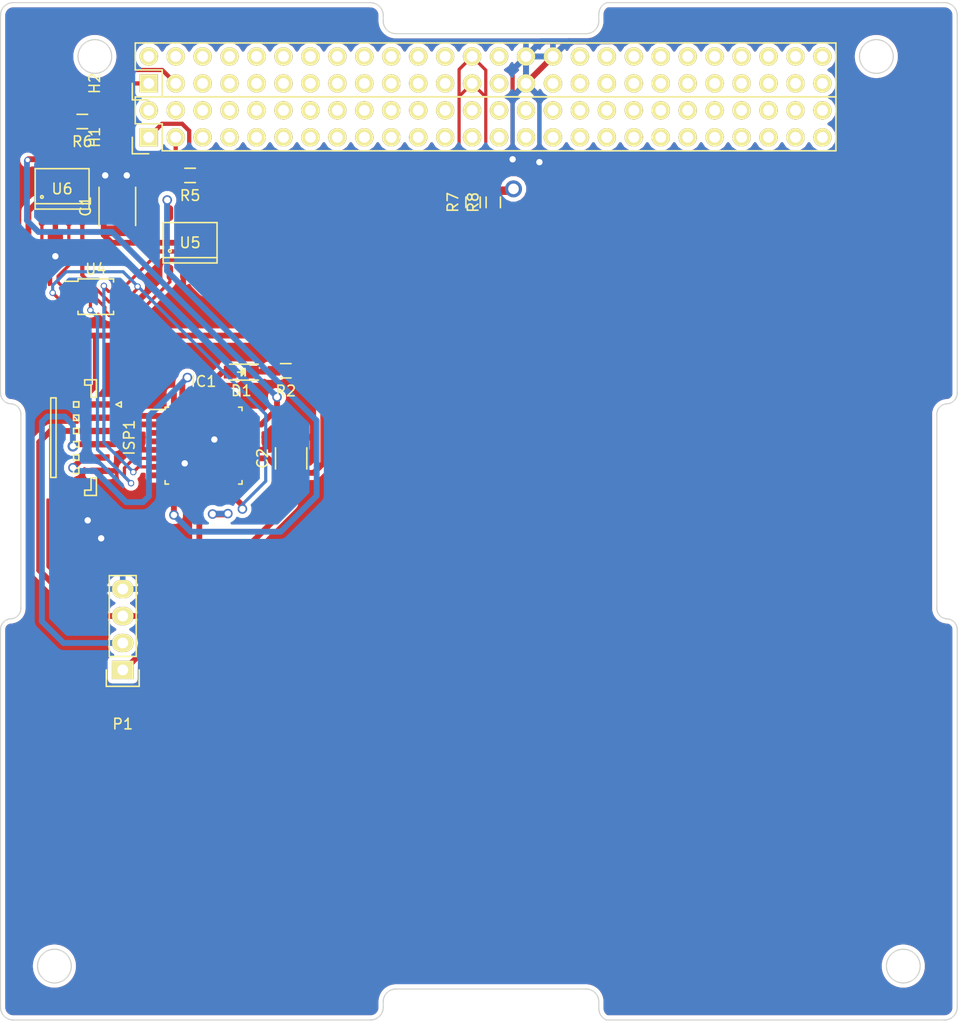
<source format=kicad_pcb>
(kicad_pcb (version 4) (host pcbnew 4.0.4-stable)
  (title_block (company LibreCube))
  (layers (0 F.Cu signal) (31 B.Cu signal) (34 B.Paste user) (35 F.Paste user) (36 B.SilkS user) (37 F.SilkS user) (38 B.Mask user) (39 F.Mask user) (44 Edge.Cuts user))
  (net 0 "")
  (net 1 GND)
  (net 2 "Net-(H1-Pad2)")
  (net 3 "Net-(H1-Pad4)")
  (net 4 "Net-(H1-Pad5)")
  (net 5 "Net-(H1-Pad6)")
  (net 6 "Net-(H1-Pad7)")
  (net 7 "Net-(H1-Pad8)")
  (net 8 "Net-(H1-Pad9)")
  (net 9 "Net-(H1-Pad10)")
  (net 10 "Net-(H1-Pad11)")
  (net 11 "Net-(H1-Pad12)")
  (net 12 "Net-(H1-Pad13)")
  (net 13 "Net-(H1-Pad14)")
  (net 14 "Net-(H1-Pad15)")
  (net 15 "Net-(H1-Pad16)")
  (net 16 "Net-(H1-Pad17)")
  (net 17 "Net-(H1-Pad18)")
  (net 18 "Net-(H1-Pad19)")
  (net 19 "Net-(H1-Pad20)")
  (net 20 "Net-(H1-Pad21)")
  (net 21 "Net-(H1-Pad22)")
  (net 22 "Net-(H1-Pad23)")
  (net 23 "Net-(H1-Pad24)")
  (net 24 "Net-(H1-Pad25)")
  (net 25 "Net-(H1-Pad26)")
  (net 26 "Net-(H1-Pad27)")
  (net 27 "Net-(H1-Pad28)")
  (net 28 "Net-(H1-Pad29)")
  (net 29 "Net-(H1-Pad30)")
  (net 30 "Net-(H1-Pad31)")
  (net 31 "Net-(H1-Pad32)")
  (net 32 "Net-(H1-Pad33)")
  (net 33 "Net-(H1-Pad34)")
  (net 34 "Net-(H1-Pad35)")
  (net 35 "Net-(H1-Pad36)")
  (net 36 "Net-(H1-Pad37)")
  (net 37 "Net-(H1-Pad38)")
  (net 38 "Net-(H1-Pad39)")
  (net 39 "Net-(H1-Pad40)")
  (net 40 "Net-(H1-Pad41)")
  (net 41 "Net-(H1-Pad42)")
  (net 42 "Net-(H1-Pad43)")
  (net 43 "Net-(H1-Pad44)")
  (net 44 "Net-(H1-Pad45)")
  (net 45 "Net-(H1-Pad46)")
  (net 46 "Net-(H1-Pad47)")
  (net 47 "Net-(H1-Pad48)")
  (net 48 "Net-(H1-Pad49)")
  (net 49 "Net-(H1-Pad50)")
  (net 50 "Net-(H1-Pad51)")
  (net 51 "Net-(H1-Pad52)")
  (net 52 "Net-(H2-Pad2)")
  (net 53 "Net-(H2-Pad4)")
  (net 54 "Net-(H2-Pad5)")
  (net 55 "Net-(H2-Pad6)")
  (net 56 "Net-(H2-Pad7)")
  (net 57 "Net-(H2-Pad8)")
  (net 58 "Net-(H2-Pad9)")
  (net 59 "Net-(H2-Pad10)")
  (net 60 "Net-(H2-Pad11)")
  (net 61 "Net-(H2-Pad12)")
  (net 62 "Net-(H2-Pad13)")
  (net 63 "Net-(H2-Pad14)")
  (net 64 "Net-(H2-Pad15)")
  (net 65 "Net-(H2-Pad16)")
  (net 66 "Net-(H2-Pad17)")
  (net 67 "Net-(H2-Pad18)")
  (net 68 "Net-(H2-Pad19)")
  (net 69 "Net-(H2-Pad20)")
  (net 70 "Net-(H2-Pad21)")
  (net 71 "Net-(H2-Pad22)")
  (net 72 "Net-(H2-Pad23)")
  (net 73 "Net-(H2-Pad24)")
  (net 74 +5V)
  (net 75 "Net-(H2-Pad27)")
  (net 76 "Net-(H2-Pad28)")
  (net 77 "Net-(H2-Pad31)")
  (net 78 "Net-(H2-Pad33)")
  (net 79 "Net-(H2-Pad34)")
  (net 80 "Net-(H2-Pad35)")
  (net 81 "Net-(H2-Pad36)")
  (net 82 "Net-(H2-Pad37)")
  (net 83 "Net-(H2-Pad38)")
  (net 84 "Net-(H2-Pad43)")
  (net 85 "Net-(H2-Pad44)")
  (net 86 "Net-(H2-Pad45)")
  (net 87 "Net-(H2-Pad46)")
  (net 88 "Net-(H2-Pad47)")
  (net 89 "Net-(H2-Pad48)")
  (net 90 "Net-(H2-Pad49)")
  (net 91 "Net-(H2-Pad50)")
  (net 92 "Net-(H2-Pad51)")
  (net 93 "Net-(H2-Pad52)")
  (net 94 "Net-(IC1-Pad1)")
  (net 95 "Net-(IC1-Pad3)")
  (net 96 "Net-(IC1-Pad8)")
  (net 97 "Net-(IC1-Pad10)")
  (net 98 "Net-(IC1-Pad11)")
  (net 99 "Net-(IC1-Pad13)")
  (net 100 "Net-(IC1-Pad14)")
  (net 101 "Net-(IC1-Pad15)")
  (net 102 "Net-(IC1-Pad17)")
  (net 103 "Net-(IC1-Pad18)")
  (net 104 "Net-(IC1-Pad21)")
  (net 105 "Net-(IC1-Pad22)")
  (net 106 "Net-(IC1-Pad24)")
  (net 107 "Net-(IC1-Pad26)")
  (net 108 "Net-(IC1-Pad28)")
  (net 109 "Net-(IC1-Pad29)")
  (net 110 "Net-(IC1-Pad30)")
  (net 111 "Net-(IC1-Pad31)")
  (net 112 "Net-(U4-Pad2)")
  (net 113 "Net-(U4-Pad5)")
  (net 114 "Net-(U4-Pad7)")
  (net 115 "Net-(U4-Pad10)")
  (net 116 CAN1_L)
  (net 117 CAN1_H)
  (net 118 CAN2_L)
  (net 119 CAN2_H)
  (net 120 "Net-(D1-Pad1)")
  (net 121 "Net-(H2-Pad39)")
  (net 122 "Net-(H2-Pad40)")
  (net 123 "Net-(H2-Pad41)")
  (net 124 "Net-(H2-Pad42)")
  (net 125 5V_BUS)
  (net 126 TX_CAN)
  (net 127 RX_CAN)
  (net 128 CAN1_STBY)
  (net 129 CAN_SEL)
  (net 130 CAN2_STBY)
  (net 131 ALT_5V)
  (net 132 "Net-(D1-Pad2)")
  (net 133 uC_TX)
  (net 134 uC_RX)
  (net 135 "Net-(IC1-Pad25)")
  (net 136 "Net-(IC1-Pad32)")
  (module Capacitors_SMD:C_1812 (layer F.Cu) (at 75.692 71.501 90)
    (fp_text reference C1 (at 0 -3 90) (layer F.SilkS))
    (fp_text value "1 uF")
    (pad 1 smd rect (at -2.3 0 90) (size 1 3) (layers F.Cu F.Paste F.Mask) (net 74 +5V))
    (pad 2 smd rect (at 2.3 0 90) (size 1 3) (layers F.Cu F.Paste F.Mask) (net 1 GND))
  )
  (module Connectors_JST:JST_GH_BM06B-GHS-TBT_06x1.25mm_Straight (layer F.Cu) (at 72.39 93.295 270)
    (fp_text reference ISP1 (at 0 -4.425 270) (layer F.SilkS))
    (fp_text value CONN_01X06)
    (pad 1 smd rect (at -3.125 -1.675 270) (size 0.6 1.8) (layers F.Cu F.Paste F.Mask) (net 94 "Net-(IC1-Pad1)"))
    (pad 2 smd rect (at -1.875 -1.675 270) (size 0.6 1.8) (layers F.Cu F.Paste F.Mask) (net 74 +5V))
    (pad 3 smd rect (at -0.625 -1.675 270) (size 0.6 1.8) (layers F.Cu F.Paste F.Mask) (net 134 uC_RX))
    (pad 4 smd rect (at 0.625 -1.675 270) (size 0.6 1.8) (layers F.Cu F.Paste F.Mask) (net 133 uC_TX))
    (pad 5 smd rect (at 1.875 -1.675 270) (size 0.6 1.8) (layers F.Cu F.Paste F.Mask) (net 111 "Net-(IC1-Pad31)"))
    (pad 6 smd rect (at 3.125 -1.675 270) (size 0.6 1.8) (layers F.Cu F.Paste F.Mask) (net 1 GND))
    (pad "" smd rect (at 4.85 1.675 270) (size 1 2.8) (layers F.Cu F.Paste F.Mask))
    (pad "" smd rect (at -4.85 1.675 270) (size 1 2.8) (layers F.Cu F.Paste F.Mask))
  )
  (module Pin_Headers:Pin_Header_Straight_2x26 (layer F.Cu) (at 78.65 64.99 90)
    (fp_text reference H1 (at 0 -5.1 90) (layer F.SilkS))
    (fp_text value CONN_02X26)
    (pad 1 thru_hole rect (at 0 0 90) (size 1.7272 1.7272) (drill 1.016) (layers *.Cu *.Mask F.SilkS) (net 116 CAN1_L))
    (pad 2 thru_hole oval (at 2.54 0 90) (size 1.7272 1.7272) (drill 1.016) (layers *.Cu *.Mask F.SilkS) (net 2 "Net-(H1-Pad2)"))
    (pad 3 thru_hole oval (at 0 2.54 90) (size 1.7272 1.7272) (drill 1.016) (layers *.Cu *.Mask F.SilkS) (net 117 CAN1_H))
    (pad 4 thru_hole oval (at 2.54 2.54 90) (size 1.7272 1.7272) (drill 1.016) (layers *.Cu *.Mask F.SilkS) (net 3 "Net-(H1-Pad4)"))
    (pad 5 thru_hole oval (at 0 5.08 90) (size 1.7272 1.7272) (drill 1.016) (layers *.Cu *.Mask F.SilkS) (net 4 "Net-(H1-Pad5)"))
    (pad 6 thru_hole oval (at 2.54 5.08 90) (size 1.7272 1.7272) (drill 1.016) (layers *.Cu *.Mask F.SilkS) (net 5 "Net-(H1-Pad6)"))
    (pad 7 thru_hole oval (at 0 7.62 90) (size 1.7272 1.7272) (drill 1.016) (layers *.Cu *.Mask F.SilkS) (net 6 "Net-(H1-Pad7)"))
    (pad 8 thru_hole oval (at 2.54 7.62 90) (size 1.7272 1.7272) (drill 1.016) (layers *.Cu *.Mask F.SilkS) (net 7 "Net-(H1-Pad8)"))
    (pad 9 thru_hole oval (at 0 10.16 90) (size 1.7272 1.7272) (drill 1.016) (layers *.Cu *.Mask F.SilkS) (net 8 "Net-(H1-Pad9)"))
    (pad 10 thru_hole oval (at 2.54 10.16 90) (size 1.7272 1.7272) (drill 1.016) (layers *.Cu *.Mask F.SilkS) (net 9 "Net-(H1-Pad10)"))
    (pad 11 thru_hole oval (at 0 12.7 90) (size 1.7272 1.7272) (drill 1.016) (layers *.Cu *.Mask F.SilkS) (net 10 "Net-(H1-Pad11)"))
    (pad 12 thru_hole oval (at 2.54 12.7 90) (size 1.7272 1.7272) (drill 1.016) (layers *.Cu *.Mask F.SilkS) (net 11 "Net-(H1-Pad12)"))
    (pad 13 thru_hole oval (at 0 15.24 90) (size 1.7272 1.7272) (drill 1.016) (layers *.Cu *.Mask F.SilkS) (net 12 "Net-(H1-Pad13)"))
    (pad 14 thru_hole oval (at 2.54 15.24 90) (size 1.7272 1.7272) (drill 1.016) (layers *.Cu *.Mask F.SilkS) (net 13 "Net-(H1-Pad14)"))
    (pad 15 thru_hole oval (at 0 17.78 90) (size 1.7272 1.7272) (drill 1.016) (layers *.Cu *.Mask F.SilkS) (net 14 "Net-(H1-Pad15)"))
    (pad 16 thru_hole oval (at 2.54 17.78 90) (size 1.7272 1.7272) (drill 1.016) (layers *.Cu *.Mask F.SilkS) (net 15 "Net-(H1-Pad16)"))
    (pad 17 thru_hole oval (at 0 20.32 90) (size 1.7272 1.7272) (drill 1.016) (layers *.Cu *.Mask F.SilkS) (net 16 "Net-(H1-Pad17)"))
    (pad 18 thru_hole oval (at 2.54 20.32 90) (size 1.7272 1.7272) (drill 1.016) (layers *.Cu *.Mask F.SilkS) (net 17 "Net-(H1-Pad18)"))
    (pad 19 thru_hole oval (at 0 22.86 90) (size 1.7272 1.7272) (drill 1.016) (layers *.Cu *.Mask F.SilkS) (net 18 "Net-(H1-Pad19)"))
    (pad 20 thru_hole oval (at 2.54 22.86 90) (size 1.7272 1.7272) (drill 1.016) (layers *.Cu *.Mask F.SilkS) (net 19 "Net-(H1-Pad20)"))
    (pad 21 thru_hole oval (at 0 25.4 90) (size 1.7272 1.7272) (drill 1.016) (layers *.Cu *.Mask F.SilkS) (net 20 "Net-(H1-Pad21)"))
    (pad 22 thru_hole oval (at 2.54 25.4 90) (size 1.7272 1.7272) (drill 1.016) (layers *.Cu *.Mask F.SilkS) (net 21 "Net-(H1-Pad22)"))
    (pad 23 thru_hole oval (at 0 27.94 90) (size 1.7272 1.7272) (drill 1.016) (layers *.Cu *.Mask F.SilkS) (net 22 "Net-(H1-Pad23)"))
    (pad 24 thru_hole oval (at 2.54 27.94 90) (size 1.7272 1.7272) (drill 1.016) (layers *.Cu *.Mask F.SilkS) (net 23 "Net-(H1-Pad24)"))
    (pad 25 thru_hole oval (at 0 30.48 90) (size 1.7272 1.7272) (drill 1.016) (layers *.Cu *.Mask F.SilkS) (net 24 "Net-(H1-Pad25)"))
    (pad 26 thru_hole oval (at 2.54 30.48 90) (size 1.7272 1.7272) (drill 1.016) (layers *.Cu *.Mask F.SilkS) (net 25 "Net-(H1-Pad26)"))
    (pad 27 thru_hole oval (at 0 33.02 90) (size 1.7272 1.7272) (drill 1.016) (layers *.Cu *.Mask F.SilkS) (net 26 "Net-(H1-Pad27)"))
    (pad 28 thru_hole oval (at 2.54 33.02 90) (size 1.7272 1.7272) (drill 1.016) (layers *.Cu *.Mask F.SilkS) (net 27 "Net-(H1-Pad28)"))
    (pad 29 thru_hole oval (at 0 35.56 90) (size 1.7272 1.7272) (drill 1.016) (layers *.Cu *.Mask F.SilkS) (net 28 "Net-(H1-Pad29)"))
    (pad 30 thru_hole oval (at 2.54 35.56 90) (size 1.7272 1.7272) (drill 1.016) (layers *.Cu *.Mask F.SilkS) (net 29 "Net-(H1-Pad30)"))
    (pad 31 thru_hole oval (at 0 38.1 90) (size 1.7272 1.7272) (drill 1.016) (layers *.Cu *.Mask F.SilkS) (net 30 "Net-(H1-Pad31)"))
    (pad 32 thru_hole oval (at 2.54 38.1 90) (size 1.7272 1.7272) (drill 1.016) (layers *.Cu *.Mask F.SilkS) (net 31 "Net-(H1-Pad32)"))
    (pad 33 thru_hole oval (at 0 40.64 90) (size 1.7272 1.7272) (drill 1.016) (layers *.Cu *.Mask F.SilkS) (net 32 "Net-(H1-Pad33)"))
    (pad 34 thru_hole oval (at 2.54 40.64 90) (size 1.7272 1.7272) (drill 1.016) (layers *.Cu *.Mask F.SilkS) (net 33 "Net-(H1-Pad34)"))
    (pad 35 thru_hole oval (at 0 43.18 90) (size 1.7272 1.7272) (drill 1.016) (layers *.Cu *.Mask F.SilkS) (net 34 "Net-(H1-Pad35)"))
    (pad 36 thru_hole oval (at 2.54 43.18 90) (size 1.7272 1.7272) (drill 1.016) (layers *.Cu *.Mask F.SilkS) (net 35 "Net-(H1-Pad36)"))
    (pad 37 thru_hole oval (at 0 45.72 90) (size 1.7272 1.7272) (drill 1.016) (layers *.Cu *.Mask F.SilkS) (net 36 "Net-(H1-Pad37)"))
    (pad 38 thru_hole oval (at 2.54 45.72 90) (size 1.7272 1.7272) (drill 1.016) (layers *.Cu *.Mask F.SilkS) (net 37 "Net-(H1-Pad38)"))
    (pad 39 thru_hole oval (at 0 48.26 90) (size 1.7272 1.7272) (drill 1.016) (layers *.Cu *.Mask F.SilkS) (net 38 "Net-(H1-Pad39)"))
    (pad 40 thru_hole oval (at 2.54 48.26 90) (size 1.7272 1.7272) (drill 1.016) (layers *.Cu *.Mask F.SilkS) (net 39 "Net-(H1-Pad40)"))
    (pad 41 thru_hole oval (at 0 50.8 90) (size 1.7272 1.7272) (drill 1.016) (layers *.Cu *.Mask F.SilkS) (net 40 "Net-(H1-Pad41)"))
    (pad 42 thru_hole oval (at 2.54 50.8 90) (size 1.7272 1.7272) (drill 1.016) (layers *.Cu *.Mask F.SilkS) (net 41 "Net-(H1-Pad42)"))
    (pad 43 thru_hole oval (at 0 53.34 90) (size 1.7272 1.7272) (drill 1.016) (layers *.Cu *.Mask F.SilkS) (net 42 "Net-(H1-Pad43)"))
    (pad 44 thru_hole oval (at 2.54 53.34 90) (size 1.7272 1.7272) (drill 1.016) (layers *.Cu *.Mask F.SilkS) (net 43 "Net-(H1-Pad44)"))
    (pad 45 thru_hole oval (at 0 55.88 90) (size 1.7272 1.7272) (drill 1.016) (layers *.Cu *.Mask F.SilkS) (net 44 "Net-(H1-Pad45)"))
    (pad 46 thru_hole oval (at 2.54 55.88 90) (size 1.7272 1.7272) (drill 1.016) (layers *.Cu *.Mask F.SilkS) (net 45 "Net-(H1-Pad46)"))
    (pad 47 thru_hole oval (at 0 58.42 90) (size 1.7272 1.7272) (drill 1.016) (layers *.Cu *.Mask F.SilkS) (net 46 "Net-(H1-Pad47)"))
    (pad 48 thru_hole oval (at 2.54 58.42 90) (size 1.7272 1.7272) (drill 1.016) (layers *.Cu *.Mask F.SilkS) (net 47 "Net-(H1-Pad48)"))
    (pad 49 thru_hole oval (at 0 60.96 90) (size 1.7272 1.7272) (drill 1.016) (layers *.Cu *.Mask F.SilkS) (net 48 "Net-(H1-Pad49)"))
    (pad 50 thru_hole oval (at 2.54 60.96 90) (size 1.7272 1.7272) (drill 1.016) (layers *.Cu *.Mask F.SilkS) (net 49 "Net-(H1-Pad50)"))
    (pad 51 thru_hole oval (at 0 63.5 90) (size 1.7272 1.7272) (drill 1.016) (layers *.Cu *.Mask F.SilkS) (net 50 "Net-(H1-Pad51)"))
    (pad 52 thru_hole oval (at 2.54 63.5 90) (size 1.7272 1.7272) (drill 1.016) (layers *.Cu *.Mask F.SilkS) (net 51 "Net-(H1-Pad52)"))
  )
  (module Housings_SSOP:MSOP-10_3x3mm_Pitch0.5mm (layer F.Cu) (at 73.66 80.01)
    (fp_text reference U4 (at 0 -2.6) (layer F.SilkS))
    (fp_text value ADG787)
    (pad 1 smd rect (at -2.2 -1) (size 1.4 0.3) (layers F.Cu F.Paste F.Mask) (net 74 +5V))
    (pad 2 smd rect (at -2.2 -0.5) (size 1.4 0.3) (layers F.Cu F.Paste F.Mask) (net 112 "Net-(U4-Pad2)"))
    (pad 3 smd rect (at -2.2 0) (size 1.4 0.3) (layers F.Cu F.Paste F.Mask) (net 126 TX_CAN))
    (pad 4 smd rect (at -2.2 0.5) (size 1.4 0.3) (layers F.Cu F.Paste F.Mask) (net 129 CAN_SEL))
    (pad 5 smd rect (at -2.2 1) (size 1.4 0.3) (layers F.Cu F.Paste F.Mask) (net 113 "Net-(U4-Pad5)"))
    (pad 6 smd rect (at 2.2 1) (size 1.4 0.3) (layers F.Cu F.Paste F.Mask) (net 1 GND))
    (pad 7 smd rect (at 2.2 0.5) (size 1.4 0.3) (layers F.Cu F.Paste F.Mask) (net 114 "Net-(U4-Pad7)"))
    (pad 8 smd rect (at 2.2 0) (size 1.4 0.3) (layers F.Cu F.Paste F.Mask) (net 129 CAN_SEL))
    (pad 9 smd rect (at 2.2 -0.5) (size 1.4 0.3) (layers F.Cu F.Paste F.Mask) (net 127 RX_CAN))
    (pad 10 smd rect (at 2.2 -1) (size 1.4 0.3) (layers F.Cu F.Paste F.Mask) (net 115 "Net-(U4-Pad10)"))
  )
  (module Housings_QFP:TQFP-32_7x7mm_Pitch0.8mm (layer F.Cu) (at 83.82 94.05)
    (fp_text reference IC1 (at 0 -6.05) (layer F.SilkS))
    (fp_text value ATMEGA16M1-A)
    (pad 1 smd rect (at -4.25 -2.8) (size 1.6 0.55) (layers F.Cu F.Paste F.Mask) (net 94 "Net-(IC1-Pad1)"))
    (pad 2 smd rect (at -4.25 -2) (size 1.6 0.55) (layers F.Cu F.Paste F.Mask) (net 133 uC_TX))
    (pad 3 smd rect (at -4.25 -1.2) (size 1.6 0.55) (layers F.Cu F.Paste F.Mask) (net 95 "Net-(IC1-Pad3)"))
    (pad 4 smd rect (at -4.25 -0.4) (size 1.6 0.55) (layers F.Cu F.Paste F.Mask) (net 74 +5V))
    (pad 5 smd rect (at -4.25 0.4) (size 1.6 0.55) (layers F.Cu F.Paste F.Mask) (net 1 GND))
    (pad 6 smd rect (at -4.25 1.2) (size 1.6 0.55) (layers F.Cu F.Paste F.Mask) (net 126 TX_CAN))
    (pad 7 smd rect (at -4.25 2) (size 1.6 0.55) (layers F.Cu F.Paste F.Mask) (net 127 RX_CAN))
    (pad 8 smd rect (at -4.25 2.8) (size 1.6 0.55) (layers F.Cu F.Paste F.Mask) (net 96 "Net-(IC1-Pad8)"))
    (pad 9 smd rect (at -2.8 4.25 90) (size 1.6 0.55) (layers F.Cu F.Paste F.Mask) (net 128 CAN1_STBY))
    (pad 10 smd rect (at -2 4.25 90) (size 1.6 0.55) (layers F.Cu F.Paste F.Mask) (net 97 "Net-(IC1-Pad10)"))
    (pad 11 smd rect (at -1.2 4.25 90) (size 1.6 0.55) (layers F.Cu F.Paste F.Mask) (net 98 "Net-(IC1-Pad11)"))
    (pad 12 smd rect (at -0.4 4.25 90) (size 1.6 0.55) (layers F.Cu F.Paste F.Mask) (net 134 uC_RX))
    (pad 13 smd rect (at 0.4 4.25 90) (size 1.6 0.55) (layers F.Cu F.Paste F.Mask) (net 99 "Net-(IC1-Pad13)"))
    (pad 14 smd rect (at 1.2 4.25 90) (size 1.6 0.55) (layers F.Cu F.Paste F.Mask) (net 100 "Net-(IC1-Pad14)"))
    (pad 15 smd rect (at 2 4.25 90) (size 1.6 0.55) (layers F.Cu F.Paste F.Mask) (net 101 "Net-(IC1-Pad15)"))
    (pad 16 smd rect (at 2.8 4.25 90) (size 1.6 0.55) (layers F.Cu F.Paste F.Mask) (net 129 CAN_SEL))
    (pad 17 smd rect (at 4.25 2.8) (size 1.6 0.55) (layers F.Cu F.Paste F.Mask) (net 102 "Net-(IC1-Pad17)"))
    (pad 18 smd rect (at 4.25 2) (size 1.6 0.55) (layers F.Cu F.Paste F.Mask) (net 103 "Net-(IC1-Pad18)"))
    (pad 19 smd rect (at 4.25 1.2) (size 1.6 0.55) (layers F.Cu F.Paste F.Mask) (net 74 +5V))
    (pad 20 smd rect (at 4.25 0.4) (size 1.6 0.55) (layers F.Cu F.Paste F.Mask) (net 1 GND))
    (pad 21 smd rect (at 4.25 -0.4) (size 1.6 0.55) (layers F.Cu F.Paste F.Mask) (net 104 "Net-(IC1-Pad21)"))
    (pad 22 smd rect (at 4.25 -1.2) (size 1.6 0.55) (layers F.Cu F.Paste F.Mask) (net 105 "Net-(IC1-Pad22)"))
    (pad 23 smd rect (at 4.25 -2) (size 1.6 0.55) (layers F.Cu F.Paste F.Mask) (net 130 CAN2_STBY))
    (pad 24 smd rect (at 4.25 -2.8) (size 1.6 0.55) (layers F.Cu F.Paste F.Mask) (net 106 "Net-(IC1-Pad24)"))
    (pad 25 smd rect (at 2.8 -4.25 90) (size 1.6 0.55) (layers F.Cu F.Paste F.Mask) (net 135 "Net-(IC1-Pad25)"))
    (pad 26 smd rect (at 2 -4.25 90) (size 1.6 0.55) (layers F.Cu F.Paste F.Mask) (net 107 "Net-(IC1-Pad26)"))
    (pad 27 smd rect (at 1.2 -4.25 90) (size 1.6 0.55) (layers F.Cu F.Paste F.Mask) (net 132 "Net-(D1-Pad2)"))
    (pad 28 smd rect (at 0.4 -4.25 90) (size 1.6 0.55) (layers F.Cu F.Paste F.Mask) (net 108 "Net-(IC1-Pad28)"))
    (pad 29 smd rect (at -0.4 -4.25 90) (size 1.6 0.55) (layers F.Cu F.Paste F.Mask) (net 109 "Net-(IC1-Pad29)"))
    (pad 30 smd rect (at -1.2 -4.25 90) (size 1.6 0.55) (layers F.Cu F.Paste F.Mask) (net 110 "Net-(IC1-Pad30)"))
    (pad 31 smd rect (at -2 -4.25 90) (size 1.6 0.55) (layers F.Cu F.Paste F.Mask) (net 111 "Net-(IC1-Pad31)"))
    (pad 32 smd rect (at -2.8 -4.25 90) (size 1.6 0.55) (layers F.Cu F.Paste F.Mask) (net 136 "Net-(IC1-Pad32)"))
  )
  (module Pin_Headers:Pin_Header_Straight_2x26 (layer F.Cu) (at 78.65 59.91 90)
    (fp_text reference H2 (at 0 -5.1 90) (layer F.SilkS))
    (fp_text value CONN_02X26)
    (pad 1 thru_hole rect (at 0 0 90) (size 1.7272 1.7272) (drill 1.016) (layers *.Cu *.Mask F.SilkS) (net 118 CAN2_L))
    (pad 2 thru_hole oval (at 2.54 0 90) (size 1.7272 1.7272) (drill 1.016) (layers *.Cu *.Mask F.SilkS) (net 52 "Net-(H2-Pad2)"))
    (pad 3 thru_hole oval (at 0 2.54 90) (size 1.7272 1.7272) (drill 1.016) (layers *.Cu *.Mask F.SilkS) (net 119 CAN2_H))
    (pad 4 thru_hole oval (at 2.54 2.54 90) (size 1.7272 1.7272) (drill 1.016) (layers *.Cu *.Mask F.SilkS) (net 53 "Net-(H2-Pad4)"))
    (pad 5 thru_hole oval (at 0 5.08 90) (size 1.7272 1.7272) (drill 1.016) (layers *.Cu *.Mask F.SilkS) (net 54 "Net-(H2-Pad5)"))
    (pad 6 thru_hole oval (at 2.54 5.08 90) (size 1.7272 1.7272) (drill 1.016) (layers *.Cu *.Mask F.SilkS) (net 55 "Net-(H2-Pad6)"))
    (pad 7 thru_hole oval (at 0 7.62 90) (size 1.7272 1.7272) (drill 1.016) (layers *.Cu *.Mask F.SilkS) (net 56 "Net-(H2-Pad7)"))
    (pad 8 thru_hole oval (at 2.54 7.62 90) (size 1.7272 1.7272) (drill 1.016) (layers *.Cu *.Mask F.SilkS) (net 57 "Net-(H2-Pad8)"))
    (pad 9 thru_hole oval (at 0 10.16 90) (size 1.7272 1.7272) (drill 1.016) (layers *.Cu *.Mask F.SilkS) (net 58 "Net-(H2-Pad9)"))
    (pad 10 thru_hole oval (at 2.54 10.16 90) (size 1.7272 1.7272) (drill 1.016) (layers *.Cu *.Mask F.SilkS) (net 59 "Net-(H2-Pad10)"))
    (pad 11 thru_hole oval (at 0 12.7 90) (size 1.7272 1.7272) (drill 1.016) (layers *.Cu *.Mask F.SilkS) (net 60 "Net-(H2-Pad11)"))
    (pad 12 thru_hole oval (at 2.54 12.7 90) (size 1.7272 1.7272) (drill 1.016) (layers *.Cu *.Mask F.SilkS) (net 61 "Net-(H2-Pad12)"))
    (pad 13 thru_hole oval (at 0 15.24 90) (size 1.7272 1.7272) (drill 1.016) (layers *.Cu *.Mask F.SilkS) (net 62 "Net-(H2-Pad13)"))
    (pad 14 thru_hole oval (at 2.54 15.24 90) (size 1.7272 1.7272) (drill 1.016) (layers *.Cu *.Mask F.SilkS) (net 63 "Net-(H2-Pad14)"))
    (pad 15 thru_hole oval (at 0 17.78 90) (size 1.7272 1.7272) (drill 1.016) (layers *.Cu *.Mask F.SilkS) (net 64 "Net-(H2-Pad15)"))
    (pad 16 thru_hole oval (at 2.54 17.78 90) (size 1.7272 1.7272) (drill 1.016) (layers *.Cu *.Mask F.SilkS) (net 65 "Net-(H2-Pad16)"))
    (pad 17 thru_hole oval (at 0 20.32 90) (size 1.7272 1.7272) (drill 1.016) (layers *.Cu *.Mask F.SilkS) (net 66 "Net-(H2-Pad17)"))
    (pad 18 thru_hole oval (at 2.54 20.32 90) (size 1.7272 1.7272) (drill 1.016) (layers *.Cu *.Mask F.SilkS) (net 67 "Net-(H2-Pad18)"))
    (pad 19 thru_hole oval (at 0 22.86 90) (size 1.7272 1.7272) (drill 1.016) (layers *.Cu *.Mask F.SilkS) (net 68 "Net-(H2-Pad19)"))
    (pad 20 thru_hole oval (at 2.54 22.86 90) (size 1.7272 1.7272) (drill 1.016) (layers *.Cu *.Mask F.SilkS) (net 69 "Net-(H2-Pad20)"))
    (pad 21 thru_hole oval (at 0 25.4 90) (size 1.7272 1.7272) (drill 1.016) (layers *.Cu *.Mask F.SilkS) (net 70 "Net-(H2-Pad21)"))
    (pad 22 thru_hole oval (at 2.54 25.4 90) (size 1.7272 1.7272) (drill 1.016) (layers *.Cu *.Mask F.SilkS) (net 71 "Net-(H2-Pad22)"))
    (pad 23 thru_hole oval (at 0 27.94 90) (size 1.7272 1.7272) (drill 1.016) (layers *.Cu *.Mask F.SilkS) (net 72 "Net-(H2-Pad23)"))
    (pad 24 thru_hole oval (at 2.54 27.94 90) (size 1.7272 1.7272) (drill 1.016) (layers *.Cu *.Mask F.SilkS) (net 73 "Net-(H2-Pad24)"))
    (pad 25 thru_hole oval (at 0 30.48 90) (size 1.7272 1.7272) (drill 1.016) (layers *.Cu *.Mask F.SilkS) (net 125 5V_BUS))
    (pad 26 thru_hole oval (at 2.54 30.48 90) (size 1.7272 1.7272) (drill 1.016) (layers *.Cu *.Mask F.SilkS) (net 125 5V_BUS))
    (pad 27 thru_hole oval (at 0 33.02 90) (size 1.7272 1.7272) (drill 1.016) (layers *.Cu *.Mask F.SilkS) (net 75 "Net-(H2-Pad27)"))
    (pad 28 thru_hole oval (at 2.54 33.02 90) (size 1.7272 1.7272) (drill 1.016) (layers *.Cu *.Mask F.SilkS) (net 76 "Net-(H2-Pad28)"))
    (pad 29 thru_hole oval (at 0 35.56 90) (size 1.7272 1.7272) (drill 1.016) (layers *.Cu *.Mask F.SilkS) (net 1 GND))
    (pad 30 thru_hole oval (at 2.54 35.56 90) (size 1.7272 1.7272) (drill 1.016) (layers *.Cu *.Mask F.SilkS) (net 1 GND))
    (pad 31 thru_hole oval (at 0 38.1 90) (size 1.7272 1.7272) (drill 1.016) (layers *.Cu *.Mask F.SilkS) (net 77 "Net-(H2-Pad31)"))
    (pad 32 thru_hole oval (at 2.54 38.1 90) (size 1.7272 1.7272) (drill 1.016) (layers *.Cu *.Mask F.SilkS) (net 1 GND))
    (pad 33 thru_hole oval (at 0 40.64 90) (size 1.7272 1.7272) (drill 1.016) (layers *.Cu *.Mask F.SilkS) (net 78 "Net-(H2-Pad33)"))
    (pad 34 thru_hole oval (at 2.54 40.64 90) (size 1.7272 1.7272) (drill 1.016) (layers *.Cu *.Mask F.SilkS) (net 79 "Net-(H2-Pad34)"))
    (pad 35 thru_hole oval (at 0 43.18 90) (size 1.7272 1.7272) (drill 1.016) (layers *.Cu *.Mask F.SilkS) (net 80 "Net-(H2-Pad35)"))
    (pad 36 thru_hole oval (at 2.54 43.18 90) (size 1.7272 1.7272) (drill 1.016) (layers *.Cu *.Mask F.SilkS) (net 81 "Net-(H2-Pad36)"))
    (pad 37 thru_hole oval (at 0 45.72 90) (size 1.7272 1.7272) (drill 1.016) (layers *.Cu *.Mask F.SilkS) (net 82 "Net-(H2-Pad37)"))
    (pad 38 thru_hole oval (at 2.54 45.72 90) (size 1.7272 1.7272) (drill 1.016) (layers *.Cu *.Mask F.SilkS) (net 83 "Net-(H2-Pad38)"))
    (pad 39 thru_hole oval (at 0 48.26 90) (size 1.7272 1.7272) (drill 1.016) (layers *.Cu *.Mask F.SilkS) (net 121 "Net-(H2-Pad39)"))
    (pad 40 thru_hole oval (at 2.54 48.26 90) (size 1.7272 1.7272) (drill 1.016) (layers *.Cu *.Mask F.SilkS) (net 122 "Net-(H2-Pad40)"))
    (pad 41 thru_hole oval (at 0 50.8 90) (size 1.7272 1.7272) (drill 1.016) (layers *.Cu *.Mask F.SilkS) (net 123 "Net-(H2-Pad41)"))
    (pad 42 thru_hole oval (at 2.54 50.8 90) (size 1.7272 1.7272) (drill 1.016) (layers *.Cu *.Mask F.SilkS) (net 124 "Net-(H2-Pad42)"))
    (pad 43 thru_hole oval (at 0 53.34 90) (size 1.7272 1.7272) (drill 1.016) (layers *.Cu *.Mask F.SilkS) (net 84 "Net-(H2-Pad43)"))
    (pad 44 thru_hole oval (at 2.54 53.34 90) (size 1.7272 1.7272) (drill 1.016) (layers *.Cu *.Mask F.SilkS) (net 85 "Net-(H2-Pad44)"))
    (pad 45 thru_hole oval (at 0 55.88 90) (size 1.7272 1.7272) (drill 1.016) (layers *.Cu *.Mask F.SilkS) (net 86 "Net-(H2-Pad45)"))
    (pad 46 thru_hole oval (at 2.54 55.88 90) (size 1.7272 1.7272) (drill 1.016) (layers *.Cu *.Mask F.SilkS) (net 87 "Net-(H2-Pad46)"))
    (pad 47 thru_hole oval (at 0 58.42 90) (size 1.7272 1.7272) (drill 1.016) (layers *.Cu *.Mask F.SilkS) (net 88 "Net-(H2-Pad47)"))
    (pad 48 thru_hole oval (at 2.54 58.42 90) (size 1.7272 1.7272) (drill 1.016) (layers *.Cu *.Mask F.SilkS) (net 89 "Net-(H2-Pad48)"))
    (pad 49 thru_hole oval (at 0 60.96 90) (size 1.7272 1.7272) (drill 1.016) (layers *.Cu *.Mask F.SilkS) (net 90 "Net-(H2-Pad49)"))
    (pad 50 thru_hole oval (at 2.54 60.96 90) (size 1.7272 1.7272) (drill 1.016) (layers *.Cu *.Mask F.SilkS) (net 91 "Net-(H2-Pad50)"))
    (pad 51 thru_hole oval (at 0 63.5 90) (size 1.7272 1.7272) (drill 1.016) (layers *.Cu *.Mask F.SilkS) (net 92 "Net-(H2-Pad51)"))
    (pad 52 thru_hole oval (at 2.54 63.5 90) (size 1.7272 1.7272) (drill 1.016) (layers *.Cu *.Mask F.SilkS) (net 93 "Net-(H2-Pad52)"))
  )
  (module Power_Integrations:SO-8 (layer F.Cu) (at 82.55 74.93)
    (fp_text reference U5 (at 0 0) (layer F.SilkS))
    (fp_text value ATA6561)
    (pad 1 smd oval (at -1.905 2.794) (size 0.6096 1.4732) (layers F.Cu F.Paste F.Mask) (net 112 "Net-(U4-Pad2)"))
    (pad 2 smd oval (at -0.635 2.794) (size 0.6096 1.4732) (layers F.Cu F.Paste F.Mask) (net 1 GND))
    (pad 3 smd oval (at 0.635 2.794) (size 0.6096 1.4732) (layers F.Cu F.Paste F.Mask) (net 74 +5V))
    (pad 4 smd oval (at 1.905 2.794) (size 0.6096 1.4732) (layers F.Cu F.Paste F.Mask) (net 115 "Net-(U4-Pad10)"))
    (pad 5 smd oval (at 1.905 -2.794) (size 0.6096 1.4732) (layers F.Cu F.Paste F.Mask) (net 74 +5V))
    (pad 6 smd oval (at 0.635 -2.794) (size 0.6096 1.4732) (layers F.Cu F.Paste F.Mask) (net 116 CAN1_L))
    (pad 7 smd oval (at -0.635 -2.794) (size 0.6096 1.4732) (layers F.Cu F.Paste F.Mask) (net 117 CAN1_H))
    (pad 8 smd oval (at -1.905 -2.794) (size 0.6096 1.4732) (layers F.Cu F.Paste F.Mask) (net 128 CAN1_STBY))
  )
  (module Power_Integrations:SO-8 (layer F.Cu) (at 70.485 69.85)
    (fp_text reference U6 (at 0 0) (layer F.SilkS))
    (fp_text value ATA6561)
    (pad 1 smd oval (at -1.905 2.794) (size 0.6096 1.4732) (layers F.Cu F.Paste F.Mask) (net 113 "Net-(U4-Pad5)"))
    (pad 2 smd oval (at -0.635 2.794) (size 0.6096 1.4732) (layers F.Cu F.Paste F.Mask) (net 1 GND))
    (pad 3 smd oval (at 0.635 2.794) (size 0.6096 1.4732) (layers F.Cu F.Paste F.Mask) (net 74 +5V))
    (pad 4 smd oval (at 1.905 2.794) (size 0.6096 1.4732) (layers F.Cu F.Paste F.Mask) (net 114 "Net-(U4-Pad7)"))
    (pad 5 smd oval (at 1.905 -2.794) (size 0.6096 1.4732) (layers F.Cu F.Paste F.Mask) (net 74 +5V))
    (pad 6 smd oval (at 0.635 -2.794) (size 0.6096 1.4732) (layers F.Cu F.Paste F.Mask) (net 118 CAN2_L))
    (pad 7 smd oval (at -0.635 -2.794) (size 0.6096 1.4732) (layers F.Cu F.Paste F.Mask) (net 119 CAN2_H))
    (pad 8 smd oval (at -1.905 -2.794) (size 0.6096 1.4732) (layers F.Cu F.Paste F.Mask) (net 130 CAN2_STBY))
  )
  (module Capacitors_SMD:C_1210_HandSoldering (layer F.Cu) (at 92.075 95.25 90)
    (fp_text reference C2 (at 0 -2.7 90) (layer F.SilkS))
    (fp_text value "x uF")
    (pad 1 smd rect (at -2 0 90) (size 2 2.5) (layers F.Cu F.Paste F.Mask) (net 74 +5V))
    (pad 2 smd rect (at 2 0 90) (size 2 2.5) (layers F.Cu F.Paste F.Mask) (net 1 GND))
  )
  (module Resistors_SMD:R_0603_HandSoldering (layer F.Cu) (at 91.567 86.995 180)
    (fp_text reference R2 (at 0 -1.9 180) (layer F.SilkS))
    (fp_text value 10k)
    (pad 1 smd rect (at -1.1 0 180) (size 1.2 0.9) (layers F.Cu F.Paste F.Mask) (net 1 GND))
    (pad 2 smd rect (at 1.1 0 180) (size 1.2 0.9) (layers F.Cu F.Paste F.Mask) (net 120 "Net-(D1-Pad1)"))
  )
  (module Resistors_SMD:R_0603_HandSoldering (layer F.Cu) (at 82.55 68.58 180)
    (fp_text reference R5 (at 0 -1.9 180) (layer F.SilkS))
    (fp_text value 120)
    (pad 1 smd rect (at -1.1 0 180) (size 1.2 0.9) (layers F.Cu F.Paste F.Mask) (net 116 CAN1_L))
    (pad 2 smd rect (at 1.1 0 180) (size 1.2 0.9) (layers F.Cu F.Paste F.Mask) (net 117 CAN1_H))
  )
  (module Resistors_SMD:R_0603_HandSoldering (layer F.Cu) (at 72.39 63.5 180)
    (fp_text reference R6 (at 0 -1.9 180) (layer F.SilkS))
    (fp_text value 120)
    (pad 1 smd rect (at -1.1 0 180) (size 1.2 0.9) (layers F.Cu F.Paste F.Mask) (net 118 CAN2_L))
    (pad 2 smd rect (at 1.1 0 180) (size 1.2 0.9) (layers F.Cu F.Paste F.Mask) (net 119 CAN2_H))
  )
  (module Resistors_SMD:R_0603_HandSoldering (layer F.Cu) (at 109.22 71.12 90)
    (fp_text reference R7 (at 0 -1.9 90) (layer F.SilkS))
    (fp_text value 0)
    (pad 1 smd rect (at -1.1 0 90) (size 1.2 0.9) (layers F.Cu F.Paste F.Mask) (net 74 +5V))
    (pad 2 smd rect (at 1.1 0 90) (size 1.2 0.9) (layers F.Cu F.Paste F.Mask) (net 125 5V_BUS))
  )
  (module Resistors_SMD:R_0603_HandSoldering (layer F.Cu) (at 111.125 71.12 90)
    (fp_text reference R8 (at 0 -1.9 90) (layer F.SilkS))
    (fp_text value DNP)
    (pad 1 smd rect (at -1.1 0 90) (size 1.2 0.9) (layers F.Cu F.Paste F.Mask) (net 74 +5V))
    (pad 2 smd rect (at 1.1 0 90) (size 1.2 0.9) (layers F.Cu F.Paste F.Mask) (net 131 ALT_5V))
  )
  (module LEDs:LED_0805 (layer F.Cu) (at 87.376 87.122 180)
    (fp_text reference D1 (at 0 -1.75 180) (layer F.SilkS))
    (fp_text value Led_Small)
    (pad 2 smd rect (at 1.04902 0) (size 1.19888 1.19888) (layers F.Cu F.Paste F.Mask) (net 132 "Net-(D1-Pad2)"))
    (pad 1 smd rect (at -1.04902 0) (size 1.19888 1.19888) (layers F.Cu F.Paste F.Mask) (net 120 "Net-(D1-Pad1)"))
  )
  (module Pin_Headers:Pin_Header_Straight_1x04 (layer F.Cu) (at 76.2 115.189 180)
    (fp_text reference P1 (at 0 -5.1 180) (layer F.SilkS))
    (fp_text value CONN_01X04)
    (pad 1 thru_hole rect (at 0 0 180) (size 2.032 1.7272) (drill 1.016) (layers *.Cu *.Mask F.SilkS) (net 74 +5V))
    (pad 2 thru_hole oval (at 0 2.54 180) (size 2.032 1.7272) (drill 1.016) (layers *.Cu *.Mask F.SilkS) (net 133 uC_TX))
    (pad 3 thru_hole oval (at 0 5.08 180) (size 2.032 1.7272) (drill 1.016) (layers *.Cu *.Mask F.SilkS) (net 134 uC_RX))
    (pad 4 thru_hole oval (at 0 7.62 180) (size 2.032 1.7272) (drill 1.016) (layers *.Cu *.Mask F.SilkS) (net 1 GND))
  )
  (gr_line (start 148.1819 143.15354) (end 148.1811 143.1036) (layer Edge.Cuts) (width 0.1))
  (gr_line (start 148.1842 143.20344) (end 148.1819 143.15354) (layer Edge.Cuts) (width 0.1))
  (gr_line (start 148.1882 143.25323) (end 148.1842 143.20344) (layer Edge.Cuts) (width 0.1))
  (gr_line (start 148.1936 143.30288) (end 148.1882 143.25323) (layer Edge.Cuts) (width 0.1))
  (gr_line (start 148.2007 143.35233) (end 148.1936 143.30288) (layer Edge.Cuts) (width 0.1))
  (gr_line (start 148.2093 143.40154) (end 148.2007 143.35233) (layer Edge.Cuts) (width 0.1))
  (gr_line (start 148.2194 143.45045) (end 148.2093 143.40154) (layer Edge.Cuts) (width 0.1))
  (gr_line (start 148.231 143.49902) (end 148.2194 143.45045) (layer Edge.Cuts) (width 0.1))
  (gr_line (start 148.2442 143.5472) (end 148.231 143.49902) (layer Edge.Cuts) (width 0.1))
  (gr_line (start 148.2589 143.59494) (end 148.2442 143.5472) (layer Edge.Cuts) (width 0.1))
  (gr_line (start 148.2751 143.64219) (end 148.2589 143.59494) (layer Edge.Cuts) (width 0.1))
  (gr_line (start 148.2928 143.68892) (end 148.2751 143.64219) (layer Edge.Cuts) (width 0.1))
  (gr_line (start 148.3119 143.73507) (end 148.2928 143.68892) (layer Edge.Cuts) (width 0.1))
  (gr_line (start 148.3324 143.78059) (end 148.3119 143.73507) (layer Edge.Cuts) (width 0.1))
  (gr_line (start 148.3544 143.82545) (end 148.3324 143.78059) (layer Edge.Cuts) (width 0.1))
  (gr_line (start 148.3778 143.86959) (end 148.3544 143.82545) (layer Edge.Cuts) (width 0.1))
  (gr_line (start 148.4025 143.91298) (end 148.3778 143.86959) (layer Edge.Cuts) (width 0.1))
  (gr_line (start 148.4286 143.95557) (end 148.4025 143.91298) (layer Edge.Cuts) (width 0.1))
  (gr_line (start 148.456 143.99731) (end 148.4286 143.95557) (layer Edge.Cuts) (width 0.1))
  (gr_line (start 148.4848 144.03818) (end 148.456 143.99731) (layer Edge.Cuts) (width 0.1))
  (gr_line (start 148.5148 144.07812) (end 148.4848 144.03818) (layer Edge.Cuts) (width 0.1))
  (gr_line (start 148.546 144.11711) (end 148.5148 144.07812) (layer Edge.Cuts) (width 0.1))
  (gr_line (start 148.5784 144.15509) (end 148.546 144.11711) (layer Edge.Cuts) (width 0.1))
  (gr_line (start 148.612 144.19203) (end 148.5784 144.15509) (layer Edge.Cuts) (width 0.1))
  (gr_line (start 148.6468 144.2279) (end 148.612 144.19203) (layer Edge.Cuts) (width 0.1))
  (gr_line (start 148.6827 144.26266) (end 148.6468 144.2279) (layer Edge.Cuts) (width 0.1))
  (gr_line (start 148.7196 144.29628) (end 148.6827 144.26266) (layer Edge.Cuts) (width 0.1))
  (gr_line (start 148.7576 144.32872) (end 148.7196 144.29628) (layer Edge.Cuts) (width 0.1))
  (gr_line (start 148.7966 144.35995) (end 148.7576 144.32872) (layer Edge.Cuts) (width 0.1))
  (gr_line (start 148.8365 144.38994) (end 148.7966 144.35995) (layer Edge.Cuts) (width 0.1))
  (gr_line (start 148.8774 144.41866) (end 148.8365 144.38994) (layer Edge.Cuts) (width 0.1))
  (gr_line (start 148.9191 144.44608) (end 148.8774 144.41866) (layer Edge.Cuts) (width 0.1))
  (gr_line (start 148.9617 144.47218) (end 148.9191 144.44608) (layer Edge.Cuts) (width 0.1))
  (gr_line (start 149.0051 144.49693) (end 148.9617 144.47218) (layer Edge.Cuts) (width 0.1))
  (gr_line (start 149.0493 144.5203) (end 149.0051 144.49693) (layer Edge.Cuts) (width 0.1))
  (gr_line (start 149.0941 144.54228) (end 149.0493 144.5203) (layer Edge.Cuts) (width 0.1))
  (gr_line (start 149.1396 144.56283) (end 149.0941 144.54228) (layer Edge.Cuts) (width 0.1))
  (gr_line (start 149.1858 144.58194) (end 149.1396 144.56283) (layer Edge.Cuts) (width 0.1))
  (gr_line (start 149.2325 144.5996) (end 149.1858 144.58194) (layer Edge.Cuts) (width 0.1))
  (gr_line (start 149.2798 144.61578) (end 149.2325 144.5996) (layer Edge.Cuts) (width 0.1))
  (gr_line (start 149.3275 144.63047) (end 149.2798 144.61578) (layer Edge.Cuts) (width 0.1))
  (gr_line (start 149.3757 144.64365) (end 149.3275 144.63047) (layer Edge.Cuts) (width 0.1))
  (gr_line (start 149.4242 144.65531) (end 149.3757 144.64365) (layer Edge.Cuts) (width 0.1))
  (gr_line (start 149.4732 144.66544) (end 149.4242 144.65531) (layer Edge.Cuts) (width 0.1))
  (gr_line (start 149.5224 144.67403) (end 149.4732 144.66544) (layer Edge.Cuts) (width 0.1))
  (gr_line (start 149.5718 144.68106) (end 149.5224 144.67403) (layer Edge.Cuts) (width 0.1))
  (gr_line (start 149.6215 144.68654) (end 149.5718 144.68106) (layer Edge.Cuts) (width 0.1))
  (gr_line (start 149.6713 144.69046) (end 149.6215 144.68654) (layer Edge.Cuts) (width 0.1))
  (gr_line (start 149.7212 144.69282) (end 149.6713 144.69046) (layer Edge.Cuts) (width 0.1))
  (gr_line (start 149.7711 144.6936) (end 149.7212 144.69282) (layer Edge.Cuts) (width 0.1))
  (gr_line (start 149.821 144.69282) (end 149.7711 144.6936) (layer Edge.Cuts) (width 0.1))
  (gr_line (start 149.8709 144.69046) (end 149.821 144.69282) (layer Edge.Cuts) (width 0.1))
  (gr_line (start 149.9207 144.68654) (end 149.8709 144.69046) (layer Edge.Cuts) (width 0.1))
  (gr_line (start 149.9704 144.68106) (end 149.9207 144.68654) (layer Edge.Cuts) (width 0.1))
  (gr_line (start 150.0198 144.67403) (end 149.9704 144.68106) (layer Edge.Cuts) (width 0.1))
  (gr_line (start 150.069 144.66544) (end 150.0198 144.67403) (layer Edge.Cuts) (width 0.1))
  (gr_line (start 150.1179 144.65531) (end 150.069 144.66544) (layer Edge.Cuts) (width 0.1))
  (gr_line (start 150.1665 144.64365) (end 150.1179 144.65531) (layer Edge.Cuts) (width 0.1))
  (gr_line (start 150.2147 144.63047) (end 150.1665 144.64365) (layer Edge.Cuts) (width 0.1))
  (gr_line (start 150.2624 144.61578) (end 150.2147 144.63047) (layer Edge.Cuts) (width 0.1))
  (gr_line (start 150.3097 144.5996) (end 150.2624 144.61578) (layer Edge.Cuts) (width 0.1))
  (gr_line (start 150.3564 144.58194) (end 150.3097 144.5996) (layer Edge.Cuts) (width 0.1))
  (gr_line (start 150.4026 144.56283) (end 150.3564 144.58194) (layer Edge.Cuts) (width 0.1))
  (gr_line (start 150.4481 144.54228) (end 150.4026 144.56283) (layer Edge.Cuts) (width 0.1))
  (gr_line (start 150.4929 144.5203) (end 150.4481 144.54228) (layer Edge.Cuts) (width 0.1))
  (gr_line (start 150.5371 144.49693) (end 150.4929 144.5203) (layer Edge.Cuts) (width 0.1))
  (gr_line (start 150.5805 144.47218) (end 150.5371 144.49693) (layer Edge.Cuts) (width 0.1))
  (gr_line (start 150.6231 144.44608) (end 150.5805 144.47218) (layer Edge.Cuts) (width 0.1))
  (gr_line (start 150.6648 144.41866) (end 150.6231 144.44608) (layer Edge.Cuts) (width 0.1))
  (gr_line (start 150.7057 144.38994) (end 150.6648 144.41866) (layer Edge.Cuts) (width 0.1))
  (gr_line (start 150.7456 144.35995) (end 150.7057 144.38994) (layer Edge.Cuts) (width 0.1))
  (gr_line (start 150.7846 144.32872) (end 150.7456 144.35995) (layer Edge.Cuts) (width 0.1))
  (gr_line (start 150.8226 144.29628) (end 150.7846 144.32872) (layer Edge.Cuts) (width 0.1))
  (gr_line (start 150.8595 144.26266) (end 150.8226 144.29628) (layer Edge.Cuts) (width 0.1))
  (gr_line (start 150.8954 144.2279) (end 150.8595 144.26266) (layer Edge.Cuts) (width 0.1))
  (gr_line (start 150.9302 144.19203) (end 150.8954 144.2279) (layer Edge.Cuts) (width 0.1))
  (gr_line (start 150.9638 144.15509) (end 150.9302 144.19203) (layer Edge.Cuts) (width 0.1))
  (gr_line (start 150.9962 144.11711) (end 150.9638 144.15509) (layer Edge.Cuts) (width 0.1))
  (gr_line (start 151.0274 144.07812) (end 150.9962 144.11711) (layer Edge.Cuts) (width 0.1))
  (gr_line (start 151.0574 144.03818) (end 151.0274 144.07812) (layer Edge.Cuts) (width 0.1))
  (gr_line (start 151.0862 143.99731) (end 151.0574 144.03818) (layer Edge.Cuts) (width 0.1))
  (gr_line (start 151.1136 143.95557) (end 151.0862 143.99731) (layer Edge.Cuts) (width 0.1))
  (gr_line (start 151.1397 143.91298) (end 151.1136 143.95557) (layer Edge.Cuts) (width 0.1))
  (gr_line (start 151.1644 143.86959) (end 151.1397 143.91298) (layer Edge.Cuts) (width 0.1))
  (gr_line (start 151.1878 143.82545) (end 151.1644 143.86959) (layer Edge.Cuts) (width 0.1))
  (gr_line (start 151.2098 143.78059) (end 151.1878 143.82545) (layer Edge.Cuts) (width 0.1))
  (gr_line (start 151.2303 143.73507) (end 151.2098 143.78059) (layer Edge.Cuts) (width 0.1))
  (gr_line (start 151.2494 143.68892) (end 151.2303 143.73507) (layer Edge.Cuts) (width 0.1))
  (gr_line (start 151.2671 143.64219) (end 151.2494 143.68892) (layer Edge.Cuts) (width 0.1))
  (gr_line (start 151.2833 143.59494) (end 151.2671 143.64219) (layer Edge.Cuts) (width 0.1))
  (gr_line (start 151.298 143.5472) (end 151.2833 143.59494) (layer Edge.Cuts) (width 0.1))
  (gr_line (start 151.3112 143.49902) (end 151.298 143.5472) (layer Edge.Cuts) (width 0.1))
  (gr_line (start 151.3228 143.45045) (end 151.3112 143.49902) (layer Edge.Cuts) (width 0.1))
  (gr_line (start 151.3329 143.40154) (end 151.3228 143.45045) (layer Edge.Cuts) (width 0.1))
  (gr_line (start 151.3415 143.35233) (end 151.3329 143.40154) (layer Edge.Cuts) (width 0.1))
  (gr_line (start 151.3486 143.30288) (end 151.3415 143.35233) (layer Edge.Cuts) (width 0.1))
  (gr_line (start 151.354 143.25323) (end 151.3486 143.30288) (layer Edge.Cuts) (width 0.1))
  (gr_line (start 151.358 143.20344) (end 151.354 143.25323) (layer Edge.Cuts) (width 0.1))
  (gr_line (start 151.3603 143.15354) (end 151.358 143.20344) (layer Edge.Cuts) (width 0.1))
  (gr_line (start 151.3611 143.1036) (end 151.3603 143.15354) (layer Edge.Cuts) (width 0.1))
  (gr_line (start 151.3603 143.05366) (end 151.3611 143.1036) (layer Edge.Cuts) (width 0.1))
  (gr_line (start 151.358 143.00376) (end 151.3603 143.05366) (layer Edge.Cuts) (width 0.1))
  (gr_line (start 151.354 142.95397) (end 151.358 143.00376) (layer Edge.Cuts) (width 0.1))
  (gr_line (start 151.3486 142.90432) (end 151.354 142.95397) (layer Edge.Cuts) (width 0.1))
  (gr_line (start 151.3415 142.85487) (end 151.3486 142.90432) (layer Edge.Cuts) (width 0.1))
  (gr_line (start 151.3329 142.80566) (end 151.3415 142.85487) (layer Edge.Cuts) (width 0.1))
  (gr_line (start 151.3228 142.75675) (end 151.3329 142.80566) (layer Edge.Cuts) (width 0.1))
  (gr_line (start 151.3112 142.70818) (end 151.3228 142.75675) (layer Edge.Cuts) (width 0.1))
  (gr_line (start 151.298 142.66) (end 151.3112 142.70818) (layer Edge.Cuts) (width 0.1))
  (gr_line (start 151.2833 142.61226) (end 151.298 142.66) (layer Edge.Cuts) (width 0.1))
  (gr_line (start 151.2671 142.56501) (end 151.2833 142.61226) (layer Edge.Cuts) (width 0.1))
  (gr_line (start 151.2494 142.51828) (end 151.2671 142.56501) (layer Edge.Cuts) (width 0.1))
  (gr_line (start 151.2303 142.47214) (end 151.2494 142.51828) (layer Edge.Cuts) (width 0.1))
  (gr_line (start 151.2098 142.42661) (end 151.2303 142.47214) (layer Edge.Cuts) (width 0.1))
  (gr_line (start 151.1878 142.38176) (end 151.2098 142.42661) (layer Edge.Cuts) (width 0.1))
  (gr_line (start 151.1644 142.33761) (end 151.1878 142.38176) (layer Edge.Cuts) (width 0.1))
  (gr_line (start 151.1397 142.29422) (end 151.1644 142.33761) (layer Edge.Cuts) (width 0.1))
  (gr_line (start 151.1136 142.25164) (end 151.1397 142.29422) (layer Edge.Cuts) (width 0.1))
  (gr_line (start 151.0862 142.20989) (end 151.1136 142.25164) (layer Edge.Cuts) (width 0.1))
  (gr_line (start 151.0574 142.16902) (end 151.0862 142.20989) (layer Edge.Cuts) (width 0.1))
  (gr_line (start 151.0274 142.12908) (end 151.0574 142.16902) (layer Edge.Cuts) (width 0.1))
  (gr_line (start 150.9962 142.0901) (end 151.0274 142.12908) (layer Edge.Cuts) (width 0.1))
  (gr_line (start 150.9638 142.05212) (end 150.9962 142.0901) (layer Edge.Cuts) (width 0.1))
  (gr_line (start 150.9302 142.01517) (end 150.9638 142.05212) (layer Edge.Cuts) (width 0.1))
  (gr_line (start 150.8954 141.9793) (end 150.9302 142.01517) (layer Edge.Cuts) (width 0.1))
  (gr_line (start 150.8595 141.94454) (end 150.8954 141.9793) (layer Edge.Cuts) (width 0.1))
  (gr_line (start 150.8226 141.91092) (end 150.8595 141.94454) (layer Edge.Cuts) (width 0.1))
  (gr_line (start 150.7846 141.87848) (end 150.8226 141.91092) (layer Edge.Cuts) (width 0.1))
  (gr_line (start 150.7456 141.84725) (end 150.7846 141.87848) (layer Edge.Cuts) (width 0.1))
  (gr_line (start 150.7057 141.81726) (end 150.7456 141.84725) (layer Edge.Cuts) (width 0.1))
  (gr_line (start 150.6648 141.78854) (end 150.7057 141.81726) (layer Edge.Cuts) (width 0.1))
  (gr_line (start 150.6231 141.76112) (end 150.6648 141.78854) (layer Edge.Cuts) (width 0.1))
  (gr_line (start 150.5805 141.73502) (end 150.6231 141.76112) (layer Edge.Cuts) (width 0.1))
  (gr_line (start 150.5371 141.71027) (end 150.5805 141.73502) (layer Edge.Cuts) (width 0.1))
  (gr_line (start 150.4929 141.6869) (end 150.5371 141.71027) (layer Edge.Cuts) (width 0.1))
  (gr_line (start 150.4481 141.66493) (end 150.4929 141.6869) (layer Edge.Cuts) (width 0.1))
  (gr_line (start 150.4026 141.64437) (end 150.4481 141.66493) (layer Edge.Cuts) (width 0.1))
  (gr_line (start 150.3564 141.62526) (end 150.4026 141.64437) (layer Edge.Cuts) (width 0.1))
  (gr_line (start 150.3097 141.6076) (end 150.3564 141.62526) (layer Edge.Cuts) (width 0.1))
  (gr_line (start 150.2624 141.59142) (end 150.3097 141.6076) (layer Edge.Cuts) (width 0.1))
  (gr_line (start 150.2147 141.57673) (end 150.2624 141.59142) (layer Edge.Cuts) (width 0.1))
  (gr_line (start 150.1665 141.56355) (end 150.2147 141.57673) (layer Edge.Cuts) (width 0.1))
  (gr_line (start 150.1179 141.55189) (end 150.1665 141.56355) (layer Edge.Cuts) (width 0.1))
  (gr_line (start 150.069 141.54176) (end 150.1179 141.55189) (layer Edge.Cuts) (width 0.1))
  (gr_line (start 150.0198 141.53318) (end 150.069 141.54176) (layer Edge.Cuts) (width 0.1))
  (gr_line (start 149.9704 141.52614) (end 150.0198 141.53318) (layer Edge.Cuts) (width 0.1))
  (gr_line (start 149.9207 141.52066) (end 149.9704 141.52614) (layer Edge.Cuts) (width 0.1))
  (gr_line (start 149.8709 141.51674) (end 149.9207 141.52066) (layer Edge.Cuts) (width 0.1))
  (gr_line (start 149.821 141.51438) (end 149.8709 141.51674) (layer Edge.Cuts) (width 0.1))
  (gr_line (start 149.7711 141.5136) (end 149.821 141.51438) (layer Edge.Cuts) (width 0.1))
  (gr_line (start 149.7212 141.51438) (end 149.7711 141.5136) (layer Edge.Cuts) (width 0.1))
  (gr_line (start 149.6713 141.51674) (end 149.7212 141.51438) (layer Edge.Cuts) (width 0.1))
  (gr_line (start 149.6215 141.52066) (end 149.6713 141.51674) (layer Edge.Cuts) (width 0.1))
  (gr_line (start 149.5718 141.52614) (end 149.6215 141.52066) (layer Edge.Cuts) (width 0.1))
  (gr_line (start 149.5224 141.53318) (end 149.5718 141.52614) (layer Edge.Cuts) (width 0.1))
  (gr_line (start 149.4732 141.54176) (end 149.5224 141.53318) (layer Edge.Cuts) (width 0.1))
  (gr_line (start 149.4242 141.55189) (end 149.4732 141.54176) (layer Edge.Cuts) (width 0.1))
  (gr_line (start 149.3757 141.56355) (end 149.4242 141.55189) (layer Edge.Cuts) (width 0.1))
  (gr_line (start 149.3275 141.57673) (end 149.3757 141.56355) (layer Edge.Cuts) (width 0.1))
  (gr_line (start 149.2798 141.59142) (end 149.3275 141.57673) (layer Edge.Cuts) (width 0.1))
  (gr_line (start 149.2325 141.6076) (end 149.2798 141.59142) (layer Edge.Cuts) (width 0.1))
  (gr_line (start 149.1858 141.62526) (end 149.2325 141.6076) (layer Edge.Cuts) (width 0.1))
  (gr_line (start 149.1396 141.64437) (end 149.1858 141.62526) (layer Edge.Cuts) (width 0.1))
  (gr_line (start 149.0941 141.66493) (end 149.1396 141.64437) (layer Edge.Cuts) (width 0.1))
  (gr_line (start 149.0493 141.6869) (end 149.0941 141.66493) (layer Edge.Cuts) (width 0.1))
  (gr_line (start 149.0051 141.71027) (end 149.0493 141.6869) (layer Edge.Cuts) (width 0.1))
  (gr_line (start 148.9617 141.73502) (end 149.0051 141.71027) (layer Edge.Cuts) (width 0.1))
  (gr_line (start 148.9191 141.76112) (end 148.9617 141.73502) (layer Edge.Cuts) (width 0.1))
  (gr_line (start 148.8774 141.78854) (end 148.9191 141.76112) (layer Edge.Cuts) (width 0.1))
  (gr_line (start 148.8365 141.81726) (end 148.8774 141.78854) (layer Edge.Cuts) (width 0.1))
  (gr_line (start 148.7966 141.84725) (end 148.8365 141.81726) (layer Edge.Cuts) (width 0.1))
  (gr_line (start 148.7576 141.87848) (end 148.7966 141.84725) (layer Edge.Cuts) (width 0.1))
  (gr_line (start 148.7196 141.91092) (end 148.7576 141.87848) (layer Edge.Cuts) (width 0.1))
  (gr_line (start 148.6827 141.94454) (end 148.7196 141.91092) (layer Edge.Cuts) (width 0.1))
  (gr_line (start 148.6468 141.9793) (end 148.6827 141.94454) (layer Edge.Cuts) (width 0.1))
  (gr_line (start 148.612 142.01517) (end 148.6468 141.9793) (layer Edge.Cuts) (width 0.1))
  (gr_line (start 148.5784 142.05212) (end 148.612 142.01517) (layer Edge.Cuts) (width 0.1))
  (gr_line (start 148.546 142.0901) (end 148.5784 142.05212) (layer Edge.Cuts) (width 0.1))
  (gr_line (start 148.5148 142.12908) (end 148.546 142.0901) (layer Edge.Cuts) (width 0.1))
  (gr_line (start 148.4848 142.16902) (end 148.5148 142.12908) (layer Edge.Cuts) (width 0.1))
  (gr_line (start 148.456 142.20989) (end 148.4848 142.16902) (layer Edge.Cuts) (width 0.1))
  (gr_line (start 148.4286 142.25164) (end 148.456 142.20989) (layer Edge.Cuts) (width 0.1))
  (gr_line (start 148.4025 142.29422) (end 148.4286 142.25164) (layer Edge.Cuts) (width 0.1))
  (gr_line (start 148.3778 142.33761) (end 148.4025 142.29422) (layer Edge.Cuts) (width 0.1))
  (gr_line (start 148.3544 142.38176) (end 148.3778 142.33761) (layer Edge.Cuts) (width 0.1))
  (gr_line (start 148.3324 142.42661) (end 148.3544 142.38176) (layer Edge.Cuts) (width 0.1))
  (gr_line (start 148.3119 142.47214) (end 148.3324 142.42661) (layer Edge.Cuts) (width 0.1))
  (gr_line (start 148.2928 142.51828) (end 148.3119 142.47214) (layer Edge.Cuts) (width 0.1))
  (gr_line (start 148.2751 142.56501) (end 148.2928 142.51828) (layer Edge.Cuts) (width 0.1))
  (gr_line (start 148.2589 142.61226) (end 148.2751 142.56501) (layer Edge.Cuts) (width 0.1))
  (gr_line (start 148.2442 142.66) (end 148.2589 142.61226) (layer Edge.Cuts) (width 0.1))
  (gr_line (start 148.231 142.70818) (end 148.2442 142.66) (layer Edge.Cuts) (width 0.1))
  (gr_line (start 148.2194 142.75675) (end 148.231 142.70818) (layer Edge.Cuts) (width 0.1))
  (gr_line (start 148.2093 142.80566) (end 148.2194 142.75675) (layer Edge.Cuts) (width 0.1))
  (gr_line (start 148.2007 142.85487) (end 148.2093 142.80566) (layer Edge.Cuts) (width 0.1))
  (gr_line (start 148.1936 142.90432) (end 148.2007 142.85487) (layer Edge.Cuts) (width 0.1))
  (gr_line (start 148.1882 142.95397) (end 148.1936 142.90432) (layer Edge.Cuts) (width 0.1))
  (gr_line (start 148.1842 143.00376) (end 148.1882 142.95397) (layer Edge.Cuts) (width 0.1))
  (gr_line (start 148.1819 143.05366) (end 148.1842 143.00376) (layer Edge.Cuts) (width 0.1))
  (gr_line (start 148.1811 143.1036) (end 148.1819 143.05366) (layer Edge.Cuts) (width 0.1))
  (gr_line (start 145.6419 57.4235) (end 145.6411 57.3736) (layer Edge.Cuts) (width 0.1))
  (gr_line (start 145.6442 57.4734) (end 145.6419 57.4235) (layer Edge.Cuts) (width 0.1))
  (gr_line (start 145.6482 57.5232) (end 145.6442 57.4734) (layer Edge.Cuts) (width 0.1))
  (gr_line (start 145.6536 57.5729) (end 145.6482 57.5232) (layer Edge.Cuts) (width 0.1))
  (gr_line (start 145.6607 57.6223) (end 145.6536 57.5729) (layer Edge.Cuts) (width 0.1))
  (gr_line (start 145.6693 57.6715) (end 145.6607 57.6223) (layer Edge.Cuts) (width 0.1))
  (gr_line (start 145.6794 57.7204) (end 145.6693 57.6715) (layer Edge.Cuts) (width 0.1))
  (gr_line (start 145.691 57.769) (end 145.6794 57.7204) (layer Edge.Cuts) (width 0.1))
  (gr_line (start 145.7042 57.8172) (end 145.691 57.769) (layer Edge.Cuts) (width 0.1))
  (gr_line (start 145.7189 57.8649) (end 145.7042 57.8172) (layer Edge.Cuts) (width 0.1))
  (gr_line (start 145.7351 57.9122) (end 145.7189 57.8649) (layer Edge.Cuts) (width 0.1))
  (gr_line (start 145.7528 57.9589) (end 145.7351 57.9122) (layer Edge.Cuts) (width 0.1))
  (gr_line (start 145.7719 58.0051) (end 145.7528 57.9589) (layer Edge.Cuts) (width 0.1))
  (gr_line (start 145.7924 58.0506) (end 145.7719 58.0051) (layer Edge.Cuts) (width 0.1))
  (gr_line (start 145.8144 58.0954) (end 145.7924 58.0506) (layer Edge.Cuts) (width 0.1))
  (gr_line (start 145.8378 58.1396) (end 145.8144 58.0954) (layer Edge.Cuts) (width 0.1))
  (gr_line (start 145.8625 58.183) (end 145.8378 58.1396) (layer Edge.Cuts) (width 0.1))
  (gr_line (start 145.8886 58.2256) (end 145.8625 58.183) (layer Edge.Cuts) (width 0.1))
  (gr_line (start 145.916 58.2673) (end 145.8886 58.2256) (layer Edge.Cuts) (width 0.1))
  (gr_line (start 145.9448 58.3082) (end 145.916 58.2673) (layer Edge.Cuts) (width 0.1))
  (gr_line (start 145.9748 58.3481) (end 145.9448 58.3082) (layer Edge.Cuts) (width 0.1))
  (gr_line (start 146.006 58.3871) (end 145.9748 58.3481) (layer Edge.Cuts) (width 0.1))
  (gr_line (start 146.0384 58.4251) (end 146.006 58.3871) (layer Edge.Cuts) (width 0.1))
  (gr_line (start 146.072 58.462) (end 146.0384 58.4251) (layer Edge.Cuts) (width 0.1))
  (gr_line (start 146.1068 58.4979) (end 146.072 58.462) (layer Edge.Cuts) (width 0.1))
  (gr_line (start 146.1427 58.5327) (end 146.1068 58.4979) (layer Edge.Cuts) (width 0.1))
  (gr_line (start 146.1796 58.5663) (end 146.1427 58.5327) (layer Edge.Cuts) (width 0.1))
  (gr_line (start 146.2176 58.5987) (end 146.1796 58.5663) (layer Edge.Cuts) (width 0.1))
  (gr_line (start 146.2566 58.63) (end 146.2176 58.5987) (layer Edge.Cuts) (width 0.1))
  (gr_line (start 146.2965 58.6599) (end 146.2566 58.63) (layer Edge.Cuts) (width 0.1))
  (gr_line (start 146.3374 58.6887) (end 146.2965 58.6599) (layer Edge.Cuts) (width 0.1))
  (gr_line (start 146.3791 58.7161) (end 146.3374 58.6887) (layer Edge.Cuts) (width 0.1))
  (gr_line (start 146.4217 58.7422) (end 146.3791 58.7161) (layer Edge.Cuts) (width 0.1))
  (gr_line (start 146.4651 58.7669) (end 146.4217 58.7422) (layer Edge.Cuts) (width 0.1))
  (gr_line (start 146.5093 58.7903) (end 146.4651 58.7669) (layer Edge.Cuts) (width 0.1))
  (gr_line (start 146.5541 58.8123) (end 146.5093 58.7903) (layer Edge.Cuts) (width 0.1))
  (gr_line (start 146.5996 58.8328) (end 146.5541 58.8123) (layer Edge.Cuts) (width 0.1))
  (gr_line (start 146.6458 58.8519) (end 146.5996 58.8328) (layer Edge.Cuts) (width 0.1))
  (gr_line (start 146.6925 58.8696) (end 146.6458 58.8519) (layer Edge.Cuts) (width 0.1))
  (gr_line (start 146.7398 58.8858) (end 146.6925 58.8696) (layer Edge.Cuts) (width 0.1))
  (gr_line (start 146.7875 58.9005) (end 146.7398 58.8858) (layer Edge.Cuts) (width 0.1))
  (gr_line (start 146.8357 58.9136) (end 146.7875 58.9005) (layer Edge.Cuts) (width 0.1))
  (gr_line (start 146.8843 58.9253) (end 146.8357 58.9136) (layer Edge.Cuts) (width 0.1))
  (gr_line (start 146.9332 58.9354) (end 146.8843 58.9253) (layer Edge.Cuts) (width 0.1))
  (gr_line (start 146.9824 58.944) (end 146.9332 58.9354) (layer Edge.Cuts) (width 0.1))
  (gr_line (start 147.0318 58.9511) (end 146.9824 58.944) (layer Edge.Cuts) (width 0.1))
  (gr_line (start 147.0815 58.9565) (end 147.0318 58.9511) (layer Edge.Cuts) (width 0.1))
  (gr_line (start 147.1313 58.9605) (end 147.0815 58.9565) (layer Edge.Cuts) (width 0.1))
  (gr_line (start 147.1812 58.9628) (end 147.1313 58.9605) (layer Edge.Cuts) (width 0.1))
  (gr_line (start 147.2311 58.9636) (end 147.1812 58.9628) (layer Edge.Cuts) (width 0.1))
  (gr_line (start 147.281 58.9628) (end 147.2311 58.9636) (layer Edge.Cuts) (width 0.1))
  (gr_line (start 147.3309 58.9605) (end 147.281 58.9628) (layer Edge.Cuts) (width 0.1))
  (gr_line (start 147.3807 58.9565) (end 147.3309 58.9605) (layer Edge.Cuts) (width 0.1))
  (gr_line (start 147.4304 58.9511) (end 147.3807 58.9565) (layer Edge.Cuts) (width 0.1))
  (gr_line (start 147.4798 58.944) (end 147.4304 58.9511) (layer Edge.Cuts) (width 0.1))
  (gr_line (start 147.529 58.9354) (end 147.4798 58.944) (layer Edge.Cuts) (width 0.1))
  (gr_line (start 147.578 58.9253) (end 147.529 58.9354) (layer Edge.Cuts) (width 0.1))
  (gr_line (start 147.6265 58.9136) (end 147.578 58.9253) (layer Edge.Cuts) (width 0.1))
  (gr_line (start 147.6747 58.9005) (end 147.6265 58.9136) (layer Edge.Cuts) (width 0.1))
  (gr_line (start 147.7224 58.8858) (end 147.6747 58.9005) (layer Edge.Cuts) (width 0.1))
  (gr_line (start 147.7697 58.8696) (end 147.7224 58.8858) (layer Edge.Cuts) (width 0.1))
  (gr_line (start 147.8164 58.8519) (end 147.7697 58.8696) (layer Edge.Cuts) (width 0.1))
  (gr_line (start 147.8626 58.8328) (end 147.8164 58.8519) (layer Edge.Cuts) (width 0.1))
  (gr_line (start 147.9081 58.8123) (end 147.8626 58.8328) (layer Edge.Cuts) (width 0.1))
  (gr_line (start 147.9529 58.7903) (end 147.9081 58.8123) (layer Edge.Cuts) (width 0.1))
  (gr_line (start 147.9971 58.7669) (end 147.9529 58.7903) (layer Edge.Cuts) (width 0.1))
  (gr_line (start 148.0405 58.7422) (end 147.9971 58.7669) (layer Edge.Cuts) (width 0.1))
  (gr_line (start 148.0831 58.7161) (end 148.0405 58.7422) (layer Edge.Cuts) (width 0.1))
  (gr_line (start 148.1248 58.6887) (end 148.0831 58.7161) (layer Edge.Cuts) (width 0.1))
  (gr_line (start 148.1657 58.6599) (end 148.1248 58.6887) (layer Edge.Cuts) (width 0.1))
  (gr_line (start 148.2056 58.63) (end 148.1657 58.6599) (layer Edge.Cuts) (width 0.1))
  (gr_line (start 148.2446 58.5987) (end 148.2056 58.63) (layer Edge.Cuts) (width 0.1))
  (gr_line (start 148.2826 58.5663) (end 148.2446 58.5987) (layer Edge.Cuts) (width 0.1))
  (gr_line (start 148.3195 58.5327) (end 148.2826 58.5663) (layer Edge.Cuts) (width 0.1))
  (gr_line (start 148.3554 58.4979) (end 148.3195 58.5327) (layer Edge.Cuts) (width 0.1))
  (gr_line (start 148.3902 58.462) (end 148.3554 58.4979) (layer Edge.Cuts) (width 0.1))
  (gr_line (start 148.4238 58.4251) (end 148.3902 58.462) (layer Edge.Cuts) (width 0.1))
  (gr_line (start 148.4562 58.3871) (end 148.4238 58.4251) (layer Edge.Cuts) (width 0.1))
  (gr_line (start 148.4874 58.3481) (end 148.4562 58.3871) (layer Edge.Cuts) (width 0.1))
  (gr_line (start 148.5174 58.3082) (end 148.4874 58.3481) (layer Edge.Cuts) (width 0.1))
  (gr_line (start 148.5462 58.2673) (end 148.5174 58.3082) (layer Edge.Cuts) (width 0.1))
  (gr_line (start 148.5736 58.2256) (end 148.5462 58.2673) (layer Edge.Cuts) (width 0.1))
  (gr_line (start 148.5997 58.183) (end 148.5736 58.2256) (layer Edge.Cuts) (width 0.1))
  (gr_line (start 148.6244 58.1396) (end 148.5997 58.183) (layer Edge.Cuts) (width 0.1))
  (gr_line (start 148.6478 58.0954) (end 148.6244 58.1396) (layer Edge.Cuts) (width 0.1))
  (gr_line (start 148.6698 58.0506) (end 148.6478 58.0954) (layer Edge.Cuts) (width 0.1))
  (gr_line (start 148.6903 58.0051) (end 148.6698 58.0506) (layer Edge.Cuts) (width 0.1))
  (gr_line (start 148.7094 57.9589) (end 148.6903 58.0051) (layer Edge.Cuts) (width 0.1))
  (gr_line (start 148.7271 57.9122) (end 148.7094 57.9589) (layer Edge.Cuts) (width 0.1))
  (gr_line (start 148.7433 57.8649) (end 148.7271 57.9122) (layer Edge.Cuts) (width 0.1))
  (gr_line (start 148.758 57.8172) (end 148.7433 57.8649) (layer Edge.Cuts) (width 0.1))
  (gr_line (start 148.7711 57.769) (end 148.758 57.8172) (layer Edge.Cuts) (width 0.1))
  (gr_line (start 148.7828 57.7204) (end 148.7711 57.769) (layer Edge.Cuts) (width 0.1))
  (gr_line (start 148.7929 57.6715) (end 148.7828 57.7204) (layer Edge.Cuts) (width 0.1))
  (gr_line (start 148.8015 57.6223) (end 148.7929 57.6715) (layer Edge.Cuts) (width 0.1))
  (gr_line (start 148.8086 57.5729) (end 148.8015 57.6223) (layer Edge.Cuts) (width 0.1))
  (gr_line (start 148.814 57.5232) (end 148.8086 57.5729) (layer Edge.Cuts) (width 0.1))
  (gr_line (start 148.818 57.4734) (end 148.814 57.5232) (layer Edge.Cuts) (width 0.1))
  (gr_line (start 148.8203 57.4235) (end 148.818 57.4734) (layer Edge.Cuts) (width 0.1))
  (gr_line (start 148.8211 57.3736) (end 148.8203 57.4235) (layer Edge.Cuts) (width 0.1))
  (gr_line (start 148.8203 57.3237) (end 148.8211 57.3736) (layer Edge.Cuts) (width 0.1))
  (gr_line (start 148.818 57.2738) (end 148.8203 57.3237) (layer Edge.Cuts) (width 0.1))
  (gr_line (start 148.814 57.224) (end 148.818 57.2738) (layer Edge.Cuts) (width 0.1))
  (gr_line (start 148.8086 57.1743) (end 148.814 57.224) (layer Edge.Cuts) (width 0.1))
  (gr_line (start 148.8015 57.1249) (end 148.8086 57.1743) (layer Edge.Cuts) (width 0.1))
  (gr_line (start 148.7929 57.0757) (end 148.8015 57.1249) (layer Edge.Cuts) (width 0.1))
  (gr_line (start 148.7828 57.0268) (end 148.7929 57.0757) (layer Edge.Cuts) (width 0.1))
  (gr_line (start 148.7711 56.9782) (end 148.7828 57.0268) (layer Edge.Cuts) (width 0.1))
  (gr_line (start 148.758 56.93) (end 148.7711 56.9782) (layer Edge.Cuts) (width 0.1))
  (gr_line (start 148.7433 56.8823) (end 148.758 56.93) (layer Edge.Cuts) (width 0.1))
  (gr_line (start 148.7271 56.835) (end 148.7433 56.8823) (layer Edge.Cuts) (width 0.1))
  (gr_line (start 148.7094 56.7883) (end 148.7271 56.835) (layer Edge.Cuts) (width 0.1))
  (gr_line (start 148.6903 56.7421) (end 148.7094 56.7883) (layer Edge.Cuts) (width 0.1))
  (gr_line (start 148.6698 56.6966) (end 148.6903 56.7421) (layer Edge.Cuts) (width 0.1))
  (gr_line (start 148.6478 56.6518) (end 148.6698 56.6966) (layer Edge.Cuts) (width 0.1))
  (gr_line (start 148.6244 56.6076) (end 148.6478 56.6518) (layer Edge.Cuts) (width 0.1))
  (gr_line (start 148.5997 56.5642) (end 148.6244 56.6076) (layer Edge.Cuts) (width 0.1))
  (gr_line (start 148.5736 56.5216) (end 148.5997 56.5642) (layer Edge.Cuts) (width 0.1))
  (gr_line (start 148.5462 56.4799) (end 148.5736 56.5216) (layer Edge.Cuts) (width 0.1))
  (gr_line (start 148.5174 56.439) (end 148.5462 56.4799) (layer Edge.Cuts) (width 0.1))
  (gr_line (start 148.4874 56.3991) (end 148.5174 56.439) (layer Edge.Cuts) (width 0.1))
  (gr_line (start 148.4562 56.3601) (end 148.4874 56.3991) (layer Edge.Cuts) (width 0.1))
  (gr_line (start 148.4238 56.3221) (end 148.4562 56.3601) (layer Edge.Cuts) (width 0.1))
  (gr_line (start 148.3902 56.2852) (end 148.4238 56.3221) (layer Edge.Cuts) (width 0.1))
  (gr_line (start 148.3554 56.2493) (end 148.3902 56.2852) (layer Edge.Cuts) (width 0.1))
  (gr_line (start 148.3195 56.2145) (end 148.3554 56.2493) (layer Edge.Cuts) (width 0.1))
  (gr_line (start 148.2826 56.1809) (end 148.3195 56.2145) (layer Edge.Cuts) (width 0.1))
  (gr_line (start 148.2446 56.1485) (end 148.2826 56.1809) (layer Edge.Cuts) (width 0.1))
  (gr_line (start 148.2056 56.1173) (end 148.2446 56.1485) (layer Edge.Cuts) (width 0.1))
  (gr_line (start 148.1657 56.0873) (end 148.2056 56.1173) (layer Edge.Cuts) (width 0.1))
  (gr_line (start 148.1248 56.0585) (end 148.1657 56.0873) (layer Edge.Cuts) (width 0.1))
  (gr_line (start 148.0831 56.0311) (end 148.1248 56.0585) (layer Edge.Cuts) (width 0.1))
  (gr_line (start 148.0405 56.005) (end 148.0831 56.0311) (layer Edge.Cuts) (width 0.1))
  (gr_line (start 147.9971 55.9803) (end 148.0405 56.005) (layer Edge.Cuts) (width 0.1))
  (gr_line (start 147.9529 55.9569) (end 147.9971 55.9803) (layer Edge.Cuts) (width 0.1))
  (gr_line (start 147.9081 55.9349) (end 147.9529 55.9569) (layer Edge.Cuts) (width 0.1))
  (gr_line (start 147.8626 55.9144) (end 147.9081 55.9349) (layer Edge.Cuts) (width 0.1))
  (gr_line (start 147.8164 55.8953) (end 147.8626 55.9144) (layer Edge.Cuts) (width 0.1))
  (gr_line (start 147.7697 55.8776) (end 147.8164 55.8953) (layer Edge.Cuts) (width 0.1))
  (gr_line (start 147.7224 55.8614) (end 147.7697 55.8776) (layer Edge.Cuts) (width 0.1))
  (gr_line (start 147.6747 55.8467) (end 147.7224 55.8614) (layer Edge.Cuts) (width 0.1))
  (gr_line (start 147.6265 55.8336) (end 147.6747 55.8467) (layer Edge.Cuts) (width 0.1))
  (gr_line (start 147.578 55.8219) (end 147.6265 55.8336) (layer Edge.Cuts) (width 0.1))
  (gr_line (start 147.529 55.8118) (end 147.578 55.8219) (layer Edge.Cuts) (width 0.1))
  (gr_line (start 147.4798 55.8032) (end 147.529 55.8118) (layer Edge.Cuts) (width 0.1))
  (gr_line (start 147.4304 55.7961) (end 147.4798 55.8032) (layer Edge.Cuts) (width 0.1))
  (gr_line (start 147.3807 55.7907) (end 147.4304 55.7961) (layer Edge.Cuts) (width 0.1))
  (gr_line (start 147.3309 55.7867) (end 147.3807 55.7907) (layer Edge.Cuts) (width 0.1))
  (gr_line (start 147.281 55.7844) (end 147.3309 55.7867) (layer Edge.Cuts) (width 0.1))
  (gr_line (start 147.2311 55.7836) (end 147.281 55.7844) (layer Edge.Cuts) (width 0.1))
  (gr_line (start 147.1812 55.7844) (end 147.2311 55.7836) (layer Edge.Cuts) (width 0.1))
  (gr_line (start 147.1313 55.7867) (end 147.1812 55.7844) (layer Edge.Cuts) (width 0.1))
  (gr_line (start 147.0815 55.7907) (end 147.1313 55.7867) (layer Edge.Cuts) (width 0.1))
  (gr_line (start 147.0318 55.7961) (end 147.0815 55.7907) (layer Edge.Cuts) (width 0.1))
  (gr_line (start 146.9824 55.8032) (end 147.0318 55.7961) (layer Edge.Cuts) (width 0.1))
  (gr_line (start 146.9332 55.8118) (end 146.9824 55.8032) (layer Edge.Cuts) (width 0.1))
  (gr_line (start 146.8843 55.8219) (end 146.9332 55.8118) (layer Edge.Cuts) (width 0.1))
  (gr_line (start 146.8357 55.8336) (end 146.8843 55.8219) (layer Edge.Cuts) (width 0.1))
  (gr_line (start 146.7875 55.8467) (end 146.8357 55.8336) (layer Edge.Cuts) (width 0.1))
  (gr_line (start 146.7398 55.8614) (end 146.7875 55.8467) (layer Edge.Cuts) (width 0.1))
  (gr_line (start 146.6925 55.8776) (end 146.7398 55.8614) (layer Edge.Cuts) (width 0.1))
  (gr_line (start 146.6458 55.8953) (end 146.6925 55.8776) (layer Edge.Cuts) (width 0.1))
  (gr_line (start 146.5996 55.9144) (end 146.6458 55.8953) (layer Edge.Cuts) (width 0.1))
  (gr_line (start 146.5541 55.9349) (end 146.5996 55.9144) (layer Edge.Cuts) (width 0.1))
  (gr_line (start 146.5093 55.9569) (end 146.5541 55.9349) (layer Edge.Cuts) (width 0.1))
  (gr_line (start 146.4651 55.9803) (end 146.5093 55.9569) (layer Edge.Cuts) (width 0.1))
  (gr_line (start 146.4217 56.005) (end 146.4651 55.9803) (layer Edge.Cuts) (width 0.1))
  (gr_line (start 146.3791 56.0311) (end 146.4217 56.005) (layer Edge.Cuts) (width 0.1))
  (gr_line (start 146.3374 56.0585) (end 146.3791 56.0311) (layer Edge.Cuts) (width 0.1))
  (gr_line (start 146.2965 56.0873) (end 146.3374 56.0585) (layer Edge.Cuts) (width 0.1))
  (gr_line (start 146.2566 56.1173) (end 146.2965 56.0873) (layer Edge.Cuts) (width 0.1))
  (gr_line (start 146.2176 56.1485) (end 146.2566 56.1173) (layer Edge.Cuts) (width 0.1))
  (gr_line (start 146.1796 56.1809) (end 146.2176 56.1485) (layer Edge.Cuts) (width 0.1))
  (gr_line (start 146.1427 56.2145) (end 146.1796 56.1809) (layer Edge.Cuts) (width 0.1))
  (gr_line (start 146.1068 56.2493) (end 146.1427 56.2145) (layer Edge.Cuts) (width 0.1))
  (gr_line (start 146.072 56.2852) (end 146.1068 56.2493) (layer Edge.Cuts) (width 0.1))
  (gr_line (start 146.0384 56.3221) (end 146.072 56.2852) (layer Edge.Cuts) (width 0.1))
  (gr_line (start 146.006 56.3601) (end 146.0384 56.3221) (layer Edge.Cuts) (width 0.1))
  (gr_line (start 145.9748 56.3991) (end 146.006 56.3601) (layer Edge.Cuts) (width 0.1))
  (gr_line (start 145.9448 56.439) (end 145.9748 56.3991) (layer Edge.Cuts) (width 0.1))
  (gr_line (start 145.916 56.4799) (end 145.9448 56.439) (layer Edge.Cuts) (width 0.1))
  (gr_line (start 145.8886 56.5216) (end 145.916 56.4799) (layer Edge.Cuts) (width 0.1))
  (gr_line (start 145.8625 56.5642) (end 145.8886 56.5216) (layer Edge.Cuts) (width 0.1))
  (gr_line (start 145.8378 56.6076) (end 145.8625 56.5642) (layer Edge.Cuts) (width 0.1))
  (gr_line (start 145.8144 56.6518) (end 145.8378 56.6076) (layer Edge.Cuts) (width 0.1))
  (gr_line (start 145.7924 56.6966) (end 145.8144 56.6518) (layer Edge.Cuts) (width 0.1))
  (gr_line (start 145.7719 56.7421) (end 145.7924 56.6966) (layer Edge.Cuts) (width 0.1))
  (gr_line (start 145.7528 56.7883) (end 145.7719 56.7421) (layer Edge.Cuts) (width 0.1))
  (gr_line (start 145.7351 56.835) (end 145.7528 56.7883) (layer Edge.Cuts) (width 0.1))
  (gr_line (start 145.7189 56.8823) (end 145.7351 56.835) (layer Edge.Cuts) (width 0.1))
  (gr_line (start 145.7042 56.93) (end 145.7189 56.8823) (layer Edge.Cuts) (width 0.1))
  (gr_line (start 145.691 56.9782) (end 145.7042 56.93) (layer Edge.Cuts) (width 0.1))
  (gr_line (start 145.6794 57.0268) (end 145.691 56.9782) (layer Edge.Cuts) (width 0.1))
  (gr_line (start 145.6693 57.0757) (end 145.6794 57.0268) (layer Edge.Cuts) (width 0.1))
  (gr_line (start 145.6607 57.1249) (end 145.6693 57.0757) (layer Edge.Cuts) (width 0.1))
  (gr_line (start 145.6536 57.1743) (end 145.6607 57.1249) (layer Edge.Cuts) (width 0.1))
  (gr_line (start 145.6482 57.224) (end 145.6536 57.1743) (layer Edge.Cuts) (width 0.1))
  (gr_line (start 145.6442 57.2738) (end 145.6482 57.224) (layer Edge.Cuts) (width 0.1))
  (gr_line (start 145.6419 57.3237) (end 145.6442 57.2738) (layer Edge.Cuts) (width 0.1))
  (gr_line (start 145.6411 57.3736) (end 145.6419 57.3237) (layer Edge.Cuts) (width 0.1))
  (gr_line (start 71.98188 57.4235) (end 71.9811 57.3736) (layer Edge.Cuts) (width 0.1))
  (gr_line (start 71.98424 57.4734) (end 71.98188 57.4235) (layer Edge.Cuts) (width 0.1))
  (gr_line (start 71.98816 57.5232) (end 71.98424 57.4734) (layer Edge.Cuts) (width 0.1))
  (gr_line (start 71.99364 57.5729) (end 71.98816 57.5232) (layer Edge.Cuts) (width 0.1))
  (gr_line (start 72.00068 57.6223) (end 71.99364 57.5729) (layer Edge.Cuts) (width 0.1))
  (gr_line (start 72.00926 57.6715) (end 72.00068 57.6223) (layer Edge.Cuts) (width 0.1))
  (gr_line (start 72.01939 57.7204) (end 72.00926 57.6715) (layer Edge.Cuts) (width 0.1))
  (gr_line (start 72.03105 57.769) (end 72.01939 57.7204) (layer Edge.Cuts) (width 0.1))
  (gr_line (start 72.04423 57.8172) (end 72.03105 57.769) (layer Edge.Cuts) (width 0.1))
  (gr_line (start 72.05892 57.8649) (end 72.04423 57.8172) (layer Edge.Cuts) (width 0.1))
  (gr_line (start 72.0751 57.9122) (end 72.05892 57.8649) (layer Edge.Cuts) (width 0.1))
  (gr_line (start 72.09275 57.9589) (end 72.0751 57.9122) (layer Edge.Cuts) (width 0.1))
  (gr_line (start 72.11187 58.0051) (end 72.09275 57.9589) (layer Edge.Cuts) (width 0.1))
  (gr_line (start 72.13242 58.0506) (end 72.11187 58.0051) (layer Edge.Cuts) (width 0.1))
  (gr_line (start 72.1544 58.0954) (end 72.13242 58.0506) (layer Edge.Cuts) (width 0.1))
  (gr_line (start 72.17777 58.1396) (end 72.1544 58.0954) (layer Edge.Cuts) (width 0.1))
  (gr_line (start 72.20252 58.183) (end 72.17777 58.1396) (layer Edge.Cuts) (width 0.1))
  (gr_line (start 72.22862 58.2256) (end 72.20252 58.183) (layer Edge.Cuts) (width 0.1))
  (gr_line (start 72.25604 58.2673) (end 72.22862 58.2256) (layer Edge.Cuts) (width 0.1))
  (gr_line (start 72.28476 58.3082) (end 72.25604 58.2673) (layer Edge.Cuts) (width 0.1))
  (gr_line (start 72.31475 58.3481) (end 72.28476 58.3082) (layer Edge.Cuts) (width 0.1))
  (gr_line (start 72.34598 58.3871) (end 72.31475 58.3481) (layer Edge.Cuts) (width 0.1))
  (gr_line (start 72.37842 58.4251) (end 72.34598 58.3871) (layer Edge.Cuts) (width 0.1))
  (gr_line (start 72.41204 58.462) (end 72.37842 58.4251) (layer Edge.Cuts) (width 0.1))
  (gr_line (start 72.4468 58.4979) (end 72.41204 58.462) (layer Edge.Cuts) (width 0.1))
  (gr_line (start 72.48267 58.5327) (end 72.4468 58.4979) (layer Edge.Cuts) (width 0.1))
  (gr_line (start 72.51961 58.5663) (end 72.48267 58.5327) (layer Edge.Cuts) (width 0.1))
  (gr_line (start 72.5576 58.5987) (end 72.51961 58.5663) (layer Edge.Cuts) (width 0.1))
  (gr_line (start 72.59658 58.63) (end 72.5576 58.5987) (layer Edge.Cuts) (width 0.1))
  (gr_line (start 72.63652 58.6599) (end 72.59658 58.63) (layer Edge.Cuts) (width 0.1))
  (gr_line (start 72.67739 58.6887) (end 72.63652 58.6599) (layer Edge.Cuts) (width 0.1))
  (gr_line (start 72.71914 58.7161) (end 72.67739 58.6887) (layer Edge.Cuts) (width 0.1))
  (gr_line (start 72.76172 58.7422) (end 72.71914 58.7161) (layer Edge.Cuts) (width 0.1))
  (gr_line (start 72.80511 58.7669) (end 72.76172 58.7422) (layer Edge.Cuts) (width 0.1))
  (gr_line (start 72.84925 58.7903) (end 72.80511 58.7669) (layer Edge.Cuts) (width 0.1))
  (gr_line (start 72.89411 58.8123) (end 72.84925 58.7903) (layer Edge.Cuts) (width 0.1))
  (gr_line (start 72.93963 58.8328) (end 72.89411 58.8123) (layer Edge.Cuts) (width 0.1))
  (gr_line (start 72.98578 58.8519) (end 72.93963 58.8328) (layer Edge.Cuts) (width 0.1))
  (gr_line (start 73.03251 58.8696) (end 72.98578 58.8519) (layer Edge.Cuts) (width 0.1))
  (gr_line (start 73.07976 58.8858) (end 73.03251 58.8696) (layer Edge.Cuts) (width 0.1))
  (gr_line (start 73.1275 58.9005) (end 73.07976 58.8858) (layer Edge.Cuts) (width 0.1))
  (gr_line (start 73.17568 58.9136) (end 73.1275 58.9005) (layer Edge.Cuts) (width 0.1))
  (gr_line (start 73.22425 58.9253) (end 73.17568 58.9136) (layer Edge.Cuts) (width 0.1))
  (gr_line (start 73.27316 58.9354) (end 73.22425 58.9253) (layer Edge.Cuts) (width 0.1))
  (gr_line (start 73.32237 58.944) (end 73.27316 58.9354) (layer Edge.Cuts) (width 0.1))
  (gr_line (start 73.37182 58.9511) (end 73.32237 58.944) (layer Edge.Cuts) (width 0.1))
  (gr_line (start 73.42147 58.9565) (end 73.37182 58.9511) (layer Edge.Cuts) (width 0.1))
  (gr_line (start 73.47126 58.9605) (end 73.42147 58.9565) (layer Edge.Cuts) (width 0.1))
  (gr_line (start 73.52116 58.9628) (end 73.47126 58.9605) (layer Edge.Cuts) (width 0.1))
  (gr_line (start 73.5711 58.9636) (end 73.52116 58.9628) (layer Edge.Cuts) (width 0.1))
  (gr_line (start 73.62104 58.9628) (end 73.5711 58.9636) (layer Edge.Cuts) (width 0.1))
  (gr_line (start 73.67094 58.9605) (end 73.62104 58.9628) (layer Edge.Cuts) (width 0.1))
  (gr_line (start 73.72073 58.9565) (end 73.67094 58.9605) (layer Edge.Cuts) (width 0.1))
  (gr_line (start 73.77038 58.9511) (end 73.72073 58.9565) (layer Edge.Cuts) (width 0.1))
  (gr_line (start 73.81983 58.944) (end 73.77038 58.9511) (layer Edge.Cuts) (width 0.1))
  (gr_line (start 73.86904 58.9354) (end 73.81983 58.944) (layer Edge.Cuts) (width 0.1))
  (gr_line (start 73.91795 58.9253) (end 73.86904 58.9354) (layer Edge.Cuts) (width 0.1))
  (gr_line (start 73.96652 58.9136) (end 73.91795 58.9253) (layer Edge.Cuts) (width 0.1))
  (gr_line (start 74.0147 58.9005) (end 73.96652 58.9136) (layer Edge.Cuts) (width 0.1))
  (gr_line (start 74.06244 58.8858) (end 74.0147 58.9005) (layer Edge.Cuts) (width 0.1))
  (gr_line (start 74.10969 58.8696) (end 74.06244 58.8858) (layer Edge.Cuts) (width 0.1))
  (gr_line (start 74.15642 58.8519) (end 74.10969 58.8696) (layer Edge.Cuts) (width 0.1))
  (gr_line (start 74.20256 58.8328) (end 74.15642 58.8519) (layer Edge.Cuts) (width 0.1))
  (gr_line (start 74.24809 58.8123) (end 74.20256 58.8328) (layer Edge.Cuts) (width 0.1))
  (gr_line (start 74.29294 58.7903) (end 74.24809 58.8123) (layer Edge.Cuts) (width 0.1))
  (gr_line (start 74.33709 58.7669) (end 74.29294 58.7903) (layer Edge.Cuts) (width 0.1))
  (gr_line (start 74.38048 58.7422) (end 74.33709 58.7669) (layer Edge.Cuts) (width 0.1))
  (gr_line (start 74.42306 58.7161) (end 74.38048 58.7422) (layer Edge.Cuts) (width 0.1))
  (gr_line (start 74.46481 58.6887) (end 74.42306 58.7161) (layer Edge.Cuts) (width 0.1))
  (gr_line (start 74.50568 58.6599) (end 74.46481 58.6887) (layer Edge.Cuts) (width 0.1))
  (gr_line (start 74.54562 58.63) (end 74.50568 58.6599) (layer Edge.Cuts) (width 0.1))
  (gr_line (start 74.5846 58.5987) (end 74.54562 58.63) (layer Edge.Cuts) (width 0.1))
  (gr_line (start 74.62259 58.5663) (end 74.5846 58.5987) (layer Edge.Cuts) (width 0.1))
  (gr_line (start 74.65953 58.5327) (end 74.62259 58.5663) (layer Edge.Cuts) (width 0.1))
  (gr_line (start 74.6954 58.4979) (end 74.65953 58.5327) (layer Edge.Cuts) (width 0.1))
  (gr_line (start 74.7302 58.462) (end 74.6954 58.4979) (layer Edge.Cuts) (width 0.1))
  (gr_line (start 74.7638 58.4251) (end 74.7302 58.462) (layer Edge.Cuts) (width 0.1))
  (gr_line (start 74.7962 58.3871) (end 74.7638 58.4251) (layer Edge.Cuts) (width 0.1))
  (gr_line (start 74.8274 58.3481) (end 74.7962 58.3871) (layer Edge.Cuts) (width 0.1))
  (gr_line (start 74.8574 58.3082) (end 74.8274 58.3481) (layer Edge.Cuts) (width 0.1))
  (gr_line (start 74.8862 58.2673) (end 74.8574 58.3082) (layer Edge.Cuts) (width 0.1))
  (gr_line (start 74.9136 58.2256) (end 74.8862 58.2673) (layer Edge.Cuts) (width 0.1))
  (gr_line (start 74.9397 58.183) (end 74.9136 58.2256) (layer Edge.Cuts) (width 0.1))
  (gr_line (start 74.9644 58.1396) (end 74.9397 58.183) (layer Edge.Cuts) (width 0.1))
  (gr_line (start 74.9878 58.0954) (end 74.9644 58.1396) (layer Edge.Cuts) (width 0.1))
  (gr_line (start 75.0098 58.0506) (end 74.9878 58.0954) (layer Edge.Cuts) (width 0.1))
  (gr_line (start 75.0303 58.0051) (end 75.0098 58.0506) (layer Edge.Cuts) (width 0.1))
  (gr_line (start 75.0494 57.9589) (end 75.0303 58.0051) (layer Edge.Cuts) (width 0.1))
  (gr_line (start 75.0671 57.9122) (end 75.0494 57.9589) (layer Edge.Cuts) (width 0.1))
  (gr_line (start 75.0833 57.8649) (end 75.0671 57.9122) (layer Edge.Cuts) (width 0.1))
  (gr_line (start 75.098 57.8172) (end 75.0833 57.8649) (layer Edge.Cuts) (width 0.1))
  (gr_line (start 75.1111 57.769) (end 75.098 57.8172) (layer Edge.Cuts) (width 0.1))
  (gr_line (start 75.1228 57.7204) (end 75.1111 57.769) (layer Edge.Cuts) (width 0.1))
  (gr_line (start 75.1329 57.6715) (end 75.1228 57.7204) (layer Edge.Cuts) (width 0.1))
  (gr_line (start 75.1415 57.6223) (end 75.1329 57.6715) (layer Edge.Cuts) (width 0.1))
  (gr_line (start 75.1486 57.5729) (end 75.1415 57.6223) (layer Edge.Cuts) (width 0.1))
  (gr_line (start 75.154 57.5232) (end 75.1486 57.5729) (layer Edge.Cuts) (width 0.1))
  (gr_line (start 75.158 57.4734) (end 75.154 57.5232) (layer Edge.Cuts) (width 0.1))
  (gr_line (start 75.1603 57.4235) (end 75.158 57.4734) (layer Edge.Cuts) (width 0.1))
  (gr_line (start 75.1611 57.3736) (end 75.1603 57.4235) (layer Edge.Cuts) (width 0.1))
  (gr_line (start 75.1603 57.3237) (end 75.1611 57.3736) (layer Edge.Cuts) (width 0.1))
  (gr_line (start 75.158 57.2738) (end 75.1603 57.3237) (layer Edge.Cuts) (width 0.1))
  (gr_line (start 75.154 57.224) (end 75.158 57.2738) (layer Edge.Cuts) (width 0.1))
  (gr_line (start 75.1486 57.1743) (end 75.154 57.224) (layer Edge.Cuts) (width 0.1))
  (gr_line (start 75.1415 57.1249) (end 75.1486 57.1743) (layer Edge.Cuts) (width 0.1))
  (gr_line (start 75.1329 57.0757) (end 75.1415 57.1249) (layer Edge.Cuts) (width 0.1))
  (gr_line (start 75.1228 57.0268) (end 75.1329 57.0757) (layer Edge.Cuts) (width 0.1))
  (gr_line (start 75.1111 56.9782) (end 75.1228 57.0268) (layer Edge.Cuts) (width 0.1))
  (gr_line (start 75.098 56.93) (end 75.1111 56.9782) (layer Edge.Cuts) (width 0.1))
  (gr_line (start 75.0833 56.8823) (end 75.098 56.93) (layer Edge.Cuts) (width 0.1))
  (gr_line (start 75.0671 56.835) (end 75.0833 56.8823) (layer Edge.Cuts) (width 0.1))
  (gr_line (start 75.0494 56.7883) (end 75.0671 56.835) (layer Edge.Cuts) (width 0.1))
  (gr_line (start 75.0303 56.7421) (end 75.0494 56.7883) (layer Edge.Cuts) (width 0.1))
  (gr_line (start 75.0098 56.6966) (end 75.0303 56.7421) (layer Edge.Cuts) (width 0.1))
  (gr_line (start 74.9878 56.6518) (end 75.0098 56.6966) (layer Edge.Cuts) (width 0.1))
  (gr_line (start 74.9644 56.6076) (end 74.9878 56.6518) (layer Edge.Cuts) (width 0.1))
  (gr_line (start 74.9397 56.5642) (end 74.9644 56.6076) (layer Edge.Cuts) (width 0.1))
  (gr_line (start 74.9136 56.5216) (end 74.9397 56.5642) (layer Edge.Cuts) (width 0.1))
  (gr_line (start 74.8862 56.4799) (end 74.9136 56.5216) (layer Edge.Cuts) (width 0.1))
  (gr_line (start 74.8574 56.439) (end 74.8862 56.4799) (layer Edge.Cuts) (width 0.1))
  (gr_line (start 74.8274 56.3991) (end 74.8574 56.439) (layer Edge.Cuts) (width 0.1))
  (gr_line (start 74.7962 56.3601) (end 74.8274 56.3991) (layer Edge.Cuts) (width 0.1))
  (gr_line (start 74.7638 56.3221) (end 74.7962 56.3601) (layer Edge.Cuts) (width 0.1))
  (gr_line (start 74.7302 56.2852) (end 74.7638 56.3221) (layer Edge.Cuts) (width 0.1))
  (gr_line (start 74.6954 56.2493) (end 74.7302 56.2852) (layer Edge.Cuts) (width 0.1))
  (gr_line (start 74.65953 56.2145) (end 74.6954 56.2493) (layer Edge.Cuts) (width 0.1))
  (gr_line (start 74.62259 56.1809) (end 74.65953 56.2145) (layer Edge.Cuts) (width 0.1))
  (gr_line (start 74.5846 56.1485) (end 74.62259 56.1809) (layer Edge.Cuts) (width 0.1))
  (gr_line (start 74.54562 56.1173) (end 74.5846 56.1485) (layer Edge.Cuts) (width 0.1))
  (gr_line (start 74.50568 56.0873) (end 74.54562 56.1173) (layer Edge.Cuts) (width 0.1))
  (gr_line (start 74.46481 56.0585) (end 74.50568 56.0873) (layer Edge.Cuts) (width 0.1))
  (gr_line (start 74.42306 56.0311) (end 74.46481 56.0585) (layer Edge.Cuts) (width 0.1))
  (gr_line (start 74.38048 56.005) (end 74.42306 56.0311) (layer Edge.Cuts) (width 0.1))
  (gr_line (start 74.33709 55.9803) (end 74.38048 56.005) (layer Edge.Cuts) (width 0.1))
  (gr_line (start 74.29294 55.9569) (end 74.33709 55.9803) (layer Edge.Cuts) (width 0.1))
  (gr_line (start 74.24809 55.9349) (end 74.29294 55.9569) (layer Edge.Cuts) (width 0.1))
  (gr_line (start 74.20256 55.9144) (end 74.24809 55.9349) (layer Edge.Cuts) (width 0.1))
  (gr_line (start 74.15642 55.8953) (end 74.20256 55.9144) (layer Edge.Cuts) (width 0.1))
  (gr_line (start 74.10969 55.8776) (end 74.15642 55.8953) (layer Edge.Cuts) (width 0.1))
  (gr_line (start 74.06244 55.8614) (end 74.10969 55.8776) (layer Edge.Cuts) (width 0.1))
  (gr_line (start 74.0147 55.8467) (end 74.06244 55.8614) (layer Edge.Cuts) (width 0.1))
  (gr_line (start 73.96652 55.8336) (end 74.0147 55.8467) (layer Edge.Cuts) (width 0.1))
  (gr_line (start 73.91795 55.8219) (end 73.96652 55.8336) (layer Edge.Cuts) (width 0.1))
  (gr_line (start 73.86904 55.8118) (end 73.91795 55.8219) (layer Edge.Cuts) (width 0.1))
  (gr_line (start 73.81983 55.8032) (end 73.86904 55.8118) (layer Edge.Cuts) (width 0.1))
  (gr_line (start 73.77038 55.7961) (end 73.81983 55.8032) (layer Edge.Cuts) (width 0.1))
  (gr_line (start 73.72073 55.7907) (end 73.77038 55.7961) (layer Edge.Cuts) (width 0.1))
  (gr_line (start 73.67094 55.7867) (end 73.72073 55.7907) (layer Edge.Cuts) (width 0.1))
  (gr_line (start 73.62104 55.7844) (end 73.67094 55.7867) (layer Edge.Cuts) (width 0.1))
  (gr_line (start 73.5711 55.7836) (end 73.62104 55.7844) (layer Edge.Cuts) (width 0.1))
  (gr_line (start 73.52116 55.7844) (end 73.5711 55.7836) (layer Edge.Cuts) (width 0.1))
  (gr_line (start 73.47126 55.7867) (end 73.52116 55.7844) (layer Edge.Cuts) (width 0.1))
  (gr_line (start 73.42147 55.7907) (end 73.47126 55.7867) (layer Edge.Cuts) (width 0.1))
  (gr_line (start 73.37182 55.7961) (end 73.42147 55.7907) (layer Edge.Cuts) (width 0.1))
  (gr_line (start 73.32237 55.8032) (end 73.37182 55.7961) (layer Edge.Cuts) (width 0.1))
  (gr_line (start 73.27316 55.8118) (end 73.32237 55.8032) (layer Edge.Cuts) (width 0.1))
  (gr_line (start 73.22425 55.8219) (end 73.27316 55.8118) (layer Edge.Cuts) (width 0.1))
  (gr_line (start 73.17568 55.8336) (end 73.22425 55.8219) (layer Edge.Cuts) (width 0.1))
  (gr_line (start 73.1275 55.8467) (end 73.17568 55.8336) (layer Edge.Cuts) (width 0.1))
  (gr_line (start 73.07976 55.8614) (end 73.1275 55.8467) (layer Edge.Cuts) (width 0.1))
  (gr_line (start 73.03251 55.8776) (end 73.07976 55.8614) (layer Edge.Cuts) (width 0.1))
  (gr_line (start 72.98578 55.8953) (end 73.03251 55.8776) (layer Edge.Cuts) (width 0.1))
  (gr_line (start 72.93963 55.9144) (end 72.98578 55.8953) (layer Edge.Cuts) (width 0.1))
  (gr_line (start 72.89411 55.9349) (end 72.93963 55.9144) (layer Edge.Cuts) (width 0.1))
  (gr_line (start 72.84925 55.9569) (end 72.89411 55.9349) (layer Edge.Cuts) (width 0.1))
  (gr_line (start 72.80511 55.9803) (end 72.84925 55.9569) (layer Edge.Cuts) (width 0.1))
  (gr_line (start 72.76172 56.005) (end 72.80511 55.9803) (layer Edge.Cuts) (width 0.1))
  (gr_line (start 72.71914 56.0311) (end 72.76172 56.005) (layer Edge.Cuts) (width 0.1))
  (gr_line (start 72.67739 56.0585) (end 72.71914 56.0311) (layer Edge.Cuts) (width 0.1))
  (gr_line (start 72.63652 56.0873) (end 72.67739 56.0585) (layer Edge.Cuts) (width 0.1))
  (gr_line (start 72.59658 56.1173) (end 72.63652 56.0873) (layer Edge.Cuts) (width 0.1))
  (gr_line (start 72.5576 56.1485) (end 72.59658 56.1173) (layer Edge.Cuts) (width 0.1))
  (gr_line (start 72.51961 56.1809) (end 72.5576 56.1485) (layer Edge.Cuts) (width 0.1))
  (gr_line (start 72.48267 56.2145) (end 72.51961 56.1809) (layer Edge.Cuts) (width 0.1))
  (gr_line (start 72.4468 56.2493) (end 72.48267 56.2145) (layer Edge.Cuts) (width 0.1))
  (gr_line (start 72.41204 56.2852) (end 72.4468 56.2493) (layer Edge.Cuts) (width 0.1))
  (gr_line (start 72.37842 56.3221) (end 72.41204 56.2852) (layer Edge.Cuts) (width 0.1))
  (gr_line (start 72.34598 56.3601) (end 72.37842 56.3221) (layer Edge.Cuts) (width 0.1))
  (gr_line (start 72.31475 56.3991) (end 72.34598 56.3601) (layer Edge.Cuts) (width 0.1))
  (gr_line (start 72.28476 56.439) (end 72.31475 56.3991) (layer Edge.Cuts) (width 0.1))
  (gr_line (start 72.25604 56.4799) (end 72.28476 56.439) (layer Edge.Cuts) (width 0.1))
  (gr_line (start 72.22862 56.5216) (end 72.25604 56.4799) (layer Edge.Cuts) (width 0.1))
  (gr_line (start 72.20252 56.5642) (end 72.22862 56.5216) (layer Edge.Cuts) (width 0.1))
  (gr_line (start 72.17777 56.6076) (end 72.20252 56.5642) (layer Edge.Cuts) (width 0.1))
  (gr_line (start 72.1544 56.6518) (end 72.17777 56.6076) (layer Edge.Cuts) (width 0.1))
  (gr_line (start 72.13242 56.6966) (end 72.1544 56.6518) (layer Edge.Cuts) (width 0.1))
  (gr_line (start 72.11187 56.7421) (end 72.13242 56.6966) (layer Edge.Cuts) (width 0.1))
  (gr_line (start 72.09275 56.7883) (end 72.11187 56.7421) (layer Edge.Cuts) (width 0.1))
  (gr_line (start 72.0751 56.835) (end 72.09275 56.7883) (layer Edge.Cuts) (width 0.1))
  (gr_line (start 72.05892 56.8823) (end 72.0751 56.835) (layer Edge.Cuts) (width 0.1))
  (gr_line (start 72.04423 56.93) (end 72.05892 56.8823) (layer Edge.Cuts) (width 0.1))
  (gr_line (start 72.03105 56.9782) (end 72.04423 56.93) (layer Edge.Cuts) (width 0.1))
  (gr_line (start 72.01939 57.0268) (end 72.03105 56.9782) (layer Edge.Cuts) (width 0.1))
  (gr_line (start 72.00926 57.0757) (end 72.01939 57.0268) (layer Edge.Cuts) (width 0.1))
  (gr_line (start 72.00068 57.1249) (end 72.00926 57.0757) (layer Edge.Cuts) (width 0.1))
  (gr_line (start 71.99364 57.1743) (end 72.00068 57.1249) (layer Edge.Cuts) (width 0.1))
  (gr_line (start 71.98816 57.224) (end 71.99364 57.1743) (layer Edge.Cuts) (width 0.1))
  (gr_line (start 71.98424 57.2738) (end 71.98816 57.224) (layer Edge.Cuts) (width 0.1))
  (gr_line (start 71.98188 57.3237) (end 71.98424 57.2738) (layer Edge.Cuts) (width 0.1))
  (gr_line (start 71.9811 57.3736) (end 71.98188 57.3237) (layer Edge.Cuts) (width 0.1))
  (gr_line (start 68.17188 143.15354) (end 68.1711 143.1036) (layer Edge.Cuts) (width 0.1))
  (gr_line (start 68.17424 143.20344) (end 68.17188 143.15354) (layer Edge.Cuts) (width 0.1))
  (gr_line (start 68.17816 143.25323) (end 68.17424 143.20344) (layer Edge.Cuts) (width 0.1))
  (gr_line (start 68.18364 143.30288) (end 68.17816 143.25323) (layer Edge.Cuts) (width 0.1))
  (gr_line (start 68.19067 143.35233) (end 68.18364 143.30288) (layer Edge.Cuts) (width 0.1))
  (gr_line (start 68.19926 143.40154) (end 68.19067 143.35233) (layer Edge.Cuts) (width 0.1))
  (gr_line (start 68.20939 143.45045) (end 68.19926 143.40154) (layer Edge.Cuts) (width 0.1))
  (gr_line (start 68.22105 143.49902) (end 68.20939 143.45045) (layer Edge.Cuts) (width 0.1))
  (gr_line (start 68.23423 143.5472) (end 68.22105 143.49902) (layer Edge.Cuts) (width 0.1))
  (gr_line (start 68.24892 143.59494) (end 68.23423 143.5472) (layer Edge.Cuts) (width 0.1))
  (gr_line (start 68.2651 143.64219) (end 68.24892 143.59494) (layer Edge.Cuts) (width 0.1))
  (gr_line (start 68.28276 143.68892) (end 68.2651 143.64219) (layer Edge.Cuts) (width 0.1))
  (gr_line (start 68.30187 143.73507) (end 68.28276 143.68892) (layer Edge.Cuts) (width 0.1))
  (gr_line (start 68.32242 143.78059) (end 68.30187 143.73507) (layer Edge.Cuts) (width 0.1))
  (gr_line (start 68.3444 143.82545) (end 68.32242 143.78059) (layer Edge.Cuts) (width 0.1))
  (gr_line (start 68.36777 143.86959) (end 68.3444 143.82545) (layer Edge.Cuts) (width 0.1))
  (gr_line (start 68.39252 143.91298) (end 68.36777 143.86959) (layer Edge.Cuts) (width 0.1))
  (gr_line (start 68.41862 143.95557) (end 68.39252 143.91298) (layer Edge.Cuts) (width 0.1))
  (gr_line (start 68.44604 143.99731) (end 68.41862 143.95557) (layer Edge.Cuts) (width 0.1))
  (gr_line (start 68.47476 144.03818) (end 68.44604 143.99731) (layer Edge.Cuts) (width 0.1))
  (gr_line (start 68.50475 144.07812) (end 68.47476 144.03818) (layer Edge.Cuts) (width 0.1))
  (gr_line (start 68.53598 144.11711) (end 68.50475 144.07812) (layer Edge.Cuts) (width 0.1))
  (gr_line (start 68.56842 144.15509) (end 68.53598 144.11711) (layer Edge.Cuts) (width 0.1))
  (gr_line (start 68.60204 144.19203) (end 68.56842 144.15509) (layer Edge.Cuts) (width 0.1))
  (gr_line (start 68.6368 144.2279) (end 68.60204 144.19203) (layer Edge.Cuts) (width 0.1))
  (gr_line (start 68.67267 144.26266) (end 68.6368 144.2279) (layer Edge.Cuts) (width 0.1))
  (gr_line (start 68.70961 144.29628) (end 68.67267 144.26266) (layer Edge.Cuts) (width 0.1))
  (gr_line (start 68.74759 144.32872) (end 68.70961 144.29628) (layer Edge.Cuts) (width 0.1))
  (gr_line (start 68.78658 144.35995) (end 68.74759 144.32872) (layer Edge.Cuts) (width 0.1))
  (gr_line (start 68.82652 144.38994) (end 68.78658 144.35995) (layer Edge.Cuts) (width 0.1))
  (gr_line (start 68.86739 144.41866) (end 68.82652 144.38994) (layer Edge.Cuts) (width 0.1))
  (gr_line (start 68.90913 144.44608) (end 68.86739 144.41866) (layer Edge.Cuts) (width 0.1))
  (gr_line (start 68.95172 144.47218) (end 68.90913 144.44608) (layer Edge.Cuts) (width 0.1))
  (gr_line (start 68.99511 144.49693) (end 68.95172 144.47218) (layer Edge.Cuts) (width 0.1))
  (gr_line (start 69.03925 144.5203) (end 68.99511 144.49693) (layer Edge.Cuts) (width 0.1))
  (gr_line (start 69.08411 144.54228) (end 69.03925 144.5203) (layer Edge.Cuts) (width 0.1))
  (gr_line (start 69.12963 144.56283) (end 69.08411 144.54228) (layer Edge.Cuts) (width 0.1))
  (gr_line (start 69.17578 144.58194) (end 69.12963 144.56283) (layer Edge.Cuts) (width 0.1))
  (gr_line (start 69.22251 144.5996) (end 69.17578 144.58194) (layer Edge.Cuts) (width 0.1))
  (gr_line (start 69.26976 144.61578) (end 69.22251 144.5996) (layer Edge.Cuts) (width 0.1))
  (gr_line (start 69.3175 144.63047) (end 69.26976 144.61578) (layer Edge.Cuts) (width 0.1))
  (gr_line (start 69.36568 144.64365) (end 69.3175 144.63047) (layer Edge.Cuts) (width 0.1))
  (gr_line (start 69.41425 144.65531) (end 69.36568 144.64365) (layer Edge.Cuts) (width 0.1))
  (gr_line (start 69.46316 144.66544) (end 69.41425 144.65531) (layer Edge.Cuts) (width 0.1))
  (gr_line (start 69.51237 144.67403) (end 69.46316 144.66544) (layer Edge.Cuts) (width 0.1))
  (gr_line (start 69.56182 144.68106) (end 69.51237 144.67403) (layer Edge.Cuts) (width 0.1))
  (gr_line (start 69.61147 144.68654) (end 69.56182 144.68106) (layer Edge.Cuts) (width 0.1))
  (gr_line (start 69.66126 144.69046) (end 69.61147 144.68654) (layer Edge.Cuts) (width 0.1))
  (gr_line (start 69.71116 144.69282) (end 69.66126 144.69046) (layer Edge.Cuts) (width 0.1))
  (gr_line (start 69.7611 144.6936) (end 69.71116 144.69282) (layer Edge.Cuts) (width 0.1))
  (gr_line (start 69.81104 144.69282) (end 69.7611 144.6936) (layer Edge.Cuts) (width 0.1))
  (gr_line (start 69.86094 144.69046) (end 69.81104 144.69282) (layer Edge.Cuts) (width 0.1))
  (gr_line (start 69.91073 144.68654) (end 69.86094 144.69046) (layer Edge.Cuts) (width 0.1))
  (gr_line (start 69.96038 144.68106) (end 69.91073 144.68654) (layer Edge.Cuts) (width 0.1))
  (gr_line (start 70.00983 144.67403) (end 69.96038 144.68106) (layer Edge.Cuts) (width 0.1))
  (gr_line (start 70.05904 144.66544) (end 70.00983 144.67403) (layer Edge.Cuts) (width 0.1))
  (gr_line (start 70.10795 144.65531) (end 70.05904 144.66544) (layer Edge.Cuts) (width 0.1))
  (gr_line (start 70.15652 144.64365) (end 70.10795 144.65531) (layer Edge.Cuts) (width 0.1))
  (gr_line (start 70.2047 144.63047) (end 70.15652 144.64365) (layer Edge.Cuts) (width 0.1))
  (gr_line (start 70.25244 144.61578) (end 70.2047 144.63047) (layer Edge.Cuts) (width 0.1))
  (gr_line (start 70.29969 144.5996) (end 70.25244 144.61578) (layer Edge.Cuts) (width 0.1))
  (gr_line (start 70.34642 144.58194) (end 70.29969 144.5996) (layer Edge.Cuts) (width 0.1))
  (gr_line (start 70.39256 144.56283) (end 70.34642 144.58194) (layer Edge.Cuts) (width 0.1))
  (gr_line (start 70.43809 144.54228) (end 70.39256 144.56283) (layer Edge.Cuts) (width 0.1))
  (gr_line (start 70.48294 144.5203) (end 70.43809 144.54228) (layer Edge.Cuts) (width 0.1))
  (gr_line (start 70.52709 144.49693) (end 70.48294 144.5203) (layer Edge.Cuts) (width 0.1))
  (gr_line (start 70.57048 144.47218) (end 70.52709 144.49693) (layer Edge.Cuts) (width 0.1))
  (gr_line (start 70.61306 144.44608) (end 70.57048 144.47218) (layer Edge.Cuts) (width 0.1))
  (gr_line (start 70.65481 144.41866) (end 70.61306 144.44608) (layer Edge.Cuts) (width 0.1))
  (gr_line (start 70.69568 144.38994) (end 70.65481 144.41866) (layer Edge.Cuts) (width 0.1))
  (gr_line (start 70.73562 144.35995) (end 70.69568 144.38994) (layer Edge.Cuts) (width 0.1))
  (gr_line (start 70.7746 144.32872) (end 70.73562 144.35995) (layer Edge.Cuts) (width 0.1))
  (gr_line (start 70.81258 144.29628) (end 70.7746 144.32872) (layer Edge.Cuts) (width 0.1))
  (gr_line (start 70.84953 144.26266) (end 70.81258 144.29628) (layer Edge.Cuts) (width 0.1))
  (gr_line (start 70.8854 144.2279) (end 70.84953 144.26266) (layer Edge.Cuts) (width 0.1))
  (gr_line (start 70.92016 144.19203) (end 70.8854 144.2279) (layer Edge.Cuts) (width 0.1))
  (gr_line (start 70.95378 144.15509) (end 70.92016 144.19203) (layer Edge.Cuts) (width 0.1))
  (gr_line (start 70.98622 144.11711) (end 70.95378 144.15509) (layer Edge.Cuts) (width 0.1))
  (gr_line (start 71.01745 144.07812) (end 70.98622 144.11711) (layer Edge.Cuts) (width 0.1))
  (gr_line (start 71.04744 144.03818) (end 71.01745 144.07812) (layer Edge.Cuts) (width 0.1))
  (gr_line (start 71.07616 143.99731) (end 71.04744 144.03818) (layer Edge.Cuts) (width 0.1))
  (gr_line (start 71.10358 143.95557) (end 71.07616 143.99731) (layer Edge.Cuts) (width 0.1))
  (gr_line (start 71.12968 143.91298) (end 71.10358 143.95557) (layer Edge.Cuts) (width 0.1))
  (gr_line (start 71.15443 143.86959) (end 71.12968 143.91298) (layer Edge.Cuts) (width 0.1))
  (gr_line (start 71.1778 143.82545) (end 71.15443 143.86959) (layer Edge.Cuts) (width 0.1))
  (gr_line (start 71.19977 143.78059) (end 71.1778 143.82545) (layer Edge.Cuts) (width 0.1))
  (gr_line (start 71.22033 143.73507) (end 71.19977 143.78059) (layer Edge.Cuts) (width 0.1))
  (gr_line (start 71.23944 143.68892) (end 71.22033 143.73507) (layer Edge.Cuts) (width 0.1))
  (gr_line (start 71.2571 143.64219) (end 71.23944 143.68892) (layer Edge.Cuts) (width 0.1))
  (gr_line (start 71.27328 143.59494) (end 71.2571 143.64219) (layer Edge.Cuts) (width 0.1))
  (gr_line (start 71.28797 143.5472) (end 71.27328 143.59494) (layer Edge.Cuts) (width 0.1))
  (gr_line (start 71.30115 143.49902) (end 71.28797 143.5472) (layer Edge.Cuts) (width 0.1))
  (gr_line (start 71.31281 143.45045) (end 71.30115 143.49902) (layer Edge.Cuts) (width 0.1))
  (gr_line (start 71.32294 143.40154) (end 71.31281 143.45045) (layer Edge.Cuts) (width 0.1))
  (gr_line (start 71.33152 143.35233) (end 71.32294 143.40154) (layer Edge.Cuts) (width 0.1))
  (gr_line (start 71.33856 143.30288) (end 71.33152 143.35233) (layer Edge.Cuts) (width 0.1))
  (gr_line (start 71.34404 143.25323) (end 71.33856 143.30288) (layer Edge.Cuts) (width 0.1))
  (gr_line (start 71.34796 143.20344) (end 71.34404 143.25323) (layer Edge.Cuts) (width 0.1))
  (gr_line (start 71.35032 143.15354) (end 71.34796 143.20344) (layer Edge.Cuts) (width 0.1))
  (gr_line (start 71.3511 143.1036) (end 71.35032 143.15354) (layer Edge.Cuts) (width 0.1))
  (gr_line (start 71.35032 143.05366) (end 71.3511 143.1036) (layer Edge.Cuts) (width 0.1))
  (gr_line (start 71.34796 143.00376) (end 71.35032 143.05366) (layer Edge.Cuts) (width 0.1))
  (gr_line (start 71.34404 142.95397) (end 71.34796 143.00376) (layer Edge.Cuts) (width 0.1))
  (gr_line (start 71.33856 142.90432) (end 71.34404 142.95397) (layer Edge.Cuts) (width 0.1))
  (gr_line (start 71.33152 142.85487) (end 71.33856 142.90432) (layer Edge.Cuts) (width 0.1))
  (gr_line (start 71.32294 142.80566) (end 71.33152 142.85487) (layer Edge.Cuts) (width 0.1))
  (gr_line (start 71.31281 142.75675) (end 71.32294 142.80566) (layer Edge.Cuts) (width 0.1))
  (gr_line (start 71.30115 142.70818) (end 71.31281 142.75675) (layer Edge.Cuts) (width 0.1))
  (gr_line (start 71.28797 142.66) (end 71.30115 142.70818) (layer Edge.Cuts) (width 0.1))
  (gr_line (start 71.27328 142.61226) (end 71.28797 142.66) (layer Edge.Cuts) (width 0.1))
  (gr_line (start 71.2571 142.56501) (end 71.27328 142.61226) (layer Edge.Cuts) (width 0.1))
  (gr_line (start 71.23944 142.51828) (end 71.2571 142.56501) (layer Edge.Cuts) (width 0.1))
  (gr_line (start 71.22033 142.47214) (end 71.23944 142.51828) (layer Edge.Cuts) (width 0.1))
  (gr_line (start 71.19977 142.42661) (end 71.22033 142.47214) (layer Edge.Cuts) (width 0.1))
  (gr_line (start 71.1778 142.38176) (end 71.19977 142.42661) (layer Edge.Cuts) (width 0.1))
  (gr_line (start 71.15443 142.33761) (end 71.1778 142.38176) (layer Edge.Cuts) (width 0.1))
  (gr_line (start 71.12968 142.29422) (end 71.15443 142.33761) (layer Edge.Cuts) (width 0.1))
  (gr_line (start 71.10358 142.25164) (end 71.12968 142.29422) (layer Edge.Cuts) (width 0.1))
  (gr_line (start 71.07616 142.20989) (end 71.10358 142.25164) (layer Edge.Cuts) (width 0.1))
  (gr_line (start 71.04744 142.16902) (end 71.07616 142.20989) (layer Edge.Cuts) (width 0.1))
  (gr_line (start 71.01745 142.12908) (end 71.04744 142.16902) (layer Edge.Cuts) (width 0.1))
  (gr_line (start 70.98622 142.0901) (end 71.01745 142.12908) (layer Edge.Cuts) (width 0.1))
  (gr_line (start 70.95378 142.05212) (end 70.98622 142.0901) (layer Edge.Cuts) (width 0.1))
  (gr_line (start 70.92016 142.01517) (end 70.95378 142.05212) (layer Edge.Cuts) (width 0.1))
  (gr_line (start 70.8854 141.9793) (end 70.92016 142.01517) (layer Edge.Cuts) (width 0.1))
  (gr_line (start 70.84953 141.94454) (end 70.8854 141.9793) (layer Edge.Cuts) (width 0.1))
  (gr_line (start 70.81258 141.91092) (end 70.84953 141.94454) (layer Edge.Cuts) (width 0.1))
  (gr_line (start 70.7746 141.87848) (end 70.81258 141.91092) (layer Edge.Cuts) (width 0.1))
  (gr_line (start 70.73562 141.84725) (end 70.7746 141.87848) (layer Edge.Cuts) (width 0.1))
  (gr_line (start 70.69568 141.81726) (end 70.73562 141.84725) (layer Edge.Cuts) (width 0.1))
  (gr_line (start 70.65481 141.78854) (end 70.69568 141.81726) (layer Edge.Cuts) (width 0.1))
  (gr_line (start 70.61306 141.76112) (end 70.65481 141.78854) (layer Edge.Cuts) (width 0.1))
  (gr_line (start 70.57048 141.73502) (end 70.61306 141.76112) (layer Edge.Cuts) (width 0.1))
  (gr_line (start 70.52709 141.71027) (end 70.57048 141.73502) (layer Edge.Cuts) (width 0.1))
  (gr_line (start 70.48294 141.6869) (end 70.52709 141.71027) (layer Edge.Cuts) (width 0.1))
  (gr_line (start 70.43809 141.66493) (end 70.48294 141.6869) (layer Edge.Cuts) (width 0.1))
  (gr_line (start 70.39256 141.64437) (end 70.43809 141.66493) (layer Edge.Cuts) (width 0.1))
  (gr_line (start 70.34642 141.62526) (end 70.39256 141.64437) (layer Edge.Cuts) (width 0.1))
  (gr_line (start 70.29969 141.6076) (end 70.34642 141.62526) (layer Edge.Cuts) (width 0.1))
  (gr_line (start 70.25244 141.59142) (end 70.29969 141.6076) (layer Edge.Cuts) (width 0.1))
  (gr_line (start 70.2047 141.57673) (end 70.25244 141.59142) (layer Edge.Cuts) (width 0.1))
  (gr_line (start 70.15652 141.56355) (end 70.2047 141.57673) (layer Edge.Cuts) (width 0.1))
  (gr_line (start 70.10795 141.55189) (end 70.15652 141.56355) (layer Edge.Cuts) (width 0.1))
  (gr_line (start 70.05904 141.54176) (end 70.10795 141.55189) (layer Edge.Cuts) (width 0.1))
  (gr_line (start 70.00983 141.53318) (end 70.05904 141.54176) (layer Edge.Cuts) (width 0.1))
  (gr_line (start 69.96038 141.52614) (end 70.00983 141.53318) (layer Edge.Cuts) (width 0.1))
  (gr_line (start 69.91073 141.52066) (end 69.96038 141.52614) (layer Edge.Cuts) (width 0.1))
  (gr_line (start 69.86094 141.51674) (end 69.91073 141.52066) (layer Edge.Cuts) (width 0.1))
  (gr_line (start 69.81104 141.51438) (end 69.86094 141.51674) (layer Edge.Cuts) (width 0.1))
  (gr_line (start 69.7611 141.5136) (end 69.81104 141.51438) (layer Edge.Cuts) (width 0.1))
  (gr_line (start 69.71116 141.51438) (end 69.7611 141.5136) (layer Edge.Cuts) (width 0.1))
  (gr_line (start 69.66126 141.51674) (end 69.71116 141.51438) (layer Edge.Cuts) (width 0.1))
  (gr_line (start 69.61147 141.52066) (end 69.66126 141.51674) (layer Edge.Cuts) (width 0.1))
  (gr_line (start 69.56182 141.52614) (end 69.61147 141.52066) (layer Edge.Cuts) (width 0.1))
  (gr_line (start 69.51237 141.53318) (end 69.56182 141.52614) (layer Edge.Cuts) (width 0.1))
  (gr_line (start 69.46316 141.54176) (end 69.51237 141.53318) (layer Edge.Cuts) (width 0.1))
  (gr_line (start 69.41425 141.55189) (end 69.46316 141.54176) (layer Edge.Cuts) (width 0.1))
  (gr_line (start 69.36568 141.56355) (end 69.41425 141.55189) (layer Edge.Cuts) (width 0.1))
  (gr_line (start 69.3175 141.57673) (end 69.36568 141.56355) (layer Edge.Cuts) (width 0.1))
  (gr_line (start 69.26976 141.59142) (end 69.3175 141.57673) (layer Edge.Cuts) (width 0.1))
  (gr_line (start 69.22251 141.6076) (end 69.26976 141.59142) (layer Edge.Cuts) (width 0.1))
  (gr_line (start 69.17578 141.62526) (end 69.22251 141.6076) (layer Edge.Cuts) (width 0.1))
  (gr_line (start 69.12963 141.64437) (end 69.17578 141.62526) (layer Edge.Cuts) (width 0.1))
  (gr_line (start 69.08411 141.66493) (end 69.12963 141.64437) (layer Edge.Cuts) (width 0.1))
  (gr_line (start 69.03925 141.6869) (end 69.08411 141.66493) (layer Edge.Cuts) (width 0.1))
  (gr_line (start 68.99511 141.71027) (end 69.03925 141.6869) (layer Edge.Cuts) (width 0.1))
  (gr_line (start 68.95172 141.73502) (end 68.99511 141.71027) (layer Edge.Cuts) (width 0.1))
  (gr_line (start 68.90913 141.76112) (end 68.95172 141.73502) (layer Edge.Cuts) (width 0.1))
  (gr_line (start 68.86739 141.78854) (end 68.90913 141.76112) (layer Edge.Cuts) (width 0.1))
  (gr_line (start 68.82652 141.81726) (end 68.86739 141.78854) (layer Edge.Cuts) (width 0.1))
  (gr_line (start 68.78658 141.84725) (end 68.82652 141.81726) (layer Edge.Cuts) (width 0.1))
  (gr_line (start 68.74759 141.87848) (end 68.78658 141.84725) (layer Edge.Cuts) (width 0.1))
  (gr_line (start 68.70961 141.91092) (end 68.74759 141.87848) (layer Edge.Cuts) (width 0.1))
  (gr_line (start 68.67267 141.94454) (end 68.70961 141.91092) (layer Edge.Cuts) (width 0.1))
  (gr_line (start 68.6368 141.9793) (end 68.67267 141.94454) (layer Edge.Cuts) (width 0.1))
  (gr_line (start 68.60204 142.01517) (end 68.6368 141.9793) (layer Edge.Cuts) (width 0.1))
  (gr_line (start 68.56842 142.05212) (end 68.60204 142.01517) (layer Edge.Cuts) (width 0.1))
  (gr_line (start 68.53598 142.0901) (end 68.56842 142.05212) (layer Edge.Cuts) (width 0.1))
  (gr_line (start 68.50475 142.12908) (end 68.53598 142.0901) (layer Edge.Cuts) (width 0.1))
  (gr_line (start 68.47476 142.16902) (end 68.50475 142.12908) (layer Edge.Cuts) (width 0.1))
  (gr_line (start 68.44604 142.20989) (end 68.47476 142.16902) (layer Edge.Cuts) (width 0.1))
  (gr_line (start 68.41862 142.25164) (end 68.44604 142.20989) (layer Edge.Cuts) (width 0.1))
  (gr_line (start 68.39252 142.29422) (end 68.41862 142.25164) (layer Edge.Cuts) (width 0.1))
  (gr_line (start 68.36777 142.33761) (end 68.39252 142.29422) (layer Edge.Cuts) (width 0.1))
  (gr_line (start 68.3444 142.38176) (end 68.36777 142.33761) (layer Edge.Cuts) (width 0.1))
  (gr_line (start 68.32242 142.42661) (end 68.3444 142.38176) (layer Edge.Cuts) (width 0.1))
  (gr_line (start 68.30187 142.47214) (end 68.32242 142.42661) (layer Edge.Cuts) (width 0.1))
  (gr_line (start 68.28276 142.51828) (end 68.30187 142.47214) (layer Edge.Cuts) (width 0.1))
  (gr_line (start 68.2651 142.56501) (end 68.28276 142.51828) (layer Edge.Cuts) (width 0.1))
  (gr_line (start 68.24892 142.61226) (end 68.2651 142.56501) (layer Edge.Cuts) (width 0.1))
  (gr_line (start 68.23423 142.66) (end 68.24892 142.61226) (layer Edge.Cuts) (width 0.1))
  (gr_line (start 68.22105 142.70818) (end 68.23423 142.66) (layer Edge.Cuts) (width 0.1))
  (gr_line (start 68.20939 142.75675) (end 68.22105 142.70818) (layer Edge.Cuts) (width 0.1))
  (gr_line (start 68.19926 142.80566) (end 68.20939 142.75675) (layer Edge.Cuts) (width 0.1))
  (gr_line (start 68.19067 142.85487) (end 68.19926 142.80566) (layer Edge.Cuts) (width 0.1))
  (gr_line (start 68.18364 142.90432) (end 68.19067 142.85487) (layer Edge.Cuts) (width 0.1))
  (gr_line (start 68.17816 142.95397) (end 68.18364 142.90432) (layer Edge.Cuts) (width 0.1))
  (gr_line (start 68.17424 143.00376) (end 68.17816 142.95397) (layer Edge.Cuts) (width 0.1))
  (gr_line (start 68.17188 143.05366) (end 68.17424 143.00376) (layer Edge.Cuts) (width 0.1))
  (gr_line (start 68.1711 143.1036) (end 68.17188 143.05366) (layer Edge.Cuts) (width 0.1))
  (gr_line (start 64.6811 111.4236) (end 64.6811 146.9336) (layer Edge.Cuts) (width 0.1))
  (gr_line (start 64.682662 111.4236) (end 64.6811 111.4236) (layer Edge.Cuts) (width 0.1))
  (gr_line (start 64.681411 111.3985) (end 64.682662 111.4236) (layer Edge.Cuts) (width 0.1))
  (gr_line (start 64.681411 111.3487) (end 64.681411 111.3985) (layer Edge.Cuts) (width 0.1))
  (gr_line (start 64.683897 111.2989) (end 64.681411 111.3487) (layer Edge.Cuts) (width 0.1))
  (gr_line (start 64.68886 111.2493) (end 64.683897 111.2989) (layer Edge.Cuts) (width 0.1))
  (gr_line (start 64.696293 111.1999) (end 64.68886 111.2493) (layer Edge.Cuts) (width 0.1))
  (gr_line (start 64.706172 111.1511) (end 64.696293 111.1999) (layer Edge.Cuts) (width 0.1))
  (gr_line (start 64.718476 111.1028) (end 64.706172 111.1511) (layer Edge.Cuts) (width 0.1))
  (gr_line (start 64.733174 111.0551) (end 64.718476 111.1028) (layer Edge.Cuts) (width 0.1))
  (gr_line (start 64.750227 111.0083) (end 64.733174 111.0551) (layer Edge.Cuts) (width 0.1))
  (gr_line (start 64.769593 110.9623) (end 64.750227 111.0083) (layer Edge.Cuts) (width 0.1))
  (gr_line (start 64.791227 110.9174) (end 64.769593 110.9623) (layer Edge.Cuts) (width 0.1))
  (gr_line (start 64.815074 110.8736) (end 64.791227 110.9174) (layer Edge.Cuts) (width 0.1))
  (gr_line (start 64.841073 110.8311) (end 64.815074 110.8736) (layer Edge.Cuts) (width 0.1))
  (gr_line (start 64.869163 110.7899) (end 64.841073 110.8311) (layer Edge.Cuts) (width 0.1))
  (gr_line (start 64.899268 110.7501) (end 64.869163 110.7899) (layer Edge.Cuts) (width 0.1))
  (gr_line (start 64.931318 110.7119) (end 64.899268 110.7501) (layer Edge.Cuts) (width 0.1))
  (gr_line (start 64.965234 110.6754) (end 64.931318 110.7119) (layer Edge.Cuts) (width 0.1))
  (gr_line (start 65.000927 110.6405) (end 64.965234 110.6754) (layer Edge.Cuts) (width 0.1))
  (gr_line (start 65.038312 110.6076) (end 65.000927 110.6405) (layer Edge.Cuts) (width 0.1))
  (gr_line (start 65.077295 110.5765) (end 65.038312 110.6076) (layer Edge.Cuts) (width 0.1))
  (gr_line (start 65.117781 110.5474) (end 65.077295 110.5765) (layer Edge.Cuts) (width 0.1))
  (gr_line (start 65.159664 110.5203) (end 65.117781 110.5474) (layer Edge.Cuts) (width 0.1))
  (gr_line (start 65.202846 110.4954) (end 65.159664 110.5203) (layer Edge.Cuts) (width 0.1))
  (gr_line (start 65.247214 110.4726) (end 65.202846 110.4954) (layer Edge.Cuts) (width 0.1))
  (gr_line (start 65.292665 110.4521) (end 65.247214 110.4726) (layer Edge.Cuts) (width 0.1))
  (gr_line (start 65.339078 110.4339) (end 65.292665 110.4521) (layer Edge.Cuts) (width 0.1))
  (gr_line (start 65.386343 110.418) (end 65.339078 110.4339) (layer Edge.Cuts) (width 0.1))
  (gr_line (start 65.434342 110.4045) (end 65.386343 110.418) (layer Edge.Cuts) (width 0.1))
  (gr_line (start 65.482952 110.3934) (end 65.434342 110.4045) (layer Edge.Cuts) (width 0.1))
  (gr_line (start 65.532057 110.3848) (end 65.482952 110.3934) (layer Edge.Cuts) (width 0.1))
  (gr_line (start 65.581532 110.3786) (end 65.532057 110.3848) (layer Edge.Cuts) (width 0.1))
  (gr_line (start 65.631252 110.3748) (end 65.581532 110.3786) (layer Edge.Cuts) (width 0.1))
  (gr_line (start 65.6811 110.3736) (end 65.631252 110.3748) (layer Edge.Cuts) (width 0.1))
  (gr_line (start 65.73095 110.3748) (end 65.6811 110.3736) (layer Edge.Cuts) (width 0.1))
  (gr_line (start 65.7311 110.3749) (end 65.73095 110.3748) (layer Edge.Cuts) (width 0.1))
  (gr_line (start 65.7311 110.3648) (end 65.7311 110.3749) (layer Edge.Cuts) (width 0.1))
  (gr_line (start 65.75014 110.3624) (end 65.7311 110.3648) (layer Edge.Cuts) (width 0.1))
  (gr_line (start 65.79925 110.3538) (end 65.75014 110.3624) (layer Edge.Cuts) (width 0.1))
  (gr_line (start 65.84786 110.3427) (end 65.79925 110.3538) (layer Edge.Cuts) (width 0.1))
  (gr_line (start 65.89586 110.3292) (end 65.84786 110.3427) (layer Edge.Cuts) (width 0.1))
  (gr_line (start 65.94312 110.3133) (end 65.89586 110.3292) (layer Edge.Cuts) (width 0.1))
  (gr_line (start 65.98954 110.2951) (end 65.94312 110.3133) (layer Edge.Cuts) (width 0.1))
  (gr_line (start 66.03498 110.2746) (end 65.98954 110.2951) (layer Edge.Cuts) (width 0.1))
  (gr_line (start 66.07935 110.2518) (end 66.03498 110.2746) (layer Edge.Cuts) (width 0.1))
  (gr_line (start 66.12253 110.2269) (end 66.07935 110.2518) (layer Edge.Cuts) (width 0.1))
  (gr_line (start 66.16442 110.1998) (end 66.12253 110.2269) (layer Edge.Cuts) (width 0.1))
  (gr_line (start 66.2049 110.1707) (end 66.16442 110.1998) (layer Edge.Cuts) (width 0.1))
  (gr_line (start 66.24389 110.1396) (end 66.2049 110.1707) (layer Edge.Cuts) (width 0.1))
  (gr_line (start 66.28127 110.1066) (end 66.24389 110.1396) (layer Edge.Cuts) (width 0.1))
  (gr_line (start 66.31697 110.0718) (end 66.28127 110.1066) (layer Edge.Cuts) (width 0.1))
  (gr_line (start 66.35088 110.0353) (end 66.31697 110.0718) (layer Edge.Cuts) (width 0.1))
  (gr_line (start 66.38293 109.9971) (end 66.35088 110.0353) (layer Edge.Cuts) (width 0.1))
  (gr_line (start 66.41304 109.9573) (end 66.38293 109.9971) (layer Edge.Cuts) (width 0.1))
  (gr_line (start 66.44113 109.9161) (end 66.41304 109.9573) (layer Edge.Cuts) (width 0.1))
  (gr_line (start 66.46712 109.8736) (end 66.44113 109.9161) (layer Edge.Cuts) (width 0.1))
  (gr_line (start 66.49097 109.8298) (end 66.46712 109.8736) (layer Edge.Cuts) (width 0.1))
  (gr_line (start 66.51261 109.7849) (end 66.49097 109.8298) (layer Edge.Cuts) (width 0.1))
  (gr_line (start 66.53197 109.7389) (end 66.51261 109.7849) (layer Edge.Cuts) (width 0.1))
  (gr_line (start 66.54903 109.6921) (end 66.53197 109.7389) (layer Edge.Cuts) (width 0.1))
  (gr_line (start 66.56372 109.6444) (end 66.54903 109.6921) (layer Edge.Cuts) (width 0.1))
  (gr_line (start 66.57603 109.5961) (end 66.56372 109.6444) (layer Edge.Cuts) (width 0.1))
  (gr_line (start 66.58591 109.5472) (end 66.57603 109.5961) (layer Edge.Cuts) (width 0.1))
  (gr_line (start 66.59334 109.4979) (end 66.58591 109.5472) (layer Edge.Cuts) (width 0.1))
  (gr_line (start 66.5983 109.4483) (end 66.59334 109.4979) (layer Edge.Cuts) (width 0.1))
  (gr_line (start 66.60079 109.3985) (end 66.5983 109.4483) (layer Edge.Cuts) (width 0.1))
  (gr_line (start 66.60079 109.3487) (end 66.60079 109.3985) (layer Edge.Cuts) (width 0.1))
  (gr_line (start 66.59954 109.3236) (end 66.60079 109.3487) (layer Edge.Cuts) (width 0.1))
  (gr_line (start 66.6011 109.3236) (end 66.59954 109.3236) (layer Edge.Cuts) (width 0.1))
  (gr_line (start 66.6011 91.1536) (end 66.6011 109.3236) (layer Edge.Cuts) (width 0.1))
  (gr_line (start 66.59984 91.1536) (end 66.6011 91.1536) (layer Edge.Cuts) (width 0.1))
  (gr_line (start 66.59986 91.1534) (end 66.59984 91.1536) (layer Edge.Cuts) (width 0.1))
  (gr_line (start 66.6011 91.1036) (end 66.59986 91.1534) (layer Edge.Cuts) (width 0.1))
  (gr_line (start 66.59986 91.0538) (end 66.6011 91.1036) (layer Edge.Cuts) (width 0.1))
  (gr_line (start 66.59613 91.004) (end 66.59986 91.0538) (layer Edge.Cuts) (width 0.1))
  (gr_line (start 66.58993 90.9546) (end 66.59613 91.004) (layer Edge.Cuts) (width 0.1))
  (gr_line (start 66.58127 90.9055) (end 66.58993 90.9546) (layer Edge.Cuts) (width 0.1))
  (gr_line (start 66.57018 90.8568) (end 66.58127 90.9055) (layer Edge.Cuts) (width 0.1))
  (gr_line (start 66.55667 90.8088) (end 66.57018 90.8568) (layer Edge.Cuts) (width 0.1))
  (gr_line (start 66.54079 90.7616) (end 66.55667 90.8088) (layer Edge.Cuts) (width 0.1))
  (gr_line (start 66.52258 90.7152) (end 66.54079 90.7616) (layer Edge.Cuts) (width 0.1))
  (gr_line (start 66.50207 90.6697) (end 66.52258 90.7152) (layer Edge.Cuts) (width 0.1))
  (gr_line (start 66.47932 90.6253) (end 66.50207 90.6697) (layer Edge.Cuts) (width 0.1))
  (gr_line (start 66.45439 90.5822) (end 66.47932 90.6253) (layer Edge.Cuts) (width 0.1))
  (gr_line (start 66.42734 90.5403) (end 66.45439 90.5822) (layer Edge.Cuts) (width 0.1))
  (gr_line (start 66.39823 90.4998) (end 66.42734 90.5403) (layer Edge.Cuts) (width 0.1))
  (gr_line (start 66.36714 90.4608) (end 66.39823 90.4998) (layer Edge.Cuts) (width 0.1))
  (gr_line (start 66.33415 90.4234) (end 66.36714 90.4608) (layer Edge.Cuts) (width 0.1))
  (gr_line (start 66.29934 90.3877) (end 66.33415 90.4234) (layer Edge.Cuts) (width 0.1))
  (gr_line (start 66.26278 90.3538) (end 66.29934 90.3877) (layer Edge.Cuts) (width 0.1))
  (gr_line (start 66.22459 90.3218) (end 66.26278 90.3538) (layer Edge.Cuts) (width 0.1))
  (gr_line (start 66.18484 90.2917) (end 66.22459 90.3218) (layer Edge.Cuts) (width 0.1))
  (gr_line (start 66.14365 90.2636) (end 66.18484 90.2917) (layer Edge.Cuts) (width 0.1))
  (gr_line (start 66.1011 90.2376) (end 66.14365 90.2636) (layer Edge.Cuts) (width 0.1))
  (gr_line (start 66.05731 90.2137) (end 66.1011 90.2376) (layer Edge.Cuts) (width 0.1))
  (gr_line (start 66.01239 90.1921) (end 66.05731 90.2137) (layer Edge.Cuts) (width 0.1))
  (gr_line (start 65.96644 90.1727) (end 66.01239 90.1921) (layer Edge.Cuts) (width 0.1))
  (gr_line (start 65.91959 90.1557) (end 65.96644 90.1727) (layer Edge.Cuts) (width 0.1))
  (gr_line (start 65.87194 90.141) (end 65.91959 90.1557) (layer Edge.Cuts) (width 0.1))
  (gr_line (start 65.82362 90.1287) (end 65.87194 90.141) (layer Edge.Cuts) (width 0.1))
  (gr_line (start 65.77475 90.1188) (end 65.82362 90.1287) (layer Edge.Cuts) (width 0.1))
  (gr_line (start 65.7311 90.1122) (end 65.77475 90.1188) (layer Edge.Cuts) (width 0.1))
  (gr_line (start 65.7311 90.102) (end 65.7311 90.1122) (layer Edge.Cuts) (width 0.1))
  (gr_line (start 65.70603 90.1033) (end 65.7311 90.102) (layer Edge.Cuts) (width 0.1))
  (gr_line (start 65.656168 90.1033) (end 65.70603 90.1033) (layer Edge.Cuts) (width 0.1))
  (gr_line (start 65.606368 90.1008) (end 65.656168 90.1033) (layer Edge.Cuts) (width 0.1))
  (gr_line (start 65.556755 90.0958) (end 65.606368 90.1008) (layer Edge.Cuts) (width 0.1))
  (gr_line (start 65.50745 90.0884) (end 65.556755 90.0958) (layer Edge.Cuts) (width 0.1))
  (gr_line (start 65.458577 90.0785) (end 65.50745 90.0884) (layer Edge.Cuts) (width 0.1))
  (gr_line (start 65.410258 90.0662) (end 65.458577 90.0785) (layer Edge.Cuts) (width 0.1))
  (gr_line (start 65.362613 90.0515) (end 65.410258 90.0662) (layer Edge.Cuts) (width 0.1))
  (gr_line (start 65.315759 90.0345) (end 65.362613 90.0515) (layer Edge.Cuts) (width 0.1))
  (gr_line (start 65.269813 90.0151) (end 65.315759 90.0345) (layer Edge.Cuts) (width 0.1))
  (gr_line (start 65.224889 89.9935) (end 65.269813 90.0151) (layer Edge.Cuts) (width 0.1))
  (gr_line (start 65.1811 89.9696) (end 65.224889 89.9935) (layer Edge.Cuts) (width 0.1))
  (gr_line (start 65.138555 89.9436) (end 65.1811 89.9696) (layer Edge.Cuts) (width 0.1))
  (gr_line (start 65.097357 89.9155) (end 65.138555 89.9436) (layer Edge.Cuts) (width 0.1))
  (gr_line (start 65.057611 89.8854) (end 65.097357 89.9155) (layer Edge.Cuts) (width 0.1))
  (gr_line (start 65.019414 89.8534) (end 65.057611 89.8854) (layer Edge.Cuts) (width 0.1))
  (gr_line (start 64.982864 89.8195) (end 65.019414 89.8534) (layer Edge.Cuts) (width 0.1))
  (gr_line (start 64.948049 89.7838) (end 64.982864 89.8195) (layer Edge.Cuts) (width 0.1))
  (gr_line (start 64.915055 89.7464) (end 64.948049 89.7838) (layer Edge.Cuts) (width 0.1))
  (gr_line (start 64.883968 89.7074) (end 64.915055 89.7464) (layer Edge.Cuts) (width 0.1))
  (gr_line (start 64.85486 89.6669) (end 64.883968 89.7074) (layer Edge.Cuts) (width 0.1))
  (gr_line (start 64.827808 89.625) (end 64.85486 89.6669) (layer Edge.Cuts) (width 0.1))
  (gr_line (start 64.802878 89.5819) (end 64.827808 89.625) (layer Edge.Cuts) (width 0.1))
  (gr_line (start 64.780131 89.5375) (end 64.802878 89.5819) (layer Edge.Cuts) (width 0.1))
  (gr_line (start 64.759625 89.492) (end 64.780131 89.5375) (layer Edge.Cuts) (width 0.1))
  (gr_line (start 64.741407 89.4456) (end 64.759625 89.492) (layer Edge.Cuts) (width 0.1))
  (gr_line (start 64.725528 89.3984) (end 64.741407 89.4456) (layer Edge.Cuts) (width 0.1))
  (gr_line (start 64.712023 89.3504) (end 64.725528 89.3984) (layer Edge.Cuts) (width 0.1))
  (gr_line (start 64.700927 89.3017) (end 64.712023 89.3504) (layer Edge.Cuts) (width 0.1))
  (gr_line (start 64.692269 89.2526) (end 64.700927 89.3017) (layer Edge.Cuts) (width 0.1))
  (gr_line (start 64.68607 89.2032) (end 64.692269 89.2526) (layer Edge.Cuts) (width 0.1))
  (gr_line (start 64.682343 89.1534) (end 64.68607 89.2032) (layer Edge.Cuts) (width 0.1))
  (gr_line (start 64.6811 89.1036) (end 64.682343 89.1534) (layer Edge.Cuts) (width 0.1))
  (gr_line (start 64.682343 89.0538) (end 64.6811 89.1036) (layer Edge.Cuts) (width 0.1))
  (gr_line (start 64.682355 89.0536) (end 64.682343 89.0538) (layer Edge.Cuts) (width 0.1))
  (gr_line (start 64.6811 89.0536) (end 64.682355 89.0536) (layer Edge.Cuts) (width 0.1))
  (gr_line (start 64.6811 53.5436) (end 64.6811 89.0536) (layer Edge.Cuts) (width 0.1))
  (gr_line (start 64.682338 53.5436) (end 64.6811 53.5436) (layer Edge.Cuts) (width 0.1))
  (gr_line (start 64.681685 53.531) (end 64.682338 53.5436) (layer Edge.Cuts) (width 0.1))
  (gr_line (start 64.681165 53.4811) (end 64.681685 53.531) (layer Edge.Cuts) (width 0.1))
  (gr_line (start 64.682723 53.4312) (end 64.681165 53.4811) (layer Edge.Cuts) (width 0.1))
  (gr_line (start 64.686356 53.3814) (end 64.682723 53.4312) (layer Edge.Cuts) (width 0.1))
  (gr_line (start 64.692056 53.3318) (end 64.686356 53.3814) (layer Edge.Cuts) (width 0.1))
  (gr_line (start 64.699816 53.2825) (end 64.692056 53.3318) (layer Edge.Cuts) (width 0.1))
  (gr_line (start 64.70962 53.2335) (end 64.699816 53.2825) (layer Edge.Cuts) (width 0.1))
  (gr_line (start 64.721452 53.185) (end 64.70962 53.2335) (layer Edge.Cuts) (width 0.1))
  (gr_line (start 64.735293 53.1371) (end 64.721452 53.185) (layer Edge.Cuts) (width 0.1))
  (gr_line (start 64.751116 53.0897) (end 64.735293 53.1371) (layer Edge.Cuts) (width 0.1))
  (gr_line (start 64.768895 53.043) (end 64.751116 53.0897) (layer Edge.Cuts) (width 0.1))
  (gr_line (start 64.788602 52.9972) (end 64.768895 53.043) (layer Edge.Cuts) (width 0.1))
  (gr_line (start 64.810198 52.9521) (end 64.788602 52.9972) (layer Edge.Cuts) (width 0.1))
  (gr_line (start 64.833648 52.9081) (end 64.810198 52.9521) (layer Edge.Cuts) (width 0.1))
  (gr_line (start 64.858912 52.865) (end 64.833648 52.9081) (layer Edge.Cuts) (width 0.1))
  (gr_line (start 64.885944 52.823) (end 64.858912 52.865) (layer Edge.Cuts) (width 0.1))
  (gr_line (start 64.914701 52.7822) (end 64.885944 52.823) (layer Edge.Cuts) (width 0.1))
  (gr_line (start 64.94513 52.7426) (end 64.914701 52.7822) (layer Edge.Cuts) (width 0.1))
  (gr_line (start 64.97718 52.7043) (end 64.94513 52.7426) (layer Edge.Cuts) (width 0.1))
  (gr_line (start 65.010794 52.6674) (end 64.97718 52.7043) (layer Edge.Cuts) (width 0.1))
  (gr_line (start 65.045915 52.6319) (end 65.010794 52.6674) (layer Edge.Cuts) (width 0.1))
  (gr_line (start 65.082481 52.5979) (end 65.045915 52.6319) (layer Edge.Cuts) (width 0.1))
  (gr_line (start 65.120431 52.5655) (end 65.082481 52.5979) (layer Edge.Cuts) (width 0.1))
  (gr_line (start 65.159698 52.5347) (end 65.120431 52.5655) (layer Edge.Cuts) (width 0.1))
  (gr_line (start 65.200213 52.5055) (end 65.159698 52.5347) (layer Edge.Cuts) (width 0.1))
  (gr_line (start 65.241906 52.478) (end 65.200213 52.5055) (layer Edge.Cuts) (width 0.1))
  (gr_line (start 65.284706 52.4523) (end 65.241906 52.478) (layer Edge.Cuts) (width 0.1))
  (gr_line (start 65.32854 52.4284) (end 65.284706 52.4523) (layer Edge.Cuts) (width 0.1))
  (gr_line (start 65.373328 52.4063) (end 65.32854 52.4284) (layer Edge.Cuts) (width 0.1))
  (gr_line (start 65.418998 52.3861) (end 65.373328 52.4063) (layer Edge.Cuts) (width 0.1))
  (gr_line (start 65.465466 52.3679) (end 65.418998 52.3861) (layer Edge.Cuts) (width 0.1))
  (gr_line (start 65.512653 52.3516) (end 65.465466 52.3679) (layer Edge.Cuts) (width 0.1))
  (gr_line (start 65.560479 52.3372) (end 65.512653 52.3516) (layer Edge.Cuts) (width 0.1))
  (gr_line (start 65.608861 52.3249) (end 65.560479 52.3372) (layer Edge.Cuts) (width 0.1))
  (gr_line (start 65.657714 52.3146) (end 65.608861 52.3249) (layer Edge.Cuts) (width 0.1))
  (gr_line (start 65.70695 52.3063) (end 65.657714 52.3146) (layer Edge.Cuts) (width 0.1))
  (gr_line (start 65.75649 52.3001) (end 65.70695 52.3063) (layer Edge.Cuts) (width 0.1))
  (gr_line (start 65.80625 52.2959) (end 65.75649 52.3001) (layer Edge.Cuts) (width 0.1))
  (gr_line (start 65.85614 52.2939) (end 65.80625 52.2959) (layer Edge.Cuts) (width 0.1))
  (gr_line (start 65.90606 52.2939) (end 65.85614 52.2939) (layer Edge.Cuts) (width 0.1))
  (gr_line (start 65.9311 52.2949) (end 65.90606 52.2939) (layer Edge.Cuts) (width 0.1))
  (gr_line (start 65.9311 52.2936) (end 65.9311 52.2949) (layer Edge.Cuts) (width 0.1))
  (gr_line (start 99.5011 52.2936) (end 65.9311 52.2936) (layer Edge.Cuts) (width 0.1))
  (gr_line (start 99.5011 52.3049) (end 99.5011 52.2936) (layer Edge.Cuts) (width 0.1))
  (gr_line (start 99.5261 52.3039) (end 99.5011 52.3049) (layer Edge.Cuts) (width 0.1))
  (gr_line (start 99.5761 52.3039) (end 99.5261 52.3039) (layer Edge.Cuts) (width 0.1))
  (gr_line (start 99.626 52.3059) (end 99.5761 52.3039) (layer Edge.Cuts) (width 0.1))
  (gr_line (start 99.6757 52.3101) (end 99.626 52.3059) (layer Edge.Cuts) (width 0.1))
  (gr_line (start 99.7252 52.3163) (end 99.6757 52.3101) (layer Edge.Cuts) (width 0.1))
  (gr_line (start 99.7745 52.3246) (end 99.7252 52.3163) (layer Edge.Cuts) (width 0.1))
  (gr_line (start 99.8233 52.3349) (end 99.7745 52.3246) (layer Edge.Cuts) (width 0.1))
  (gr_line (start 99.8717 52.3472) (end 99.8233 52.3349) (layer Edge.Cuts) (width 0.1))
  (gr_line (start 99.9195 52.3616) (end 99.8717 52.3472) (layer Edge.Cuts) (width 0.1))
  (gr_line (start 99.9667 52.3779) (end 99.9195 52.3616) (layer Edge.Cuts) (width 0.1))
  (gr_line (start 100.0132 52.3961) (end 99.9667 52.3779) (layer Edge.Cuts) (width 0.1))
  (gr_line (start 100.0589 52.4163) (end 100.0132 52.3961) (layer Edge.Cuts) (width 0.1))
  (gr_line (start 100.1037 52.4384) (end 100.0589 52.4163) (layer Edge.Cuts) (width 0.1))
  (gr_line (start 100.1475 52.4623) (end 100.1037 52.4384) (layer Edge.Cuts) (width 0.1))
  (gr_line (start 100.1903 52.488) (end 100.1475 52.4623) (layer Edge.Cuts) (width 0.1))
  (gr_line (start 100.232 52.5155) (end 100.1903 52.488) (layer Edge.Cuts) (width 0.1))
  (gr_line (start 100.2725 52.5447) (end 100.232 52.5155) (layer Edge.Cuts) (width 0.1))
  (gr_line (start 100.3118 52.5755) (end 100.2725 52.5447) (layer Edge.Cuts) (width 0.1))
  (gr_line (start 100.3497 52.6079) (end 100.3118 52.5755) (layer Edge.Cuts) (width 0.1))
  (gr_line (start 100.3863 52.6419) (end 100.3497 52.6079) (layer Edge.Cuts) (width 0.1))
  (gr_line (start 100.4214 52.6774) (end 100.3863 52.6419) (layer Edge.Cuts) (width 0.1))
  (gr_line (start 100.455 52.7143) (end 100.4214 52.6774) (layer Edge.Cuts) (width 0.1))
  (gr_line (start 100.4871 52.7526) (end 100.455 52.7143) (layer Edge.Cuts) (width 0.1))
  (gr_line (start 100.5175 52.7922) (end 100.4871 52.7526) (layer Edge.Cuts) (width 0.1))
  (gr_line (start 100.5463 52.833) (end 100.5175 52.7922) (layer Edge.Cuts) (width 0.1))
  (gr_line (start 100.5733 52.875) (end 100.5463 52.833) (layer Edge.Cuts) (width 0.1))
  (gr_line (start 100.5985 52.9181) (end 100.5733 52.875) (layer Edge.Cuts) (width 0.1))
  (gr_line (start 100.622 52.9621) (end 100.5985 52.9181) (layer Edge.Cuts) (width 0.1))
  (gr_line (start 100.6436 53.0072) (end 100.622 52.9621) (layer Edge.Cuts) (width 0.1))
  (gr_line (start 100.6633 53.053) (end 100.6436 53.0072) (layer Edge.Cuts) (width 0.1))
  (gr_line (start 100.6811 53.0997) (end 100.6633 53.053) (layer Edge.Cuts) (width 0.1))
  (gr_line (start 100.6969 53.1471) (end 100.6811 53.0997) (layer Edge.Cuts) (width 0.1))
  (gr_line (start 100.7107 53.195) (end 100.6969 53.1471) (layer Edge.Cuts) (width 0.1))
  (gr_line (start 100.7226 53.2435) (end 100.7107 53.195) (layer Edge.Cuts) (width 0.1))
  (gr_line (start 100.7324 53.2925) (end 100.7226 53.2435) (layer Edge.Cuts) (width 0.1))
  (gr_line (start 100.7401 53.3418) (end 100.7324 53.2925) (layer Edge.Cuts) (width 0.1))
  (gr_line (start 100.7458 53.3914) (end 100.7401 53.3418) (layer Edge.Cuts) (width 0.1))
  (gr_line (start 100.7495 53.4412) (end 100.7458 53.3914) (layer Edge.Cuts) (width 0.1))
  (gr_line (start 100.751 53.4911) (end 100.7495 53.4412) (layer Edge.Cuts) (width 0.1))
  (gr_line (start 100.7505 53.541) (end 100.751 53.4911) (layer Edge.Cuts) (width 0.1))
  (gr_line (start 100.7499 53.5536) (end 100.7505 53.541) (layer Edge.Cuts) (width 0.1))
  (gr_line (start 100.7511 53.5536) (end 100.7499 53.5536) (layer Edge.Cuts) (width 0.1))
  (gr_line (start 100.7511 53.9736) (end 100.7511 53.5536) (layer Edge.Cuts) (width 0.1))
  (gr_line (start 100.7523 53.9736) (end 100.7511 53.9736) (layer Edge.Cuts) (width 0.1))
  (gr_line (start 100.7517 53.9862) (end 100.7523 53.9736) (layer Edge.Cuts) (width 0.1))
  (gr_line (start 100.7512 54.0361) (end 100.7517 53.9862) (layer Edge.Cuts) (width 0.1))
  (gr_line (start 100.7527 54.086) (end 100.7512 54.0361) (layer Edge.Cuts) (width 0.1))
  (gr_line (start 100.7564 54.1358) (end 100.7527 54.086) (layer Edge.Cuts) (width 0.1))
  (gr_line (start 100.7621 54.1854) (end 100.7564 54.1358) (layer Edge.Cuts) (width 0.1))
  (gr_line (start 100.7698 54.2347) (end 100.7621 54.1854) (layer Edge.Cuts) (width 0.1))
  (gr_line (start 100.7796 54.2837) (end 100.7698 54.2347) (layer Edge.Cuts) (width 0.1))
  (gr_line (start 100.7915 54.3322) (end 100.7796 54.2837) (layer Edge.Cuts) (width 0.1))
  (gr_line (start 100.8053 54.3801) (end 100.7915 54.3322) (layer Edge.Cuts) (width 0.1))
  (gr_line (start 100.8211 54.4275) (end 100.8053 54.3801) (layer Edge.Cuts) (width 0.1))
  (gr_line (start 100.8389 54.4742) (end 100.8211 54.4275) (layer Edge.Cuts) (width 0.1))
  (gr_line (start 100.8586 54.52) (end 100.8389 54.4742) (layer Edge.Cuts) (width 0.1))
  (gr_line (start 100.8802 54.565) (end 100.8586 54.52) (layer Edge.Cuts) (width 0.1))
  (gr_line (start 100.9036 54.6091) (end 100.8802 54.565) (layer Edge.Cuts) (width 0.1))
  (gr_line (start 100.9289 54.6522) (end 100.9036 54.6091) (layer Edge.Cuts) (width 0.1))
  (gr_line (start 100.9559 54.6942) (end 100.9289 54.6522) (layer Edge.Cuts) (width 0.1))
  (gr_line (start 100.9847 54.735) (end 100.9559 54.6942) (layer Edge.Cuts) (width 0.1))
  (gr_line (start 101.0151 54.7746) (end 100.9847 54.735) (layer Edge.Cuts) (width 0.1))
  (gr_line (start 101.0472 54.8129) (end 101.0151 54.7746) (layer Edge.Cuts) (width 0.1))
  (gr_line (start 101.0808 54.8498) (end 101.0472 54.8129) (layer Edge.Cuts) (width 0.1))
  (gr_line (start 101.1159 54.8853) (end 101.0808 54.8498) (layer Edge.Cuts) (width 0.1))
  (gr_line (start 101.1525 54.9193) (end 101.1159 54.8853) (layer Edge.Cuts) (width 0.1))
  (gr_line (start 101.1904 54.9517) (end 101.1525 54.9193) (layer Edge.Cuts) (width 0.1))
  (gr_line (start 101.2297 54.9825) (end 101.1904 54.9517) (layer Edge.Cuts) (width 0.1))
  (gr_line (start 101.2702 55.0117) (end 101.2297 54.9825) (layer Edge.Cuts) (width 0.1))
  (gr_line (start 101.3119 55.0392) (end 101.2702 55.0117) (layer Edge.Cuts) (width 0.1))
  (gr_line (start 101.3547 55.0649) (end 101.3119 55.0392) (layer Edge.Cuts) (width 0.1))
  (gr_line (start 101.3985 55.0888) (end 101.3547 55.0649) (layer Edge.Cuts) (width 0.1))
  (gr_line (start 101.4433 55.1109) (end 101.3985 55.0888) (layer Edge.Cuts) (width 0.1))
  (gr_line (start 101.489 55.1311) (end 101.4433 55.1109) (layer Edge.Cuts) (width 0.1))
  (gr_line (start 101.5355 55.1493) (end 101.489 55.1311) (layer Edge.Cuts) (width 0.1))
  (gr_line (start 101.5827 55.1656) (end 101.5355 55.1493) (layer Edge.Cuts) (width 0.1))
  (gr_line (start 101.6305 55.18) (end 101.5827 55.1656) (layer Edge.Cuts) (width 0.1))
  (gr_line (start 101.6789 55.1923) (end 101.6305 55.18) (layer Edge.Cuts) (width 0.1))
  (gr_line (start 101.7277 55.2026) (end 101.6789 55.1923) (layer Edge.Cuts) (width 0.1))
  (gr_line (start 101.777 55.2109) (end 101.7277 55.2026) (layer Edge.Cuts) (width 0.1))
  (gr_line (start 101.8265 55.2171) (end 101.777 55.2109) (layer Edge.Cuts) (width 0.1))
  (gr_line (start 101.8762 55.2213) (end 101.8265 55.2171) (layer Edge.Cuts) (width 0.1))
  (gr_line (start 101.9261 55.2233) (end 101.8762 55.2213) (layer Edge.Cuts) (width 0.1))
  (gr_line (start 101.9761 55.2233) (end 101.9261 55.2233) (layer Edge.Cuts) (width 0.1))
  (gr_line (start 102.0011 55.2223) (end 101.9761 55.2233) (layer Edge.Cuts) (width 0.1))
  (gr_line (start 102.0011 55.2236) (end 102.0011 55.2223) (layer Edge.Cuts) (width 0.1))
  (gr_line (start 119.8211 55.2236) (end 102.0011 55.2236) (layer Edge.Cuts) (width 0.1))
  (gr_line (start 119.8211 55.2224) (end 119.8211 55.2236) (layer Edge.Cuts) (width 0.1))
  (gr_line (start 119.8337 55.223) (end 119.8211 55.2224) (layer Edge.Cuts) (width 0.1))
  (gr_line (start 119.8836 55.2235) (end 119.8337 55.223) (layer Edge.Cuts) (width 0.1))
  (gr_line (start 119.9335 55.222) (end 119.8836 55.2235) (layer Edge.Cuts) (width 0.1))
  (gr_line (start 119.9833 55.2183) (end 119.9335 55.222) (layer Edge.Cuts) (width 0.1))
  (gr_line (start 120.0329 55.2126) (end 119.9833 55.2183) (layer Edge.Cuts) (width 0.1))
  (gr_line (start 120.0822 55.2049) (end 120.0329 55.2126) (layer Edge.Cuts) (width 0.1))
  (gr_line (start 120.1312 55.1951) (end 120.0822 55.2049) (layer Edge.Cuts) (width 0.1))
  (gr_line (start 120.1797 55.1832) (end 120.1312 55.1951) (layer Edge.Cuts) (width 0.1))
  (gr_line (start 120.2276 55.1694) (end 120.1797 55.1832) (layer Edge.Cuts) (width 0.1))
  (gr_line (start 120.275 55.1536) (end 120.2276 55.1694) (layer Edge.Cuts) (width 0.1))
  (gr_line (start 120.3217 55.1358) (end 120.275 55.1536) (layer Edge.Cuts) (width 0.1))
  (gr_line (start 120.3675 55.1161) (end 120.3217 55.1358) (layer Edge.Cuts) (width 0.1))
  (gr_line (start 120.4125 55.0945) (end 120.3675 55.1161) (layer Edge.Cuts) (width 0.1))
  (gr_line (start 120.4566 55.0711) (end 120.4125 55.0945) (layer Edge.Cuts) (width 0.1))
  (gr_line (start 120.4997 55.0458) (end 120.4566 55.0711) (layer Edge.Cuts) (width 0.1))
  (gr_line (start 120.5417 55.0188) (end 120.4997 55.0458) (layer Edge.Cuts) (width 0.1))
  (gr_line (start 120.5825 54.99) (end 120.5417 55.0188) (layer Edge.Cuts) (width 0.1))
  (gr_line (start 120.6221 54.9596) (end 120.5825 54.99) (layer Edge.Cuts) (width 0.1))
  (gr_line (start 120.6604 54.9275) (end 120.6221 54.9596) (layer Edge.Cuts) (width 0.1))
  (gr_line (start 120.6973 54.8939) (end 120.6604 54.9275) (layer Edge.Cuts) (width 0.1))
  (gr_line (start 120.7328 54.8588) (end 120.6973 54.8939) (layer Edge.Cuts) (width 0.1))
  (gr_line (start 120.7668 54.8222) (end 120.7328 54.8588) (layer Edge.Cuts) (width 0.1))
  (gr_line (start 120.7992 54.7843) (end 120.7668 54.8222) (layer Edge.Cuts) (width 0.1))
  (gr_line (start 120.83 54.745) (end 120.7992 54.7843) (layer Edge.Cuts) (width 0.1))
  (gr_line (start 120.8592 54.7045) (end 120.83 54.745) (layer Edge.Cuts) (width 0.1))
  (gr_line (start 120.8867 54.6628) (end 120.8592 54.7045) (layer Edge.Cuts) (width 0.1))
  (gr_line (start 120.9124 54.62) (end 120.8867 54.6628) (layer Edge.Cuts) (width 0.1))
  (gr_line (start 120.9363 54.5762) (end 120.9124 54.62) (layer Edge.Cuts) (width 0.1))
  (gr_line (start 120.9584 54.5314) (end 120.9363 54.5762) (layer Edge.Cuts) (width 0.1))
  (gr_line (start 120.9786 54.4857) (end 120.9584 54.5314) (layer Edge.Cuts) (width 0.1))
  (gr_line (start 120.9968 54.4392) (end 120.9786 54.4857) (layer Edge.Cuts) (width 0.1))
  (gr_line (start 121.0131 54.392) (end 120.9968 54.4392) (layer Edge.Cuts) (width 0.1))
  (gr_line (start 121.0275 54.3442) (end 121.0131 54.392) (layer Edge.Cuts) (width 0.1))
  (gr_line (start 121.0398 54.2958) (end 121.0275 54.3442) (layer Edge.Cuts) (width 0.1))
  (gr_line (start 121.0501 54.247) (end 121.0398 54.2958) (layer Edge.Cuts) (width 0.1))
  (gr_line (start 121.0584 54.1977) (end 121.0501 54.247) (layer Edge.Cuts) (width 0.1))
  (gr_line (start 121.0646 54.1482) (end 121.0584 54.1977) (layer Edge.Cuts) (width 0.1))
  (gr_line (start 121.0688 54.0984) (end 121.0646 54.1482) (layer Edge.Cuts) (width 0.1))
  (gr_line (start 121.0708 54.0486) (end 121.0688 54.0984) (layer Edge.Cuts) (width 0.1))
  (gr_line (start 121.0708 53.9986) (end 121.0708 54.0486) (layer Edge.Cuts) (width 0.1))
  (gr_line (start 121.0698 53.9736) (end 121.0708 53.9986) (layer Edge.Cuts) (width 0.1))
  (gr_line (start 121.0711 53.9736) (end 121.0698 53.9736) (layer Edge.Cuts) (width 0.1))
  (gr_line (start 121.0711 53.4536) (end 121.0711 53.9736) (layer Edge.Cuts) (width 0.1))
  (gr_line (start 121.0724 53.4536) (end 121.0711 53.4536) (layer Edge.Cuts) (width 0.1))
  (gr_line (start 121.0714 53.4286) (end 121.0724 53.4536) (layer Edge.Cuts) (width 0.1))
  (gr_line (start 121.0714 53.3786) (end 121.0714 53.4286) (layer Edge.Cuts) (width 0.1))
  (gr_line (start 121.0734 53.3287) (end 121.0714 53.3786) (layer Edge.Cuts) (width 0.1))
  (gr_line (start 121.0776 53.279) (end 121.0734 53.3287) (layer Edge.Cuts) (width 0.1))
  (gr_line (start 121.0838 53.2295) (end 121.0776 53.279) (layer Edge.Cuts) (width 0.1))
  (gr_line (start 121.0921 53.1802) (end 121.0838 53.2295) (layer Edge.Cuts) (width 0.1))
  (gr_line (start 121.1024 53.1314) (end 121.0921 53.1802) (layer Edge.Cuts) (width 0.1))
  (gr_line (start 121.1147 53.083) (end 121.1024 53.1314) (layer Edge.Cuts) (width 0.1))
  (gr_line (start 121.1291 53.0352) (end 121.1147 53.083) (layer Edge.Cuts) (width 0.1))
  (gr_line (start 121.1454 52.988) (end 121.1291 53.0352) (layer Edge.Cuts) (width 0.1))
  (gr_line (start 121.1636 52.9415) (end 121.1454 52.988) (layer Edge.Cuts) (width 0.1))
  (gr_line (start 121.1838 52.8958) (end 121.1636 52.9415) (layer Edge.Cuts) (width 0.1))
  (gr_line (start 121.2059 52.851) (end 121.1838 52.8958) (layer Edge.Cuts) (width 0.1))
  (gr_line (start 121.2298 52.8072) (end 121.2059 52.851) (layer Edge.Cuts) (width 0.1))
  (gr_line (start 121.2555 52.7644) (end 121.2298 52.8072) (layer Edge.Cuts) (width 0.1))
  (gr_line (start 121.283 52.7227) (end 121.2555 52.7644) (layer Edge.Cuts) (width 0.1))
  (gr_line (start 121.3122 52.6822) (end 121.283 52.7227) (layer Edge.Cuts) (width 0.1))
  (gr_line (start 121.343 52.6429) (end 121.3122 52.6822) (layer Edge.Cuts) (width 0.1))
  (gr_line (start 121.3754 52.605) (end 121.343 52.6429) (layer Edge.Cuts) (width 0.1))
  (gr_line (start 121.4094 52.5684) (end 121.3754 52.605) (layer Edge.Cuts) (width 0.1))
  (gr_line (start 121.4449 52.5333) (end 121.4094 52.5684) (layer Edge.Cuts) (width 0.1))
  (gr_line (start 121.4818 52.4997) (end 121.4449 52.5333) (layer Edge.Cuts) (width 0.1))
  (gr_line (start 121.5201 52.4676) (end 121.4818 52.4997) (layer Edge.Cuts) (width 0.1))
  (gr_line (start 121.5597 52.4372) (end 121.5201 52.4676) (layer Edge.Cuts) (width 0.1))
  (gr_line (start 121.6005 52.4084) (end 121.5597 52.4372) (layer Edge.Cuts) (width 0.1))
  (gr_line (start 121.6425 52.3814) (end 121.6005 52.4084) (layer Edge.Cuts) (width 0.1))
  (gr_line (start 121.6856 52.3561) (end 121.6425 52.3814) (layer Edge.Cuts) (width 0.1))
  (gr_line (start 121.7296 52.3327) (end 121.6856 52.3561) (layer Edge.Cuts) (width 0.1))
  (gr_line (start 121.7747 52.3111) (end 121.7296 52.3327) (layer Edge.Cuts) (width 0.1))
  (gr_line (start 121.8154 52.2936) (end 121.7747 52.3111) (layer Edge.Cuts) (width 0.1))
  (gr_line (start 153.6011 52.2936) (end 121.8154 52.2936) (layer Edge.Cuts) (width 0.1))
  (gr_line (start 153.6011 52.2948) (end 153.6011 52.2936) (layer Edge.Cuts) (width 0.1))
  (gr_line (start 153.6137 52.2942) (end 153.6011 52.2948) (layer Edge.Cuts) (width 0.1))
  (gr_line (start 153.6636 52.2937) (end 153.6137 52.2942) (layer Edge.Cuts) (width 0.1))
  (gr_line (start 153.7135 52.2952) (end 153.6636 52.2937) (layer Edge.Cuts) (width 0.1))
  (gr_line (start 153.7633 52.2989) (end 153.7135 52.2952) (layer Edge.Cuts) (width 0.1))
  (gr_line (start 153.8129 52.3046) (end 153.7633 52.2989) (layer Edge.Cuts) (width 0.1))
  (gr_line (start 153.8622 52.3123) (end 153.8129 52.3046) (layer Edge.Cuts) (width 0.1))
  (gr_line (start 153.9112 52.3221) (end 153.8622 52.3123) (layer Edge.Cuts) (width 0.1))
  (gr_line (start 153.9597 52.334) (end 153.9112 52.3221) (layer Edge.Cuts) (width 0.1))
  (gr_line (start 154.0076 52.3478) (end 153.9597 52.334) (layer Edge.Cuts) (width 0.1))
  (gr_line (start 154.055 52.3636) (end 154.0076 52.3478) (layer Edge.Cuts) (width 0.1))
  (gr_line (start 154.1017 52.3814) (end 154.055 52.3636) (layer Edge.Cuts) (width 0.1))
  (gr_line (start 154.1475 52.4011) (end 154.1017 52.3814) (layer Edge.Cuts) (width 0.1))
  (gr_line (start 154.1926 52.4227) (end 154.1475 52.4011) (layer Edge.Cuts) (width 0.1))
  (gr_line (start 154.2366 52.4462) (end 154.1926 52.4227) (layer Edge.Cuts) (width 0.1))
  (gr_line (start 154.2797 52.4714) (end 154.2366 52.4462) (layer Edge.Cuts) (width 0.1))
  (gr_line (start 154.3217 52.4984) (end 154.2797 52.4714) (layer Edge.Cuts) (width 0.1))
  (gr_line (start 154.3625 52.5272) (end 154.3217 52.4984) (layer Edge.Cuts) (width 0.1))
  (gr_line (start 154.4021 52.5576) (end 154.3625 52.5272) (layer Edge.Cuts) (width 0.1))
  (gr_line (start 154.4404 52.5897) (end 154.4021 52.5576) (layer Edge.Cuts) (width 0.1))
  (gr_line (start 154.4773 52.6233) (end 154.4404 52.5897) (layer Edge.Cuts) (width 0.1))
  (gr_line (start 154.5128 52.6584) (end 154.4773 52.6233) (layer Edge.Cuts) (width 0.1))
  (gr_line (start 154.5468 52.695) (end 154.5128 52.6584) (layer Edge.Cuts) (width 0.1))
  (gr_line (start 154.5792 52.7329) (end 154.5468 52.695) (layer Edge.Cuts) (width 0.1))
  (gr_line (start 154.61 52.7722) (end 154.5792 52.7329) (layer Edge.Cuts) (width 0.1))
  (gr_line (start 154.6392 52.8127) (end 154.61 52.7722) (layer Edge.Cuts) (width 0.1))
  (gr_line (start 154.6667 52.8544) (end 154.6392 52.8127) (layer Edge.Cuts) (width 0.1))
  (gr_line (start 154.6924 52.8972) (end 154.6667 52.8544) (layer Edge.Cuts) (width 0.1))
  (gr_line (start 154.7163 52.941) (end 154.6924 52.8972) (layer Edge.Cuts) (width 0.1))
  (gr_line (start 154.7384 52.9858) (end 154.7163 52.941) (layer Edge.Cuts) (width 0.1))
  (gr_line (start 154.7586 53.0315) (end 154.7384 52.9858) (layer Edge.Cuts) (width 0.1))
  (gr_line (start 154.7768 53.078) (end 154.7586 53.0315) (layer Edge.Cuts) (width 0.1))
  (gr_line (start 154.7931 53.1252) (end 154.7768 53.078) (layer Edge.Cuts) (width 0.1))
  (gr_line (start 154.8075 53.173) (end 154.7931 53.1252) (layer Edge.Cuts) (width 0.1))
  (gr_line (start 154.8198 53.2214) (end 154.8075 53.173) (layer Edge.Cuts) (width 0.1))
  (gr_line (start 154.8301 53.2702) (end 154.8198 53.2214) (layer Edge.Cuts) (width 0.1))
  (gr_line (start 154.8384 53.3194) (end 154.8301 53.2702) (layer Edge.Cuts) (width 0.1))
  (gr_line (start 154.8446 53.369) (end 154.8384 53.3194) (layer Edge.Cuts) (width 0.1))
  (gr_line (start 154.8488 53.4187) (end 154.8446 53.369) (layer Edge.Cuts) (width 0.1))
  (gr_line (start 154.8508 53.4686) (end 154.8488 53.4187) (layer Edge.Cuts) (width 0.1))
  (gr_line (start 154.8508 53.5186) (end 154.8508 53.4686) (layer Edge.Cuts) (width 0.1))
  (gr_line (start 154.8498 53.5436) (end 154.8508 53.5186) (layer Edge.Cuts) (width 0.1))
  (gr_line (start 154.8511 53.5436) (end 154.8498 53.5436) (layer Edge.Cuts) (width 0.1))
  (gr_line (start 154.8511 89.0536) (end 154.8511 53.5436) (layer Edge.Cuts) (width 0.1))
  (gr_line (start 154.8498 89.0536) (end 154.8511 89.0536) (layer Edge.Cuts) (width 0.1))
  (gr_line (start 154.8499 89.0538) (end 154.8498 89.0536) (layer Edge.Cuts) (width 0.1))
  (gr_line (start 154.8511 89.1036) (end 154.8499 89.0538) (layer Edge.Cuts) (width 0.1))
  (gr_line (start 154.8499 89.1534) (end 154.8511 89.1036) (layer Edge.Cuts) (width 0.1))
  (gr_line (start 154.8461 89.2032) (end 154.8499 89.1534) (layer Edge.Cuts) (width 0.1))
  (gr_line (start 154.8399 89.2526) (end 154.8461 89.2032) (layer Edge.Cuts) (width 0.1))
  (gr_line (start 154.8313 89.3017) (end 154.8399 89.2526) (layer Edge.Cuts) (width 0.1))
  (gr_line (start 154.8202 89.3504) (end 154.8313 89.3017) (layer Edge.Cuts) (width 0.1))
  (gr_line (start 154.8067 89.3984) (end 154.8202 89.3504) (layer Edge.Cuts) (width 0.1))
  (gr_line (start 154.7908 89.4456) (end 154.8067 89.3984) (layer Edge.Cuts) (width 0.1))
  (gr_line (start 154.7726 89.492) (end 154.7908 89.4456) (layer Edge.Cuts) (width 0.1))
  (gr_line (start 154.7521 89.5375) (end 154.7726 89.492) (layer Edge.Cuts) (width 0.1))
  (gr_line (start 154.7293 89.5819) (end 154.7521 89.5375) (layer Edge.Cuts) (width 0.1))
  (gr_line (start 154.7044 89.625) (end 154.7293 89.5819) (layer Edge.Cuts) (width 0.1))
  (gr_line (start 154.6773 89.6669) (end 154.7044 89.625) (layer Edge.Cuts) (width 0.1))
  (gr_line (start 154.6482 89.7074) (end 154.6773 89.6669) (layer Edge.Cuts) (width 0.1))
  (gr_line (start 154.6171 89.7464) (end 154.6482 89.7074) (layer Edge.Cuts) (width 0.1))
  (gr_line (start 154.5842 89.7838) (end 154.6171 89.7464) (layer Edge.Cuts) (width 0.1))
  (gr_line (start 154.5493 89.8195) (end 154.5842 89.7838) (layer Edge.Cuts) (width 0.1))
  (gr_line (start 154.5128 89.8534) (end 154.5493 89.8195) (layer Edge.Cuts) (width 0.1))
  (gr_line (start 154.4746 89.8854) (end 154.5128 89.8534) (layer Edge.Cuts) (width 0.1))
  (gr_line (start 154.4348 89.9155) (end 154.4746 89.8854) (layer Edge.Cuts) (width 0.1))
  (gr_line (start 154.3936 89.9436) (end 154.4348 89.9155) (layer Edge.Cuts) (width 0.1))
  (gr_line (start 154.3511 89.9696) (end 154.3936 89.9436) (layer Edge.Cuts) (width 0.1))
  (gr_line (start 154.3073 89.9935) (end 154.3511 89.9696) (layer Edge.Cuts) (width 0.1))
  (gr_line (start 154.2624 90.0151) (end 154.3073 89.9935) (layer Edge.Cuts) (width 0.1))
  (gr_line (start 154.2164 90.0345) (end 154.2624 90.0151) (layer Edge.Cuts) (width 0.1))
  (gr_line (start 154.1696 90.0515) (end 154.2164 90.0345) (layer Edge.Cuts) (width 0.1))
  (gr_line (start 154.1219 90.0662) (end 154.1696 90.0515) (layer Edge.Cuts) (width 0.1))
  (gr_line (start 154.0736 90.0785) (end 154.1219 90.0662) (layer Edge.Cuts) (width 0.1))
  (gr_line (start 154.0248 90.0884) (end 154.0736 90.0785) (layer Edge.Cuts) (width 0.1))
  (gr_line (start 153.9754 90.0958) (end 154.0248 90.0884) (layer Edge.Cuts) (width 0.1))
  (gr_line (start 153.9258 90.1008) (end 153.9754 90.0958) (layer Edge.Cuts) (width 0.1))
  (gr_line (start 153.876 90.1033) (end 153.9258 90.1008) (layer Edge.Cuts) (width 0.1))
  (gr_line (start 153.8262 90.1033) (end 153.876 90.1033) (layer Edge.Cuts) (width 0.1))
  (gr_line (start 153.8011 90.102) (end 153.8262 90.1033) (layer Edge.Cuts) (width 0.1))
  (gr_line (start 153.8011 90.1122) (end 153.8011 90.102) (layer Edge.Cuts) (width 0.1))
  (gr_line (start 153.7574 90.1188) (end 153.8011 90.1122) (layer Edge.Cuts) (width 0.1))
  (gr_line (start 153.7086 90.1287) (end 153.7574 90.1188) (layer Edge.Cuts) (width 0.1))
  (gr_line (start 153.6603 90.141) (end 153.7086 90.1287) (layer Edge.Cuts) (width 0.1))
  (gr_line (start 153.6126 90.1557) (end 153.6603 90.141) (layer Edge.Cuts) (width 0.1))
  (gr_line (start 153.5658 90.1727) (end 153.6126 90.1557) (layer Edge.Cuts) (width 0.1))
  (gr_line (start 153.5198 90.1921) (end 153.5658 90.1727) (layer Edge.Cuts) (width 0.1))
  (gr_line (start 153.4749 90.2137) (end 153.5198 90.1921) (layer Edge.Cuts) (width 0.1))
  (gr_line (start 153.4311 90.2376) (end 153.4749 90.2137) (layer Edge.Cuts) (width 0.1))
  (gr_line (start 153.3886 90.2636) (end 153.4311 90.2376) (layer Edge.Cuts) (width 0.1))
  (gr_line (start 153.3474 90.2917) (end 153.3886 90.2636) (layer Edge.Cuts) (width 0.1))
  (gr_line (start 153.3076 90.3218) (end 153.3474 90.2917) (layer Edge.Cuts) (width 0.1))
  (gr_line (start 153.2694 90.3538) (end 153.3076 90.3218) (layer Edge.Cuts) (width 0.1))
  (gr_line (start 153.2329 90.3877) (end 153.2694 90.3538) (layer Edge.Cuts) (width 0.1))
  (gr_line (start 153.198 90.4234) (end 153.2329 90.3877) (layer Edge.Cuts) (width 0.1))
  (gr_line (start 153.1651 90.4608) (end 153.198 90.4234) (layer Edge.Cuts) (width 0.1))
  (gr_line (start 153.134 90.4998) (end 153.1651 90.4608) (layer Edge.Cuts) (width 0.1))
  (gr_line (start 153.1049 90.5403) (end 153.134 90.4998) (layer Edge.Cuts) (width 0.1))
  (gr_line (start 153.0778 90.5822) (end 153.1049 90.5403) (layer Edge.Cuts) (width 0.1))
  (gr_line (start 153.0529 90.6253) (end 153.0778 90.5822) (layer Edge.Cuts) (width 0.1))
  (gr_line (start 153.0301 90.6697) (end 153.0529 90.6253) (layer Edge.Cuts) (width 0.1))
  (gr_line (start 153.0096 90.7152) (end 153.0301 90.6697) (layer Edge.Cuts) (width 0.1))
  (gr_line (start 152.9914 90.7616) (end 153.0096 90.7152) (layer Edge.Cuts) (width 0.1))
  (gr_line (start 152.9755 90.8088) (end 152.9914 90.7616) (layer Edge.Cuts) (width 0.1))
  (gr_line (start 152.962 90.8568) (end 152.9755 90.8088) (layer Edge.Cuts) (width 0.1))
  (gr_line (start 152.9509 90.9055) (end 152.962 90.8568) (layer Edge.Cuts) (width 0.1))
  (gr_line (start 152.9423 90.9546) (end 152.9509 90.9055) (layer Edge.Cuts) (width 0.1))
  (gr_line (start 152.9361 91.004) (end 152.9423 90.9546) (layer Edge.Cuts) (width 0.1))
  (gr_line (start 152.9323 91.0538) (end 152.9361 91.004) (layer Edge.Cuts) (width 0.1))
  (gr_line (start 152.9311 91.1036) (end 152.9323 91.0538) (layer Edge.Cuts) (width 0.1))
  (gr_line (start 152.9323 91.1534) (end 152.9311 91.1036) (layer Edge.Cuts) (width 0.1))
  (gr_line (start 152.9324 91.1536) (end 152.9323 91.1534) (layer Edge.Cuts) (width 0.1))
  (gr_line (start 152.9311 91.1536) (end 152.9324 91.1536) (layer Edge.Cuts) (width 0.1))
  (gr_line (start 152.9311 109.3236) (end 152.9311 91.1536) (layer Edge.Cuts) (width 0.1))
  (gr_line (start 152.9327 109.3236) (end 152.9311 109.3236) (layer Edge.Cuts) (width 0.1))
  (gr_line (start 152.9314 109.3487) (end 152.9327 109.3236) (layer Edge.Cuts) (width 0.1))
  (gr_line (start 152.9314 109.3985) (end 152.9314 109.3487) (layer Edge.Cuts) (width 0.1))
  (gr_line (start 152.9339 109.4483) (end 152.9314 109.3985) (layer Edge.Cuts) (width 0.1))
  (gr_line (start 152.9389 109.4979) (end 152.9339 109.4483) (layer Edge.Cuts) (width 0.1))
  (gr_line (start 152.9463 109.5472) (end 152.9389 109.4979) (layer Edge.Cuts) (width 0.1))
  (gr_line (start 152.9562 109.5961) (end 152.9463 109.5472) (layer Edge.Cuts) (width 0.1))
  (gr_line (start 152.9685 109.6444) (end 152.9562 109.5961) (layer Edge.Cuts) (width 0.1))
  (gr_line (start 152.9832 109.6921) (end 152.9685 109.6444) (layer Edge.Cuts) (width 0.1))
  (gr_line (start 153.0002 109.7389) (end 152.9832 109.6921) (layer Edge.Cuts) (width 0.1))
  (gr_line (start 153.0196 109.7849) (end 153.0002 109.7389) (layer Edge.Cuts) (width 0.1))
  (gr_line (start 153.0412 109.8298) (end 153.0196 109.7849) (layer Edge.Cuts) (width 0.1))
  (gr_line (start 153.0651 109.8736) (end 153.0412 109.8298) (layer Edge.Cuts) (width 0.1))
  (gr_line (start 153.0911 109.9161) (end 153.0651 109.8736) (layer Edge.Cuts) (width 0.1))
  (gr_line (start 153.1192 109.9573) (end 153.0911 109.9161) (layer Edge.Cuts) (width 0.1))
  (gr_line (start 153.1493 109.9971) (end 153.1192 109.9573) (layer Edge.Cuts) (width 0.1))
  (gr_line (start 153.1813 110.0353) (end 153.1493 109.9971) (layer Edge.Cuts) (width 0.1))
  (gr_line (start 153.2152 110.0718) (end 153.1813 110.0353) (layer Edge.Cuts) (width 0.1))
  (gr_line (start 153.2509 110.1066) (end 153.2152 110.0718) (layer Edge.Cuts) (width 0.1))
  (gr_line (start 153.2883 110.1396) (end 153.2509 110.1066) (layer Edge.Cuts) (width 0.1))
  (gr_line (start 153.3273 110.1707) (end 153.2883 110.1396) (layer Edge.Cuts) (width 0.1))
  (gr_line (start 153.3678 110.1998) (end 153.3273 110.1707) (layer Edge.Cuts) (width 0.1))
  (gr_line (start 153.4097 110.2269) (end 153.3678 110.1998) (layer Edge.Cuts) (width 0.1))
  (gr_line (start 153.4528 110.2518) (end 153.4097 110.2269) (layer Edge.Cuts) (width 0.1))
  (gr_line (start 153.4972 110.2746) (end 153.4528 110.2518) (layer Edge.Cuts) (width 0.1))
  (gr_line (start 153.5427 110.2951) (end 153.4972 110.2746) (layer Edge.Cuts) (width 0.1))
  (gr_line (start 153.5891 110.3133) (end 153.5427 110.2951) (layer Edge.Cuts) (width 0.1))
  (gr_line (start 153.6363 110.3292) (end 153.5891 110.3133) (layer Edge.Cuts) (width 0.1))
  (gr_line (start 153.6843 110.3427) (end 153.6363 110.3292) (layer Edge.Cuts) (width 0.1))
  (gr_line (start 153.7329 110.3538) (end 153.6843 110.3427) (layer Edge.Cuts) (width 0.1))
  (gr_line (start 153.7821 110.3624) (end 153.7329 110.3538) (layer Edge.Cuts) (width 0.1))
  (gr_line (start 153.8011 110.3648) (end 153.7821 110.3624) (layer Edge.Cuts) (width 0.1))
  (gr_line (start 153.8011 110.3749) (end 153.8011 110.3648) (layer Edge.Cuts) (width 0.1))
  (gr_line (start 153.8013 110.3748) (end 153.8011 110.3749) (layer Edge.Cuts) (width 0.1))
  (gr_line (start 153.8511 110.3736) (end 153.8013 110.3748) (layer Edge.Cuts) (width 0.1))
  (gr_line (start 153.9009 110.3748) (end 153.8511 110.3736) (layer Edge.Cuts) (width 0.1))
  (gr_line (start 153.9507 110.3786) (end 153.9009 110.3748) (layer Edge.Cuts) (width 0.1))
  (gr_line (start 154.0001 110.3848) (end 153.9507 110.3786) (layer Edge.Cuts) (width 0.1))
  (gr_line (start 154.0492 110.3934) (end 154.0001 110.3848) (layer Edge.Cuts) (width 0.1))
  (gr_line (start 154.0979 110.4045) (end 154.0492 110.3934) (layer Edge.Cuts) (width 0.1))
  (gr_line (start 154.1459 110.418) (end 154.0979 110.4045) (layer Edge.Cuts) (width 0.1))
  (gr_line (start 154.1931 110.4339) (end 154.1459 110.418) (layer Edge.Cuts) (width 0.1))
  (gr_line (start 154.2395 110.4521) (end 154.1931 110.4339) (layer Edge.Cuts) (width 0.1))
  (gr_line (start 154.285 110.4726) (end 154.2395 110.4521) (layer Edge.Cuts) (width 0.1))
  (gr_line (start 154.3294 110.4954) (end 154.285 110.4726) (layer Edge.Cuts) (width 0.1))
  (gr_line (start 154.3725 110.5203) (end 154.3294 110.4954) (layer Edge.Cuts) (width 0.1))
  (gr_line (start 154.4144 110.5474) (end 154.3725 110.5203) (layer Edge.Cuts) (width 0.1))
  (gr_line (start 154.4549 110.5765) (end 154.4144 110.5474) (layer Edge.Cuts) (width 0.1))
  (gr_line (start 154.4939 110.6076) (end 154.4549 110.5765) (layer Edge.Cuts) (width 0.1))
  (gr_line (start 154.5313 110.6405) (end 154.4939 110.6076) (layer Edge.Cuts) (width 0.1))
  (gr_line (start 154.567 110.6754) (end 154.5313 110.6405) (layer Edge.Cuts) (width 0.1))
  (gr_line (start 154.6009 110.7119) (end 154.567 110.6754) (layer Edge.Cuts) (width 0.1))
  (gr_line (start 154.6329 110.7501) (end 154.6009 110.7119) (layer Edge.Cuts) (width 0.1))
  (gr_line (start 154.663 110.7899) (end 154.6329 110.7501) (layer Edge.Cuts) (width 0.1))
  (gr_line (start 154.6911 110.8311) (end 154.663 110.7899) (layer Edge.Cuts) (width 0.1))
  (gr_line (start 154.7171 110.8736) (end 154.6911 110.8311) (layer Edge.Cuts) (width 0.1))
  (gr_line (start 154.741 110.9174) (end 154.7171 110.8736) (layer Edge.Cuts) (width 0.1))
  (gr_line (start 154.7626 110.9623) (end 154.741 110.9174) (layer Edge.Cuts) (width 0.1))
  (gr_line (start 154.782 111.0083) (end 154.7626 110.9623) (layer Edge.Cuts) (width 0.1))
  (gr_line (start 154.799 111.0551) (end 154.782 111.0083) (layer Edge.Cuts) (width 0.1))
  (gr_line (start 154.8137 111.1028) (end 154.799 111.0551) (layer Edge.Cuts) (width 0.1))
  (gr_line (start 154.826 111.1511) (end 154.8137 111.1028) (layer Edge.Cuts) (width 0.1))
  (gr_line (start 154.8359 111.1999) (end 154.826 111.1511) (layer Edge.Cuts) (width 0.1))
  (gr_line (start 154.8433 111.2493) (end 154.8359 111.1999) (layer Edge.Cuts) (width 0.1))
  (gr_line (start 154.8483 111.2989) (end 154.8433 111.2493) (layer Edge.Cuts) (width 0.1))
  (gr_line (start 154.8508 111.3487) (end 154.8483 111.2989) (layer Edge.Cuts) (width 0.1))
  (gr_line (start 154.8508 111.3985) (end 154.8508 111.3487) (layer Edge.Cuts) (width 0.1))
  (gr_line (start 154.8495 111.4236) (end 154.8508 111.3985) (layer Edge.Cuts) (width 0.1))
  (gr_line (start 154.8511 111.4236) (end 154.8495 111.4236) (layer Edge.Cuts) (width 0.1))
  (gr_line (start 154.8511 146.9336) (end 154.8511 111.4236) (layer Edge.Cuts) (width 0.1))
  (gr_line (start 154.8499 146.9336) (end 154.8511 146.9336) (layer Edge.Cuts) (width 0.1))
  (gr_line (start 154.8505 146.94616) (end 154.8499 146.9336) (layer Edge.Cuts) (width 0.1))
  (gr_line (start 154.851 146.99608) (end 154.8505 146.94616) (layer Edge.Cuts) (width 0.1))
  (gr_line (start 154.8495 147.04599) (end 154.851 146.99608) (layer Edge.Cuts) (width 0.1))
  (gr_line (start 154.8458 147.09579) (end 154.8495 147.04599) (layer Edge.Cuts) (width 0.1))
  (gr_line (start 154.8401 147.14539) (end 154.8458 147.09579) (layer Edge.Cuts) (width 0.1))
  (gr_line (start 154.8324 147.19471) (end 154.8401 147.14539) (layer Edge.Cuts) (width 0.1))
  (gr_line (start 154.8226 147.243667) (end 154.8324 147.19471) (layer Edge.Cuts) (width 0.1))
  (gr_line (start 154.8107 147.292174) (end 154.8226 147.243667) (layer Edge.Cuts) (width 0.1))
  (gr_line (start 154.7969 147.340147) (end 154.8107 147.292174) (layer Edge.Cuts) (width 0.1))
  (gr_line (start 154.7811 147.387501) (end 154.7969 147.340147) (layer Edge.Cuts) (width 0.1))
  (gr_line (start 154.7633 147.434158) (end 154.7811 147.387501) (layer Edge.Cuts) (width 0.1))
  (gr_line (start 154.7436 147.480033) (end 154.7633 147.434158) (layer Edge.Cuts) (width 0.1))
  (gr_line (start 154.722 147.525051) (end 154.7436 147.480033) (layer Edge.Cuts) (width 0.1))
  (gr_line (start 154.6985 147.56913) (end 154.722 147.525051) (layer Edge.Cuts) (width 0.1))
  (gr_line (start 154.6733 147.612195) (end 154.6985 147.56913) (layer Edge.Cuts) (width 0.1))
  (gr_line (start 154.6463 147.654172) (end 154.6733 147.612195) (layer Edge.Cuts) (width 0.1))
  (gr_line (start 154.6175 147.694988) (end 154.6463 147.654172) (layer Edge.Cuts) (width 0.1))
  (gr_line (start 154.5871 147.734573) (end 154.6175 147.694988) (layer Edge.Cuts) (width 0.1))
  (gr_line (start 154.555 147.772858) (end 154.5871 147.734573) (layer Edge.Cuts) (width 0.1))
  (gr_line (start 154.5214 147.809777) (end 154.555 147.772858) (layer Edge.Cuts) (width 0.1))
  (gr_line (start 154.4863 147.845264) (end 154.5214 147.809777) (layer Edge.Cuts) (width 0.1))
  (gr_line (start 154.4497 147.879262) (end 154.4863 147.845264) (layer Edge.Cuts) (width 0.1))
  (gr_line (start 154.4118 147.911707) (end 154.4497 147.879262) (layer Edge.Cuts) (width 0.1))
  (gr_line (start 154.3725 147.942546) (end 154.4118 147.911707) (layer Edge.Cuts) (width 0.1))
  (gr_line (start 154.332 147.971725) (end 154.3725 147.942546) (layer Edge.Cuts) (width 0.1))
  (gr_line (start 154.2903 147.999195) (end 154.332 147.971725) (layer Edge.Cuts) (width 0.1))
  (gr_line (start 154.2475 148.024905) (end 154.2903 147.999195) (layer Edge.Cuts) (width 0.1))
  (gr_line (start 154.2037 148.048812) (end 154.2475 148.024905) (layer Edge.Cuts) (width 0.1))
  (gr_line (start 154.1589 148.070876) (end 154.2037 148.048812) (layer Edge.Cuts) (width 0.1))
  (gr_line (start 154.1132 148.091057) (end 154.1589 148.070876) (layer Edge.Cuts) (width 0.1))
  (gr_line (start 154.0667 148.109321) (end 154.1132 148.091057) (layer Edge.Cuts) (width 0.1))
  (gr_line (start 154.0195 148.125637) (end 154.0667 148.109321) (layer Edge.Cuts) (width 0.1))
  (gr_line (start 153.9717 148.139975) (end 154.0195 148.125637) (layer Edge.Cuts) (width 0.1))
  (gr_line (start 153.9233 148.152312) (end 153.9717 148.139975) (layer Edge.Cuts) (width 0.1))
  (gr_line (start 153.8745 148.162625) (end 153.9233 148.152312) (layer Edge.Cuts) (width 0.1))
  (gr_line (start 153.8252 148.170896) (end 153.8745 148.162625) (layer Edge.Cuts) (width 0.1))
  (gr_line (start 153.7757 148.177113) (end 153.8252 148.170896) (layer Edge.Cuts) (width 0.1))
  (gr_line (start 153.726 148.181264) (end 153.7757 148.177113) (layer Edge.Cuts) (width 0.1))
  (gr_line (start 153.6761 148.183341) (end 153.726 148.181264) (layer Edge.Cuts) (width 0.1))
  (gr_line (start 153.6261 148.183341) (end 153.6761 148.183341) (layer Edge.Cuts) (width 0.1))
  (gr_line (start 153.6011 148.182298) (end 153.6261 148.183341) (layer Edge.Cuts) (width 0.1))
  (gr_line (start 153.6011 148.1836) (end 153.6011 148.182298) (layer Edge.Cuts) (width 0.1))
  (gr_line (start 121.7921 148.1836) (end 153.6011 148.1836) (layer Edge.Cuts) (width 0.1))
  (gr_line (start 121.7747 148.176099) (end 121.7921 148.1836) (layer Edge.Cuts) (width 0.1))
  (gr_line (start 121.7296 148.154502) (end 121.7747 148.176099) (layer Edge.Cuts) (width 0.1))
  (gr_line (start 121.6856 148.131053) (end 121.7296 148.154502) (layer Edge.Cuts) (width 0.1))
  (gr_line (start 121.6425 148.105788) (end 121.6856 148.131053) (layer Edge.Cuts) (width 0.1))
  (gr_line (start 121.6005 148.078756) (end 121.6425 148.105788) (layer Edge.Cuts) (width 0.1))
  (gr_line (start 121.5597 148.05) (end 121.6005 148.078756) (layer Edge.Cuts) (width 0.1))
  (gr_line (start 121.5201 148.01957) (end 121.5597 148.05) (layer Edge.Cuts) (width 0.1))
  (gr_line (start 121.4818 147.987521) (end 121.5201 148.01957) (layer Edge.Cuts) (width 0.1))
  (gr_line (start 121.4449 147.953907) (end 121.4818 147.987521) (layer Edge.Cuts) (width 0.1))
  (gr_line (start 121.4094 147.918786) (end 121.4449 147.953907) (layer Edge.Cuts) (width 0.1))
  (gr_line (start 121.3754 147.882219) (end 121.4094 147.918786) (layer Edge.Cuts) (width 0.1))
  (gr_line (start 121.343 147.844268) (end 121.3754 147.882219) (layer Edge.Cuts) (width 0.1))
  (gr_line (start 121.3122 147.805003) (end 121.343 147.844268) (layer Edge.Cuts) (width 0.1))
  (gr_line (start 121.283 147.764488) (end 121.3122 147.805003) (layer Edge.Cuts) (width 0.1))
  (gr_line (start 121.2555 147.722793) (end 121.283 147.764488) (layer Edge.Cuts) (width 0.1))
  (gr_line (start 121.2298 147.679993) (end 121.2555 147.722793) (layer Edge.Cuts) (width 0.1))
  (gr_line (start 121.2059 147.63616) (end 121.2298 147.679993) (layer Edge.Cuts) (width 0.1))
  (gr_line (start 121.1838 147.591371) (end 121.2059 147.63616) (layer Edge.Cuts) (width 0.1))
  (gr_line (start 121.1636 147.545703) (end 121.1838 147.591371) (layer Edge.Cuts) (width 0.1))
  (gr_line (start 121.1454 147.499235) (end 121.1636 147.545703) (layer Edge.Cuts) (width 0.1))
  (gr_line (start 121.1291 147.452047) (end 121.1454 147.499235) (layer Edge.Cuts) (width 0.1))
  (gr_line (start 121.1147 147.40422) (end 121.1291 147.452047) (layer Edge.Cuts) (width 0.1))
  (gr_line (start 121.1024 147.355838) (end 121.1147 147.40422) (layer Edge.Cuts) (width 0.1))
  (gr_line (start 121.0921 147.306986) (end 121.1024 147.355838) (layer Edge.Cuts) (width 0.1))
  (gr_line (start 121.0838 147.257747) (end 121.0921 147.306986) (layer Edge.Cuts) (width 0.1))
  (gr_line (start 121.0776 147.208208) (end 121.0838 147.257747) (layer Edge.Cuts) (width 0.1))
  (gr_line (start 121.0734 147.15845) (end 121.0776 147.208208) (layer Edge.Cuts) (width 0.1))
  (gr_line (start 121.0714 147.10856) (end 121.0734 147.15845) (layer Edge.Cuts) (width 0.1))
  (gr_line (start 121.0714 147.05864) (end 121.0714 147.10856) (layer Edge.Cuts) (width 0.1))
  (gr_line (start 121.0724 147.0336) (end 121.0714 147.05864) (layer Edge.Cuts) (width 0.1))
  (gr_line (start 121.0711 147.0336) (end 121.0724 147.0336) (layer Edge.Cuts) (width 0.1))
  (gr_line (start 121.0711 146.5136) (end 121.0711 147.0336) (layer Edge.Cuts) (width 0.1))
  (gr_line (start 121.0698 146.5136) (end 121.0711 146.5136) (layer Edge.Cuts) (width 0.1))
  (gr_line (start 121.0708 146.48856) (end 121.0698 146.5136) (layer Edge.Cuts) (width 0.1))
  (gr_line (start 121.0708 146.43864) (end 121.0708 146.48856) (layer Edge.Cuts) (width 0.1))
  (gr_line (start 121.0688 146.38875) (end 121.0708 146.43864) (layer Edge.Cuts) (width 0.1))
  (gr_line (start 121.0646 146.33899) (end 121.0688 146.38875) (layer Edge.Cuts) (width 0.1))
  (gr_line (start 121.0584 146.28945) (end 121.0646 146.33899) (layer Edge.Cuts) (width 0.1))
  (gr_line (start 121.0501 146.24021) (end 121.0584 146.28945) (layer Edge.Cuts) (width 0.1))
  (gr_line (start 121.0398 146.19136) (end 121.0501 146.24021) (layer Edge.Cuts) (width 0.1))
  (gr_line (start 121.0275 146.14298) (end 121.0398 146.19136) (layer Edge.Cuts) (width 0.1))
  (gr_line (start 121.0131 146.09515) (end 121.0275 146.14298) (layer Edge.Cuts) (width 0.1))
  (gr_line (start 120.9968 146.04797) (end 121.0131 146.09515) (layer Edge.Cuts) (width 0.1))
  (gr_line (start 120.9786 146.0015) (end 120.9968 146.04797) (layer Edge.Cuts) (width 0.1))
  (gr_line (start 120.9584 145.95583) (end 120.9786 146.0015) (layer Edge.Cuts) (width 0.1))
  (gr_line (start 120.9363 145.91104) (end 120.9584 145.95583) (layer Edge.Cuts) (width 0.1))
  (gr_line (start 120.9124 145.86721) (end 120.9363 145.91104) (layer Edge.Cuts) (width 0.1))
  (gr_line (start 120.8867 145.82441) (end 120.9124 145.86721) (layer Edge.Cuts) (width 0.1))
  (gr_line (start 120.8592 145.78271) (end 120.8867 145.82441) (layer Edge.Cuts) (width 0.1))
  (gr_line (start 120.83 145.7422) (end 120.8592 145.78271) (layer Edge.Cuts) (width 0.1))
  (gr_line (start 120.7992 145.70293) (end 120.83 145.7422) (layer Edge.Cuts) (width 0.1))
  (gr_line (start 120.7668 145.66498) (end 120.7992 145.70293) (layer Edge.Cuts) (width 0.1))
  (gr_line (start 120.7328 145.62842) (end 120.7668 145.66498) (layer Edge.Cuts) (width 0.1))
  (gr_line (start 120.6973 145.59329) (end 120.7328 145.62842) (layer Edge.Cuts) (width 0.1))
  (gr_line (start 120.6604 145.55968) (end 120.6973 145.59329) (layer Edge.Cuts) (width 0.1))
  (gr_line (start 120.6221 145.52763) (end 120.6604 145.55968) (layer Edge.Cuts) (width 0.1))
  (gr_line (start 120.5825 145.4972) (end 120.6221 145.52763) (layer Edge.Cuts) (width 0.1))
  (gr_line (start 120.5417 145.46845) (end 120.5825 145.4972) (layer Edge.Cuts) (width 0.1))
  (gr_line (start 120.4997 145.44141) (end 120.5417 145.46845) (layer Edge.Cuts) (width 0.1))
  (gr_line (start 120.4566 145.41615) (end 120.4997 145.44141) (layer Edge.Cuts) (width 0.1))
  (gr_line (start 120.4125 145.3927) (end 120.4566 145.41615) (layer Edge.Cuts) (width 0.1))
  (gr_line (start 120.3675 145.3711) (end 120.4125 145.3927) (layer Edge.Cuts) (width 0.1))
  (gr_line (start 120.3217 145.3514) (end 120.3675 145.3711) (layer Edge.Cuts) (width 0.1))
  (gr_line (start 120.275 145.33362) (end 120.3217 145.3514) (layer Edge.Cuts) (width 0.1))
  (gr_line (start 120.2276 145.31779) (end 120.275 145.33362) (layer Edge.Cuts) (width 0.1))
  (gr_line (start 120.1797 145.30395) (end 120.2276 145.31779) (layer Edge.Cuts) (width 0.1))
  (gr_line (start 120.1312 145.29212) (end 120.1797 145.30395) (layer Edge.Cuts) (width 0.1))
  (gr_line (start 120.0822 145.28232) (end 120.1312 145.29212) (layer Edge.Cuts) (width 0.1))
  (gr_line (start 120.0329 145.27456) (end 120.0822 145.28232) (layer Edge.Cuts) (width 0.1))
  (gr_line (start 119.9833 145.26886) (end 120.0329 145.27456) (layer Edge.Cuts) (width 0.1))
  (gr_line (start 119.9335 145.26522) (end 119.9833 145.26886) (layer Edge.Cuts) (width 0.1))
  (gr_line (start 119.8836 145.26367) (end 119.9335 145.26522) (layer Edge.Cuts) (width 0.1))
  (gr_line (start 119.8337 145.26419) (end 119.8836 145.26367) (layer Edge.Cuts) (width 0.1))
  (gr_line (start 119.8211 145.26484) (end 119.8337 145.26419) (layer Edge.Cuts) (width 0.1))
  (gr_line (start 119.8211 145.2636) (end 119.8211 145.26484) (layer Edge.Cuts) (width 0.1))
  (gr_line (start 102.0011 145.2636) (end 119.8211 145.2636) (layer Edge.Cuts) (width 0.1))
  (gr_line (start 102.0011 145.2649) (end 102.0011 145.2636) (layer Edge.Cuts) (width 0.1))
  (gr_line (start 101.9761 145.26386) (end 102.0011 145.2649) (layer Edge.Cuts) (width 0.1))
  (gr_line (start 101.9261 145.26386) (end 101.9761 145.26386) (layer Edge.Cuts) (width 0.1))
  (gr_line (start 101.8762 145.26594) (end 101.9261 145.26386) (layer Edge.Cuts) (width 0.1))
  (gr_line (start 101.8265 145.27009) (end 101.8762 145.26594) (layer Edge.Cuts) (width 0.1))
  (gr_line (start 101.777 145.2763) (end 101.8265 145.27009) (layer Edge.Cuts) (width 0.1))
  (gr_line (start 101.7277 145.28458) (end 101.777 145.2763) (layer Edge.Cuts) (width 0.1))
  (gr_line (start 101.6789 145.29489) (end 101.7277 145.28458) (layer Edge.Cuts) (width 0.1))
  (gr_line (start 101.6305 145.30723) (end 101.6789 145.29489) (layer Edge.Cuts) (width 0.1))
  (gr_line (start 101.5827 145.32156) (end 101.6305 145.30723) (layer Edge.Cuts) (width 0.1))
  (gr_line (start 101.5355 145.33788) (end 101.5827 145.32156) (layer Edge.Cuts) (width 0.1))
  (gr_line (start 101.489 145.35614) (end 101.5355 145.33788) (layer Edge.Cuts) (width 0.1))
  (gr_line (start 101.4433 145.37632) (end 101.489 145.35614) (layer Edge.Cuts) (width 0.1))
  (gr_line (start 101.3985 145.39839) (end 101.4433 145.37632) (layer Edge.Cuts) (width 0.1))
  (gr_line (start 101.3547 145.4223) (end 101.3985 145.39839) (layer Edge.Cuts) (width 0.1))
  (gr_line (start 101.3119 145.44801) (end 101.3547 145.4223) (layer Edge.Cuts) (width 0.1))
  (gr_line (start 101.2702 145.47547) (end 101.3119 145.44801) (layer Edge.Cuts) (width 0.1))
  (gr_line (start 101.2297 145.50465) (end 101.2702 145.47547) (layer Edge.Cuts) (width 0.1))
  (gr_line (start 101.1904 145.53549) (end 101.2297 145.50465) (layer Edge.Cuts) (width 0.1))
  (gr_line (start 101.1525 145.56794) (end 101.1904 145.53549) (layer Edge.Cuts) (width 0.1))
  (gr_line (start 101.1159 145.60194) (end 101.1525 145.56794) (layer Edge.Cuts) (width 0.1))
  (gr_line (start 101.0808 145.63742) (end 101.1159 145.60194) (layer Edge.Cuts) (width 0.1))
  (gr_line (start 101.0472 145.67434) (end 101.0808 145.63742) (layer Edge.Cuts) (width 0.1))
  (gr_line (start 101.0151 145.71263) (end 101.0472 145.67434) (layer Edge.Cuts) (width 0.1))
  (gr_line (start 100.9847 145.75221) (end 101.0151 145.71263) (layer Edge.Cuts) (width 0.1))
  (gr_line (start 100.9559 145.79303) (end 100.9847 145.75221) (layer Edge.Cuts) (width 0.1))
  (gr_line (start 100.9289 145.83501) (end 100.9559 145.79303) (layer Edge.Cuts) (width 0.1))
  (gr_line (start 100.9036 145.87807) (end 100.9289 145.83501) (layer Edge.Cuts) (width 0.1))
  (gr_line (start 100.8802 145.92215) (end 100.9036 145.87807) (layer Edge.Cuts) (width 0.1))
  (gr_line (start 100.8586 145.96717) (end 100.8802 145.92215) (layer Edge.Cuts) (width 0.1))
  (gr_line (start 100.8389 146.01304) (end 100.8586 145.96717) (layer Edge.Cuts) (width 0.1))
  (gr_line (start 100.8211 146.0597) (end 100.8389 146.01304) (layer Edge.Cuts) (width 0.1))
  (gr_line (start 100.8053 146.10705) (end 100.8211 146.0597) (layer Edge.Cuts) (width 0.1))
  (gr_line (start 100.7915 146.15503) (end 100.8053 146.10705) (layer Edge.Cuts) (width 0.1))
  (gr_line (start 100.7796 146.20353) (end 100.7915 146.15503) (layer Edge.Cuts) (width 0.1))
  (gr_line (start 100.7698 146.25249) (end 100.7796 146.20353) (layer Edge.Cuts) (width 0.1))
  (gr_line (start 100.7621 146.30181) (end 100.7698 146.25249) (layer Edge.Cuts) (width 0.1))
  (gr_line (start 100.7564 146.35141) (end 100.7621 146.30181) (layer Edge.Cuts) (width 0.1))
  (gr_line (start 100.7527 146.40121) (end 100.7564 146.35141) (layer Edge.Cuts) (width 0.1))
  (gr_line (start 100.7512 146.45112) (end 100.7527 146.40121) (layer Edge.Cuts) (width 0.1))
  (gr_line (start 100.7517 146.50104) (end 100.7512 146.45112) (layer Edge.Cuts) (width 0.1))
  (gr_line (start 100.7523 146.5136) (end 100.7517 146.50104) (layer Edge.Cuts) (width 0.1))
  (gr_line (start 100.7511 146.5136) (end 100.7523 146.5136) (layer Edge.Cuts) (width 0.1))
  (gr_line (start 100.7511 146.9336) (end 100.7511 146.5136) (layer Edge.Cuts) (width 0.1))
  (gr_line (start 100.7499 146.9336) (end 100.7511 146.9336) (layer Edge.Cuts) (width 0.1))
  (gr_line (start 100.7505 146.94616) (end 100.7499 146.9336) (layer Edge.Cuts) (width 0.1))
  (gr_line (start 100.751 146.99608) (end 100.7505 146.94616) (layer Edge.Cuts) (width 0.1))
  (gr_line (start 100.7495 147.04599) (end 100.751 146.99608) (layer Edge.Cuts) (width 0.1))
  (gr_line (start 100.7458 147.09579) (end 100.7495 147.04599) (layer Edge.Cuts) (width 0.1))
  (gr_line (start 100.7401 147.14539) (end 100.7458 147.09579) (layer Edge.Cuts) (width 0.1))
  (gr_line (start 100.7324 147.19471) (end 100.7401 147.14539) (layer Edge.Cuts) (width 0.1))
  (gr_line (start 100.7226 147.243667) (end 100.7324 147.19471) (layer Edge.Cuts) (width 0.1))
  (gr_line (start 100.7107 147.292174) (end 100.7226 147.243667) (layer Edge.Cuts) (width 0.1))
  (gr_line (start 100.6969 147.340147) (end 100.7107 147.292174) (layer Edge.Cuts) (width 0.1))
  (gr_line (start 100.6811 147.387501) (end 100.6969 147.340147) (layer Edge.Cuts) (width 0.1))
  (gr_line (start 100.6633 147.434158) (end 100.6811 147.387501) (layer Edge.Cuts) (width 0.1))
  (gr_line (start 100.6436 147.480033) (end 100.6633 147.434158) (layer Edge.Cuts) (width 0.1))
  (gr_line (start 100.622 147.525051) (end 100.6436 147.480033) (layer Edge.Cuts) (width 0.1))
  (gr_line (start 100.5985 147.56913) (end 100.622 147.525051) (layer Edge.Cuts) (width 0.1))
  (gr_line (start 100.5733 147.612195) (end 100.5985 147.56913) (layer Edge.Cuts) (width 0.1))
  (gr_line (start 100.5463 147.654172) (end 100.5733 147.612195) (layer Edge.Cuts) (width 0.1))
  (gr_line (start 100.5175 147.694988) (end 100.5463 147.654172) (layer Edge.Cuts) (width 0.1))
  (gr_line (start 100.4871 147.734573) (end 100.5175 147.694988) (layer Edge.Cuts) (width 0.1))
  (gr_line (start 100.455 147.772858) (end 100.4871 147.734573) (layer Edge.Cuts) (width 0.1))
  (gr_line (start 100.4214 147.809777) (end 100.455 147.772858) (layer Edge.Cuts) (width 0.1))
  (gr_line (start 100.3863 147.845264) (end 100.4214 147.809777) (layer Edge.Cuts) (width 0.1))
  (gr_line (start 100.3497 147.879262) (end 100.3863 147.845264) (layer Edge.Cuts) (width 0.1))
  (gr_line (start 100.3118 147.911707) (end 100.3497 147.879262) (layer Edge.Cuts) (width 0.1))
  (gr_line (start 100.2725 147.942546) (end 100.3118 147.911707) (layer Edge.Cuts) (width 0.1))
  (gr_line (start 100.232 147.971725) (end 100.2725 147.942546) (layer Edge.Cuts) (width 0.1))
  (gr_line (start 100.1903 147.999195) (end 100.232 147.971725) (layer Edge.Cuts) (width 0.1))
  (gr_line (start 100.1475 148.024905) (end 100.1903 147.999195) (layer Edge.Cuts) (width 0.1))
  (gr_line (start 100.1037 148.048812) (end 100.1475 148.024905) (layer Edge.Cuts) (width 0.1))
  (gr_line (start 100.0589 148.070876) (end 100.1037 148.048812) (layer Edge.Cuts) (width 0.1))
  (gr_line (start 100.0132 148.091057) (end 100.0589 148.070876) (layer Edge.Cuts) (width 0.1))
  (gr_line (start 99.9667 148.109321) (end 100.0132 148.091057) (layer Edge.Cuts) (width 0.1))
  (gr_line (start 99.9195 148.125637) (end 99.9667 148.109321) (layer Edge.Cuts) (width 0.1))
  (gr_line (start 99.8717 148.139975) (end 99.9195 148.125637) (layer Edge.Cuts) (width 0.1))
  (gr_line (start 99.8233 148.152312) (end 99.8717 148.139975) (layer Edge.Cuts) (width 0.1))
  (gr_line (start 99.7745 148.162625) (end 99.8233 148.152312) (layer Edge.Cuts) (width 0.1))
  (gr_line (start 99.7252 148.170896) (end 99.7745 148.162625) (layer Edge.Cuts) (width 0.1))
  (gr_line (start 99.6757 148.177113) (end 99.7252 148.170896) (layer Edge.Cuts) (width 0.1))
  (gr_line (start 99.626 148.181264) (end 99.6757 148.177113) (layer Edge.Cuts) (width 0.1))
  (gr_line (start 99.5761 148.183341) (end 99.626 148.181264) (layer Edge.Cuts) (width 0.1))
  (gr_line (start 99.5261 148.183341) (end 99.5761 148.183341) (layer Edge.Cuts) (width 0.1))
  (gr_line (start 99.5011 148.182298) (end 99.5261 148.183341) (layer Edge.Cuts) (width 0.1))
  (gr_line (start 99.5011 148.1836) (end 99.5011 148.182298) (layer Edge.Cuts) (width 0.1))
  (gr_line (start 65.9311 148.1836) (end 99.5011 148.1836) (layer Edge.Cuts) (width 0.1))
  (gr_line (start 65.9311 148.182362) (end 65.9311 148.1836) (layer Edge.Cuts) (width 0.1))
  (gr_line (start 65.91854 148.183015) (end 65.9311 148.182362) (layer Edge.Cuts) (width 0.1))
  (gr_line (start 65.86862 148.183535) (end 65.91854 148.183015) (layer Edge.Cuts) (width 0.1))
  (gr_line (start 65.81871 148.181977) (end 65.86862 148.183535) (layer Edge.Cuts) (width 0.1))
  (gr_line (start 65.76891 148.178344) (end 65.81871 148.181977) (layer Edge.Cuts) (width 0.1))
  (gr_line (start 65.71931 148.172644) (end 65.76891 148.178344) (layer Edge.Cuts) (width 0.1))
  (gr_line (start 65.66999 148.164884) (end 65.71931 148.172644) (layer Edge.Cuts) (width 0.1))
  (gr_line (start 65.621033 148.15508) (end 65.66999 148.164884) (layer Edge.Cuts) (width 0.1))
  (gr_line (start 65.572526 148.143248) (end 65.621033 148.15508) (layer Edge.Cuts) (width 0.1))
  (gr_line (start 65.524553 148.129408) (end 65.572526 148.143248) (layer Edge.Cuts) (width 0.1))
  (gr_line (start 65.477199 148.113584) (end 65.524553 148.129408) (layer Edge.Cuts) (width 0.1))
  (gr_line (start 65.430542 148.095805) (end 65.477199 148.113584) (layer Edge.Cuts) (width 0.1))
  (gr_line (start 65.384667 148.076098) (end 65.430542 148.095805) (layer Edge.Cuts) (width 0.1))
  (gr_line (start 65.339649 148.054502) (end 65.384667 148.076098) (layer Edge.Cuts) (width 0.1))
  (gr_line (start 65.29557 148.031052) (end 65.339649 148.054502) (layer Edge.Cuts) (width 0.1))
  (gr_line (start 65.252505 148.005788) (end 65.29557 148.031052) (layer Edge.Cuts) (width 0.1))
  (gr_line (start 65.210528 147.978756) (end 65.252505 148.005788) (layer Edge.Cuts) (width 0.1))
  (gr_line (start 65.169712 147.949999) (end 65.210528 147.978756) (layer Edge.Cuts) (width 0.1))
  (gr_line (start 65.130127 147.91957) (end 65.169712 147.949999) (layer Edge.Cuts) (width 0.1))
  (gr_line (start 65.091842 147.88752) (end 65.130127 147.91957) (layer Edge.Cuts) (width 0.1))
  (gr_line (start 65.054923 147.853906) (end 65.091842 147.88752) (layer Edge.Cuts) (width 0.1))
  (gr_line (start 65.019436 147.818785) (end 65.054923 147.853906) (layer Edge.Cuts) (width 0.1))
  (gr_line (start 64.985438 147.782219) (end 65.019436 147.818785) (layer Edge.Cuts) (width 0.1))
  (gr_line (start 64.952993 147.744269) (end 64.985438 147.782219) (layer Edge.Cuts) (width 0.1))
  (gr_line (start 64.922154 147.705002) (end 64.952993 147.744269) (layer Edge.Cuts) (width 0.1))
  (gr_line (start 64.892975 147.664487) (end 64.922154 147.705002) (layer Edge.Cuts) (width 0.1))
  (gr_line (start 64.865505 147.622794) (end 64.892975 147.664487) (layer Edge.Cuts) (width 0.1))
  (gr_line (start 64.839795 147.579994) (end 64.865505 147.622794) (layer Edge.Cuts) (width 0.1))
  (gr_line (start 64.815888 147.53616) (end 64.839795 147.579994) (layer Edge.Cuts) (width 0.1))
  (gr_line (start 64.793824 147.491372) (end 64.815888 147.53616) (layer Edge.Cuts) (width 0.1))
  (gr_line (start 64.773643 147.445702) (end 64.793824 147.491372) (layer Edge.Cuts) (width 0.1))
  (gr_line (start 64.755379 147.399234) (end 64.773643 147.445702) (layer Edge.Cuts) (width 0.1))
  (gr_line (start 64.739063 147.352047) (end 64.755379 147.399234) (layer Edge.Cuts) (width 0.1))
  (gr_line (start 64.724725 147.304221) (end 64.739063 147.352047) (layer Edge.Cuts) (width 0.1))
  (gr_line (start 64.712388 147.255839) (end 64.724725 147.304221) (layer Edge.Cuts) (width 0.1))
  (gr_line (start 64.702075 147.206986) (end 64.712388 147.255839) (layer Edge.Cuts) (width 0.1))
  (gr_line (start 64.693804 147.15775) (end 64.702075 147.206986) (layer Edge.Cuts) (width 0.1))
  (gr_line (start 64.687587 147.10821) (end 64.693804 147.15775) (layer Edge.Cuts) (width 0.1))
  (gr_line (start 64.683437 147.05845) (end 64.687587 147.10821) (layer Edge.Cuts) (width 0.1))
  (gr_line (start 64.681359 147.00856) (end 64.683437 147.05845) (layer Edge.Cuts) (width 0.1))
  (gr_line (start 64.681359 146.95864) (end 64.681359 147.00856) (layer Edge.Cuts) (width 0.1))
  (gr_line (start 64.682402 146.9336) (end 64.681359 146.95864) (layer Edge.Cuts) (width 0.1))
  (gr_line (start 64.6811 146.9336) (end 64.682402 146.9336) (layer Edge.Cuts) (width 0.1))
  (segment (start 84.708396 100.457) (end 84.669237 100.496159) (width 0.55) (layer B.Cu) (net 0))
  (segment (start 86.106 100.457) (end 84.708396 100.457) (width 0.55) (layer B.Cu) (net 0))
  (segment (start 84.670203 100.495193) (end 84.669237 100.496159) (width 0.55) (layer F.Cu) (net 0))
  (segment (start 85.041573 100.495193) (end 84.670203 100.495193) (width 0.55) (layer F.Cu) (net 0))
  (via (at 84.669237 100.496159) (size 0.9) (drill 0.6) (layers F.Cu B.Cu) (net 0))
  (segment (start 85.008742 100.528023) (end 85.015309 100.53459) (width 0.55) (layer F.Cu) (net 0))
  (segment (start 85.015309 100.53459) (end 86.02841 100.53459) (width 0.55) (layer F.Cu) (net 0))
  (segment (start 86.02841 100.53459) (end 86.106 100.457) (width 0.55) (layer F.Cu) (net 0))
  (via (at 86.106 100.457) (size 0.9) (drill 0.6) (layers F.Cu B.Cu) (net 0))
  (via (at 72.898 101.092) (size 0.9) (drill 0.6) (layers F.Cu B.Cu) (net 1))
  (segment (start 72.898 101.516264) (end 74.168 102.786264) (width 0.55) (layer F.Cu) (net 1))
  (segment (start 72.898 101.092) (end 72.898 101.516264) (width 0.55) (layer F.Cu) (net 1))
  (via (at 74.168 102.786264) (size 0.9) (drill 0.6) (layers F.Cu B.Cu) (net 1))
  (segment (start 75.692 69.201) (end 75.96 69.201) (width 0.55) (layer F.Cu) (net 1))
  (segment (start 75.96 69.201) (end 76.581 68.58) (width 0.55) (layer F.Cu) (net 1))
  (via (at 76.581 68.58) (size 0.9) (drill 0.6) (layers F.Cu B.Cu) (net 1))
  (segment (start 74.549 68.58) (end 76.581 68.58) (width 0.55) (layer B.Cu) (net 1))
  (segment (start 74.916 69.201) (end 74.549 68.834) (width 0.55) (layer F.Cu) (net 1))
  (via (at 74.549 68.58) (size 0.9) (drill 0.6) (layers F.Cu B.Cu) (net 1))
  (segment (start 74.549 68.834) (end 74.549 68.58) (width 0.55) (layer F.Cu) (net 1))
  (segment (start 75.692 69.201) (end 74.916 69.201) (width 0.55) (layer F.Cu) (net 1))
  (segment (start 92.678438 87.378138) (end 92.678438 92.646562) (width 0.55) (layer F.Cu) (net 1))
  (segment (start 92.678438 92.646562) (end 92.075 93.25) (width 0.55) (layer F.Cu) (net 1))
  (segment (start 92.678438 87.378138) (end 92.828438 87.378138) (width 0.55) (layer F.Cu) (net 1))
  (segment (start 115.473601 67.330199) (end 115.473601 61.173601) (width 0.4) (layer F.Cu) (net 1))
  (segment (start 115.473601 61.173601) (end 114.21 59.91) (width 0.55) (layer F.Cu) (net 1))
  (segment (start 75.86 81.01) (end 77.054437 81.01) (width 0.3) (layer F.Cu) (net 1))
  (segment (start 77.054437 81.01) (end 79.295169 78.769268) (width 0.3) (layer F.Cu) (net 1))
  (segment (start 79.295169 78.769268) (end 79.295169 77.420804) (width 0.4) (layer F.Cu) (net 1))
  (segment (start 79.295169 77.420804) (end 80.181151 76.534822) (width 0.4) (layer F.Cu) (net 1))
  (segment (start 80.181151 76.534822) (end 81.157622 76.534822) (width 0.4) (layer F.Cu) (net 1))
  (segment (start 81.157622 76.534822) (end 81.915 77.2922) (width 0.4) (layer F.Cu) (net 1))
  (segment (start 81.915 77.2922) (end 81.915 77.724) (width 0.4) (layer F.Cu) (net 1))
  (segment (start 73.152 100.838) (end 72.898 101.092) (width 0.55) (layer F.Cu) (net 1))
  (segment (start 73.152 100.838) (end 72.898 101.092) (width 0.55) (layer F.Cu) (net 1))
  (segment (start 112.946399 61.173601) (end 112.946399 67.053855) (width 0.4) (layer B.Cu) (net 1))
  (segment (start 112.946399 67.053855) (end 112.944922 67.055332) (width 0.4) (layer B.Cu) (net 1))
  (segment (start 112.941061 66.64684) (end 112.948534 66.654313) (width 0.55) (layer B.Cu) (net 1))
  (segment (start 112.948534 66.654313) (end 112.948534 67.061289) (width 0.55) (layer B.Cu) (net 1))
  (via (at 69.85 76.2) (size 0.9) (drill 0.6) (layers F.Cu B.Cu) (net 1))
  (segment (start 69.85 72.644) (end 69.85 76.2) (width 0.4) (layer F.Cu) (net 1))
  (segment (start 74.065 99.925) (end 73.152 100.838) (width 0.55) (layer F.Cu) (net 1))
  (segment (start 74.065 96.42) (end 74.065 99.925) (width 0.55) (layer F.Cu) (net 1))
  (segment (start 112.946399 58.633601) (end 112.946399 66.63489) (width 0.4) (layer F.Cu) (net 1))
  (segment (start 112.946399 66.63489) (end 112.948534 66.637025) (width 0.55) (layer F.Cu) (net 1))
  (segment (start 112.948534 66.637025) (end 112.948534 67.061289) (width 0.55) (layer F.Cu) (net 1))
  (via (at 112.948534 67.061289) (size 0.9) (drill 0.6) (layers F.Cu B.Cu) (net 1))
  (segment (start 114.21 57.37) (end 116.75 57.37) (width 0.55) (layer B.Cu) (net 1))
  (segment (start 114.21 57.37) (end 114.21 59.91) (width 0.55) (layer B.Cu) (net 1))
  (segment (start 114.21 59.91) (end 116.75 57.37) (width 0.55) (layer F.Cu) (net 1))
  (segment (start 115.6492 55.9308) (end 121.92 55.9308) (width 0.55) (layer B.Cu) (net 1))
  (segment (start 121.92 55.9308) (end 123.3932 55.9308) (width 0.55) (layer B.Cu) (net 1))
  (segment (start 116.75 57.37) (end 118.1892 55.9308) (width 0.55) (layer B.Cu) (net 1))
  (segment (start 118.1892 55.9308) (end 121.92 55.9308) (width 0.55) (layer B.Cu) (net 1))
  (segment (start 114.21 57.37) (end 115.6492 55.9308) (width 0.55) (layer B.Cu) (net 1))
  (segment (start 114.21 59.91) (end 115.473601 61.173601) (width 0.55) (layer B.Cu) (net 1))
  (segment (start 115.473601 61.173601) (end 115.473601 67.330199) (width 0.4) (layer B.Cu) (net 1))
  (segment (start 114.21 59.91) (end 112.946399 61.173601) (width 0.55) (layer B.Cu) (net 1))
  (segment (start 114.21 57.37) (end 112.946399 58.633601) (width 0.55) (layer B.Cu) (net 1))
  (segment (start 114.21 59.91) (end 112.933601 61.186399) (width 0.55) (layer F.Cu) (net 1))
  (segment (start 114.21 57.37) (end 112.946399 58.633601) (width 0.55) (layer F.Cu) (net 1))
  (segment (start 115.6492 55.9308) (end 120.2182 55.9308) (width 0.55) (layer F.Cu) (net 1))
  (segment (start 120.2182 55.9308) (end 123.0884 55.9308) (width 0.55) (layer F.Cu) (net 1))
  (segment (start 116.75 57.37) (end 118.1892 55.9308) (width 0.55) (layer F.Cu) (net 1))
  (segment (start 118.1892 55.9308) (end 120.2182 55.9308) (width 0.55) (layer F.Cu) (net 1))
  (segment (start 114.21 57.37) (end 115.6492 55.9308) (width 0.55) (layer F.Cu) (net 1))
  (via (at 115.473601 67.330199) (size 0.9) (drill 0.6) (layers F.Cu B.Cu) (net 1))
  (segment (start 88.07 94.45) (end 85.814 94.45) (width 0.55) (layer F.Cu) (net 1))
  (segment (start 85.814 94.45) (end 84.836 93.472) (width 0.55) (layer F.Cu) (net 1))
  (via (at 84.836 93.472) (size 0.9) (drill 0.6) (layers F.Cu B.Cu) (net 1))
  (via (at 82.042 95.722) (size 0.9) (drill 0.6) (layers F.Cu B.Cu) (net 1))
  (segment (start 79.57 94.45) (end 80.77 94.45) (width 0.55) (layer F.Cu) (net 1))
  (segment (start 80.77 94.45) (end 82.042 95.722) (width 0.55) (layer F.Cu) (net 1))
  (segment (start 88.07 94.45) (end 90.043529 94.45) (width 0.55) (layer F.Cu) (net 1))
  (segment (start 90.043529 94.45) (end 91.243529 93.25) (width 0.55) (layer F.Cu) (net 1))
  (segment (start 91.243529 93.25) (end 92.71 93.25) (width 0.55) (layer F.Cu) (net 1))
  (segment (start 98.402536 83.677581) (end 73.66 83.677581) (width 0.55) (layer F.Cu) (net 74))
  (segment (start 73.66 83.677581) (end 69.40457 83.677581) (width 0.55) (layer F.Cu) (net 74))
  (segment (start 73.66 88.392) (end 73.66 83.677581) (width 0.55) (layer F.Cu) (net 74))
  (segment (start 98.933 84.208045) (end 98.402536 83.677581) (width 0.55) (layer F.Cu) (net 74))
  (segment (start 69.40457 83.677581) (end 67.31 81.583011) (width 0.55) (layer F.Cu) (net 74))
  (segment (start 67.31 81.583011) (end 67.31 71.931327) (width 0.55) (layer F.Cu) (net 74))
  (segment (start 67.31 71.931327) (end 68.121327 71.12) (width 0.55) (layer F.Cu) (net 74))
  (segment (start 68.121327 71.12) (end 71.12 71.12) (width 0.55) (layer F.Cu) (net 74))
  (segment (start 72.644 91.44) (end 73.239998 91.44) (width 0.55) (layer F.Cu) (net 74))
  (segment (start 73.66 88.392) (end 72.136 89.916) (width 0.55) (layer F.Cu) (net 74))
  (segment (start 72.136 89.916) (end 72.136 90.932) (width 0.55) (layer F.Cu) (net 74))
  (segment (start 73.239998 91.44) (end 73.259998 91.42) (width 0.55) (layer F.Cu) (net 74))
  (segment (start 73.259998 91.42) (end 74.065 91.42) (width 0.55) (layer F.Cu) (net 74))
  (segment (start 72.136 90.932) (end 72.644 91.44) (width 0.55) (layer F.Cu) (net 74))
  (segment (start 98.933 85.134675) (end 98.933 84.208045) (width 0.55) (layer F.Cu) (net 74))
  (segment (start 95.098725 88.96895) (end 98.933 85.134675) (width 0.55) (layer F.Cu) (net 74))
  (segment (start 95.098725 95.714758) (end 95.098725 88.96895) (width 0.55) (layer F.Cu) (net 74))
  (segment (start 94.198483 96.615) (end 95.098725 95.714758) (width 0.55) (layer F.Cu) (net 74))
  (segment (start 92.075 96.615) (end 94.198483 96.615) (width 0.55) (layer F.Cu) (net 74))
  (segment (start 75.148734 74.93) (end 78.74 74.93) (width 0.55) (layer F.Cu) (net 74))
  (segment (start 78.74 74.93) (end 83.82 74.93) (width 0.55) (layer F.Cu) (net 74))
  (segment (start 77.724 67.056) (end 78.74 68.072) (width 0.55) (layer F.Cu) (net 74))
  (segment (start 78.74 68.072) (end 78.74 74.93) (width 0.55) (layer F.Cu) (net 74))
  (segment (start 72.39 67.056) (end 77.724 67.056) (width 0.55) (layer F.Cu) (net 74))
  (segment (start 72.39 71.12) (end 72.899648 71.12) (width 0.55) (layer F.Cu) (net 74))
  (segment (start 72.899648 71.12) (end 74.406236 72.626588) (width 0.55) (layer F.Cu) (net 74))
  (segment (start 74.406236 72.626588) (end 74.406236 74.187502) (width 0.55) (layer F.Cu) (net 74))
  (segment (start 74.406236 74.187502) (end 75.148734 74.93) (width 0.55) (layer F.Cu) (net 74))
  (segment (start 106.164955 84.208045) (end 98.933 84.208045) (width 0.55) (layer F.Cu) (net 74))
  (segment (start 109.22 72.22) (end 109.22 81.153) (width 0.55) (layer F.Cu) (net 74))
  (segment (start 109.22 81.153) (end 106.164955 84.208045) (width 0.55) (layer F.Cu) (net 74))
  (segment (start 76.2 115.189) (end 76.3524 115.189) (width 0.55) (layer F.Cu) (net 74))
  (segment (start 76.3524 115.189) (end 92.075 99.4664) (width 0.55) (layer F.Cu) (net 74))
  (segment (start 92.075 99.4664) (end 92.075 97.25) (width 0.55) (layer F.Cu) (net 74))
  (segment (start 111.125 72.22) (end 109.22 72.22) (width 0.8) (layer F.Cu) (net 74))
  (segment (start 71.46 79.01) (end 70.46 79.01) (width 0.3) (layer F.Cu) (net 74))
  (segment (start 70.46 79.01) (end 70.104 78.654) (width 0.3) (layer F.Cu) (net 74))
  (segment (start 70.104 78.654) (end 70.104 78.076015) (width 0.3) (layer F.Cu) (net 74))
  (segment (start 70.104 78.076015) (end 71.12 77.060015) (width 0.3) (layer F.Cu) (net 74))
  (segment (start 71.12 77.060015) (end 71.12 72.644) (width 0.3) (layer F.Cu) (net 74))
  (segment (start 71.46 79.01) (end 71.46 79.001084) (width 0.3) (layer F.Cu) (net 74))
  (segment (start 88.07 95.25) (end 89.893491 95.25) (width 0.55) (layer F.Cu) (net 74))
  (segment (start 89.893491 95.25) (end 91.480263 96.836772) (width 0.55) (layer F.Cu) (net 74))
  (segment (start 83.82 74.93) (end 85.725 76.835) (width 0.55) (layer F.Cu) (net 74))
  (segment (start 85.725 76.835) (end 85.725 78.754064) (width 0.55) (layer F.Cu) (net 74))
  (segment (start 85.725 78.754064) (end 85.123726 79.355338) (width 0.55) (layer F.Cu) (net 74))
  (segment (start 85.123726 79.355338) (end 83.952381 79.355338) (width 0.55) (layer F.Cu) (net 74))
  (segment (start 83.952381 79.355338) (end 83.185 78.587957) (width 0.55) (layer F.Cu) (net 74))
  (segment (start 83.185 78.587957) (end 83.185 77.724) (width 0.55) (layer F.Cu) (net 74))
  (segment (start 71.882 71.12) (end 72.39 71.12) (width 0.55) (layer F.Cu) (net 74))
  (segment (start 71.12 71.12) (end 71.882 71.12) (width 0.55) (layer F.Cu) (net 74))
  (segment (start 71.12 72.644) (end 71.12 71.12) (width 0.55) (layer F.Cu) (net 74))
  (segment (start 71.5074 71.12) (end 71.882 71.12) (width 0.55) (layer F.Cu) (net 74))
  (segment (start 84.455 72.136) (end 84.455 74.295) (width 0.55) (layer F.Cu) (net 74))
  (segment (start 84.455 74.295) (end 83.82 74.93) (width 0.55) (layer F.Cu) (net 74))
  (segment (start 82.22 93.65) (end 83.82 95.25) (width 0.55) (layer F.Cu) (net 74))
  (segment (start 83.82 95.25) (end 88.07 95.25) (width 0.55) (layer F.Cu) (net 74))
  (segment (start 79.57 93.65) (end 82.22 93.65) (width 0.55) (layer F.Cu) (net 74))
  (segment (start 76.2 90.17) (end 77.28 91.25) (width 0.55) (layer F.Cu) (net 94))
  (segment (start 77.28 91.25) (end 79.57 91.25) (width 0.55) (layer F.Cu) (net 94))
  (segment (start 74.065 90.17) (end 76.2 90.17) (width 0.55) (layer F.Cu) (net 94))
  (segment (start 82.296 87.63) (end 78.672543 91.253457) (width 0.55) (layer B.Cu) (net 111))
  (segment (start 78.672543 91.253457) (end 78.672543 98.813448) (width 0.55) (layer B.Cu) (net 111))
  (segment (start 73.588024 96.434354) (end 71.81141 96.434354) (width 0.55) (layer B.Cu) (net 111))
  (segment (start 78.672543 98.813448) (end 78.109144 99.376847) (width 0.55) (layer B.Cu) (net 111))
  (segment (start 78.109144 99.376847) (end 76.530517 99.376847) (width 0.55) (layer B.Cu) (net 111))
  (segment (start 76.530517 99.376847) (end 73.588024 96.434354) (width 0.55) (layer B.Cu) (net 111))
  (segment (start 71.81141 96.434354) (end 71.511411 96.134355) (width 0.55) (layer B.Cu) (net 111))
  (segment (start 71.81141 95.834356) (end 71.511411 96.134355) (width 0.55) (layer F.Cu) (net 111))
  (segment (start 72.475766 95.17) (end 71.81141 95.834356) (width 0.55) (layer F.Cu) (net 111))
  (segment (start 74.065 95.17) (end 72.475766 95.17) (width 0.55) (layer F.Cu) (net 111))
  (via (at 71.511411 96.134355) (size 0.9) (drill 0.6) (layers F.Cu B.Cu) (net 111))
  (segment (start 81.82 89.8) (end 81.82 88.106) (width 0.55) (layer F.Cu) (net 111))
  (segment (start 81.82 88.106) (end 82.296 87.63) (width 0.55) (layer F.Cu) (net 111))
  (via (at 82.296 87.63) (size 0.9) (drill 0.6) (layers F.Cu B.Cu) (net 111))
  (segment (start 71.46 79.51) (end 73.028363 79.51) (width 0.3) (layer F.Cu) (net 112))
  (segment (start 73.028363 79.51) (end 74.519498 81.001135) (width 0.3) (layer F.Cu) (net 112))
  (segment (start 74.519498 81.001135) (end 74.519498 81.372009) (width 0.3) (layer F.Cu) (net 112))
  (segment (start 74.519498 81.372009) (end 74.935489 81.788) (width 0.3) (layer F.Cu) (net 112))
  (segment (start 77.47 81.788) (end 80.645 78.613) (width 0.3) (layer F.Cu) (net 112))
  (segment (start 74.935489 81.788) (end 77.47 81.788) (width 0.3) (layer F.Cu) (net 112))
  (segment (start 80.645 78.613) (end 80.645 77.724) (width 0.3) (layer F.Cu) (net 112))
  (segment (start 80.645 77.724) (end 80.645 78.1558) (width 0.4) (layer F.Cu) (net 112))
  (segment (start 68.58 72.644) (end 68.58 79.911008) (width 0.3) (layer F.Cu) (net 113))
  (segment (start 68.58 79.911008) (end 69.678992 81.01) (width 0.3) (layer F.Cu) (net 113))
  (segment (start 69.678992 81.01) (end 71.46 81.01) (width 0.3) (layer F.Cu) (net 113))
  (segment (start 72.39 72.644) (end 72.39 77.966525) (width 0.4) (layer F.Cu) (net 114))
  (segment (start 72.39 77.966525) (end 72.394424 77.970949) (width 0.4) (layer F.Cu) (net 114))
  (segment (start 75.86 80.51) (end 74.933475 80.51) (width 0.3) (layer F.Cu) (net 114))
  (segment (start 74.933475 80.51) (end 72.394424 77.970949) (width 0.3) (layer F.Cu) (net 114))
  (segment (start 72.394424 77.970949) (end 72.394424 77.634723) (width 0.3) (layer F.Cu) (net 114))
  (segment (start 79.670009 75.749991) (end 76.41 79.01) (width 0.3) (layer F.Cu) (net 115))
  (segment (start 76.41 79.01) (end 75.86 79.01) (width 0.3) (layer F.Cu) (net 115))
  (segment (start 82.912791 75.749991) (end 79.670009 75.749991) (width 0.4) (layer F.Cu) (net 115))
  (segment (start 84.455 77.2922) (end 82.912791 75.749991) (width 0.4) (layer F.Cu) (net 115))
  (segment (start 84.455 77.724) (end 84.455 77.2922) (width 0.4) (layer F.Cu) (net 115))
  (segment (start 78.65 64.99) (end 78.65 64.971951) (width 0.4) (layer F.Cu) (net 116))
  (segment (start 78.65 64.971951) (end 79.904199 63.717752) (width 0.4) (layer F.Cu) (net 116))
  (segment (start 79.904199 63.717752) (end 81.801654 63.717752) (width 0.4) (layer F.Cu) (net 116))
  (segment (start 81.801654 63.717752) (end 82.466886 64.382984) (width 0.4) (layer F.Cu) (net 116))
  (segment (start 82.466886 64.382984) (end 82.466399 64.383471) (width 0.4) (layer F.Cu) (net 116))
  (segment (start 82.466399 64.383471) (end 82.466399 67.293498) (width 0.4) (layer F.Cu) (net 116))
  (segment (start 82.466399 67.293498) (end 83.65 68.477099) (width 0.4) (layer F.Cu) (net 116))
  (segment (start 83.65 68.477099) (end 83.65 68.58) (width 0.4) (layer F.Cu) (net 116))
  (segment (start 83.185 72.136) (end 83.185 69.045) (width 0.4) (layer F.Cu) (net 116))
  (segment (start 83.185 69.045) (end 83.65 68.58) (width 0.4) (layer F.Cu) (net 116))
  (segment (start 81.915 72.136) (end 81.915 69.045) (width 0.4) (layer F.Cu) (net 117))
  (segment (start 81.915 69.045) (end 81.45 68.58) (width 0.4) (layer F.Cu) (net 117))
  (segment (start 81.19 64.99) (end 81.19 68.32) (width 0.4) (layer F.Cu) (net 117))
  (segment (start 81.19 68.32) (end 81.45 68.58) (width 0.4) (layer F.Cu) (net 117))
  (segment (start 71.12 65.72) (end 71.12 67.056) (width 0.4) (layer F.Cu) (net 118))
  (segment (start 78.65 59.91) (end 76.38 59.91) (width 0.4) (layer F.Cu) (net 118))
  (segment (start 76.38 59.91) (end 73.49 62.8) (width 0.4) (layer F.Cu) (net 118))
  (segment (start 73.49 62.8) (end 73.49 63.5) (width 0.4) (layer F.Cu) (net 118))
  (segment (start 71.12 65.72) (end 73.34 63.5) (width 0.4) (layer F.Cu) (net 118))
  (segment (start 73.34 63.5) (end 73.49 63.5) (width 0.4) (layer F.Cu) (net 118))
  (segment (start 71.29 63.5) (end 71.44 63.5) (width 0.4) (layer F.Cu) (net 119))
  (segment (start 71.44 63.5) (end 76.293601 58.646399) (width 0.4) (layer F.Cu) (net 119))
  (segment (start 76.293601 58.646399) (end 79.926399 58.646399) (width 0.4) (layer F.Cu) (net 119))
  (segment (start 79.926399 58.646399) (end 80.326401 59.046401) (width 0.4) (layer F.Cu) (net 119))
  (segment (start 80.326401 59.046401) (end 81.19 59.91) (width 0.4) (layer F.Cu) (net 119))
  (segment (start 71.29 63.5) (end 71.14 63.5) (width 0.4) (layer F.Cu) (net 119))
  (segment (start 71.14 63.5) (end 69.85 64.79) (width 0.4) (layer F.Cu) (net 119))
  (segment (start 69.85 64.79) (end 69.85 67.056) (width 0.4) (layer F.Cu) (net 119))
  (segment (start 88.380995 87.071248) (end 90.428779 87.071248) (width 0.55) (layer F.Cu) (net 120))
  (segment (start 90.428779 87.071248) (end 90.47189 87.114359) (width 0.55) (layer F.Cu) (net 120))
  (segment (start 110.418977 61.198977) (end 110.418977 67.438399) (width 0.3) (layer F.Cu) (net 125))
  (segment (start 110.418977 67.438399) (end 109.22 68.637376) (width 0.3) (layer F.Cu) (net 125))
  (segment (start 109.22 68.637376) (end 109.22 70.02) (width 0.8) (layer F.Cu) (net 125))
  (segment (start 107.902767 67.262767) (end 109.22 68.58) (width 0.3) (layer F.Cu) (net 125))
  (segment (start 109.22 68.58) (end 109.22 70.02) (width 0.3) (layer F.Cu) (net 125))
  (segment (start 110.418977 61.198977) (end 110.418977 58.658977) (width 0.3) (layer F.Cu) (net 125))
  (segment (start 110.418977 58.658977) (end 109.13 57.37) (width 0.3) (layer F.Cu) (net 125))
  (segment (start 110.418977 61.198977) (end 109.13 59.91) (width 0.3) (layer F.Cu) (net 125))
  (segment (start 107.902767 61.137233) (end 107.902767 58.597233) (width 0.3) (layer F.Cu) (net 125))
  (segment (start 107.902767 58.597233) (end 109.13 57.37) (width 0.3) (layer F.Cu) (net 125))
  (segment (start 107.902767 67.262767) (end 107.902767 61.137233) (width 0.3) (layer F.Cu) (net 125))
  (segment (start 107.902767 61.137233) (end 109.13 59.91) (width 0.3) (layer F.Cu) (net 125))
  (segment (start 109.13 57.37) (end 107.941399 58.558601) (width 0.3) (layer F.Cu) (net 125))
  (segment (start 109.13 57.37) (end 109.44 57.37) (width 0.3) (layer F.Cu) (net 125))
  (segment (start 72.32558 80.01) (end 72.6941 80.01) (width 0.3) (layer F.Cu) (net 126))
  (segment (start 72.6941 80.01) (end 73.152 80.4679) (width 0.3) (layer F.Cu) (net 126))
  (segment (start 73.152 80.4679) (end 73.152 80.855736) (width 0.3) (layer F.Cu) (net 126))
  (segment (start 73.152 80.855736) (end 73.152 81.28) (width 0.3) (layer F.Cu) (net 126))
  (segment (start 73.152 81.28) (end 73.815784 81.943784) (width 0.3) (layer B.Cu) (net 126))
  (via (at 73.152 81.28) (size 0.6) (drill 0.4) (layers F.Cu B.Cu) (net 126))
  (via (at 76.985637 97.589971) (size 0.6) (drill 0.4) (layers F.Cu B.Cu) (net 126))
  (segment (start 79.57 95.25) (end 77.264188 95.25) (width 0.3) (layer F.Cu) (net 126))
  (segment (start 77.264188 95.25) (end 76.357381 96.156807) (width 0.3) (layer F.Cu) (net 126))
  (segment (start 76.357381 96.156807) (end 76.357381 96.961715) (width 0.3) (layer F.Cu) (net 126))
  (segment (start 76.357381 96.961715) (end 76.685638 97.289972) (width 0.3) (layer F.Cu) (net 126))
  (segment (start 76.685638 97.289972) (end 76.985637 97.589971) (width 0.3) (layer F.Cu) (net 126))
  (segment (start 76.685638 97.289972) (end 76.985637 97.589971) (width 0.3) (layer B.Cu) (net 126))
  (segment (start 73.815784 94.420118) (end 76.685638 97.289972) (width 0.3) (layer B.Cu) (net 126))
  (segment (start 73.815784 81.943784) (end 73.815784 94.420118) (width 0.3) (layer B.Cu) (net 126))
  (segment (start 72.333464 80.017884) (end 72.32558 80.01) (width 0.3) (layer F.Cu) (net 126))
  (segment (start 72.32558 80.01) (end 71.46 80.01) (width 0.3) (layer F.Cu) (net 126))
  (segment (start 74.422038 93.773741) (end 74.422038 79.418264) (width 0.3) (layer B.Cu) (net 127))
  (segment (start 77.193967 96.54567) (end 74.422038 93.773741) (width 0.3) (layer B.Cu) (net 127))
  (segment (start 74.422 79.072) (end 74.422 78.994038) (width 0.3) (layer F.Cu) (net 127))
  (via (at 74.422038 78.994) (size 0.6) (drill 0.4) (layers F.Cu B.Cu) (net 127))
  (segment (start 74.86 79.51) (end 74.422 79.072) (width 0.3) (layer F.Cu) (net 127))
  (segment (start 74.422 78.994038) (end 74.422038 78.994) (width 0.3) (layer F.Cu) (net 127))
  (segment (start 75.86 79.51) (end 74.86 79.51) (width 0.3) (layer F.Cu) (net 127))
  (segment (start 74.422038 79.418264) (end 74.422038 78.994) (width 0.3) (layer B.Cu) (net 127))
  (segment (start 77.689637 96.05) (end 77.493966 96.245671) (width 0.3) (layer F.Cu) (net 127))
  (segment (start 79.57 96.05) (end 77.689637 96.05) (width 0.3) (layer F.Cu) (net 127))
  (segment (start 77.493966 96.245671) (end 77.193967 96.54567) (width 0.3) (layer F.Cu) (net 127))
  (via (at 77.193967 96.54567) (size 0.6) (drill 0.4) (layers F.Cu B.Cu) (net 127))
  (segment (start 81.026 100.584) (end 82.579864 102.137864) (width 0.55) (layer B.Cu) (net 128))
  (segment (start 80.370323 77.576323) (end 80.370323 70.949187) (width 0.55) (layer B.Cu) (net 128))
  (segment (start 82.579864 102.137864) (end 82.579864 102.161994) (width 0.55) (layer B.Cu) (net 128))
  (segment (start 82.579864 102.161994) (end 91.085976 102.161994) (width 0.55) (layer B.Cu) (net 128))
  (segment (start 91.085976 102.161994) (end 94.476746 98.771224) (width 0.55) (layer B.Cu) (net 128))
  (segment (start 94.476746 98.771224) (end 94.476746 91.682746) (width 0.55) (layer B.Cu) (net 128))
  (segment (start 94.476746 91.682746) (end 80.370323 77.576323) (width 0.55) (layer B.Cu) (net 128))
  (segment (start 80.370323 70.949187) (end 80.440214 70.879296) (width 0.55) (layer B.Cu) (net 128))
  (segment (start 80.39362 71.53899) (end 80.39362 70.902594) (width 0.55) (layer F.Cu) (net 128))
  (segment (start 80.39362 71.88462) (end 80.39362 71.53899) (width 0.55) (layer F.Cu) (net 128))
  (segment (start 80.645 72.136) (end 80.39362 71.88462) (width 0.55) (layer F.Cu) (net 128))
  (via (at 80.39362 70.902594) (size 0.9) (drill 0.6) (layers F.Cu B.Cu) (net 128))
  (segment (start 81.02 98.3) (end 81.02 100.578) (width 0.55) (layer F.Cu) (net 128))
  (via (at 81.026 100.584) (size 0.9) (drill 0.6) (layers F.Cu B.Cu) (net 128))
  (segment (start 81.02 100.578) (end 81.026 100.584) (width 0.55) (layer F.Cu) (net 128))
  (segment (start 75.86 80.01) (end 76.2 80.01) (width 0.3) (layer F.Cu) (net 129))
  (segment (start 71.46 80.51) (end 70.462391 80.51) (width 0.3) (layer F.Cu) (net 129))
  (segment (start 70.462391 80.51) (end 69.606911 79.65452) (width 0.3) (layer F.Cu) (net 129))
  (segment (start 69.606911 79.65452) (end 69.60452 79.65452) (width 0.3) (layer F.Cu) (net 129))
  (segment (start 69.60452 79.65452) (end 69.596 79.646) (width 0.3) (layer F.Cu) (net 129))
  (segment (start 69.596 79.646) (end 69.596 78.9305) (width 0.3) (layer B.Cu) (net 129))
  (segment (start 76.232865 77.6605) (end 77.597 79.024635) (width 0.3) (layer B.Cu) (net 129))
  (segment (start 69.596 78.9305) (end 70.866 77.6605) (width 0.3) (layer B.Cu) (net 129))
  (segment (start 70.866 77.6605) (end 76.232865 77.6605) (width 0.3) (layer B.Cu) (net 129))
  (segment (start 77.597 79.024635) (end 77.597 79.0575) (width 0.3) (layer B.Cu) (net 129))
  (segment (start 77.597 79.0575) (end 77.637189 79.0575) (width 0.3) (layer B.Cu) (net 129))
  (segment (start 77.637189 79.0575) (end 89.675199 91.09551) (width 0.3) (layer B.Cu) (net 129))
  (segment (start 89.675199 91.09551) (end 89.675199 97.400176) (width 0.3) (layer B.Cu) (net 129))
  (segment (start 89.675199 97.400176) (end 87.477308 99.598067) (width 0.3) (layer B.Cu) (net 129))
  (segment (start 87.477308 99.598067) (end 87.477308 100.022331) (width 0.3) (layer B.Cu) (net 129))
  (segment (start 87.477308 99.682308) (end 87.477308 100.022331) (width 0.55) (layer F.Cu) (net 129))
  (segment (start 86.62 98.825) (end 87.477308 99.682308) (width 0.55) (layer F.Cu) (net 129))
  (segment (start 86.62 98.3) (end 86.62 98.825) (width 0.55) (layer F.Cu) (net 129))
  (via (at 87.477308 100.022331) (size 0.9) (drill 0.6) (layers F.Cu B.Cu) (net 129))
  (segment (start 77.597 79.248) (end 77.2795 79.5655) (width 0.3) (layer F.Cu) (net 129))
  (segment (start 77.2795 79.5655) (end 77.2795 79.5905) (width 0.3) (layer F.Cu) (net 129))
  (segment (start 77.597 79.0575) (end 77.597 79.248) (width 0.3) (layer F.Cu) (net 129))
  (segment (start 75.86 80.01) (end 76.86 80.01) (width 0.3) (layer F.Cu) (net 129))
  (segment (start 76.86 80.01) (end 77.2795 79.5905) (width 0.3) (layer F.Cu) (net 129))
  (via (at 77.597 79.0575) (size 0.6) (drill 0.4) (layers F.Cu B.Cu) (net 129))
  (via (at 69.596 79.646) (size 0.6) (drill 0.4) (layers F.Cu B.Cu) (net 129))
  (segment (start 90.7415 89.4715) (end 75.176488 73.906488) (width 0.55) (layer B.Cu) (net 130))
  (segment (start 75.176488 73.906488) (end 68.249961 73.906488) (width 0.55) (layer B.Cu) (net 130))
  (segment (start 68.249961 73.906488) (end 67.170095 72.826622) (width 0.55) (layer B.Cu) (net 130))
  (segment (start 67.170095 72.826622) (end 67.170095 67.198235) (width 0.55) (layer B.Cu) (net 130))
  (segment (start 67.170095 67.198235) (end 67.235542 67.132788) (width 0.55) (layer B.Cu) (net 130))
  (segment (start 67.31233 67.056) (end 67.235542 67.132788) (width 0.55) (layer F.Cu) (net 130))
  (segment (start 68.58 67.056) (end 67.31233 67.056) (width 0.55) (layer F.Cu) (net 130))
  (via (at 67.235542 67.132788) (size 0.6) (drill 0.4) (layers F.Cu B.Cu) (net 130))
  (segment (start 88.07 92.05) (end 89.27 92.05) (width 0.55) (layer F.Cu) (net 130))
  (segment (start 89.27 92.05) (end 90.7415 90.5785) (width 0.55) (layer F.Cu) (net 130))
  (via (at 90.7415 89.4715) (size 0.9) (drill 0.6) (layers F.Cu B.Cu) (net 130))
  (segment (start 90.7415 90.5785) (end 90.7415 89.4715) (width 0.55) (layer F.Cu) (net 130))
  (segment (start 111.125 70.02) (end 112.904067 70.02) (width 0.8) (layer F.Cu) (net 131))
  (segment (start 112.904067 70.02) (end 112.978575 69.945492) (width 0.8) (layer F.Cu) (net 131))
  (segment (start 112.978575 69.945492) (end 112.978575 69.901425) (width 0.8) (layer F.Cu) (net 131))
  (segment (start 112.978575 69.901425) (end 113.03 69.85) (width 0.8) (layer F.Cu) (net 131))
  (via (at 113.03 69.85) (size 1.6) (drill 1) (layers F.Cu B.Cu) (net 131))
  (segment (start 85.02 89.8) (end 85.02 87.687136) (width 0.55) (layer F.Cu) (net 132))
  (segment (start 85.02 87.687136) (end 85.592777 87.114359) (width 0.55) (layer F.Cu) (net 132))
  (segment (start 85.592777 87.114359) (end 86.397878 87.114359) (width 0.55) (layer F.Cu) (net 132))
  (segment (start 86.397878 87.114359) (end 86.462545 87.179026) (width 0.55) (layer F.Cu) (net 132))
  (segment (start 68.58 110.617) (end 70.612 112.649) (width 0.55) (layer B.Cu) (net 133))
  (segment (start 70.612 112.649) (end 76.2 112.649) (width 0.55) (layer B.Cu) (net 133))
  (segment (start 68.58 91.821) (end 68.58 110.617) (width 0.55) (layer B.Cu) (net 133))
  (segment (start 69.088 91.313) (end 68.58 91.821) (width 0.55) (layer B.Cu) (net 133))
  (segment (start 70.739 91.313) (end 69.088 91.313) (width 0.55) (layer B.Cu) (net 133))
  (segment (start 71.501 92.075) (end 70.739 91.313) (width 0.55) (layer B.Cu) (net 133))
  (segment (start 71.501 94.107) (end 71.501 92.075) (width 0.55) (layer B.Cu) (net 133))
  (segment (start 74.065 93.92) (end 71.688 93.92) (width 0.55) (layer F.Cu) (net 133))
  (segment (start 71.688 93.92) (end 71.501 94.107) (width 0.55) (layer F.Cu) (net 133))
  (via (at 71.501 94.107) (size 1) (drill 0.6) (layers F.Cu B.Cu) (net 133))
  (segment (start 75.443369 93.92) (end 77.313369 92.05) (width 0.55) (layer F.Cu) (net 133))
  (segment (start 74.065 93.92) (end 75.443369 93.92) (width 0.55) (layer F.Cu) (net 133))
  (segment (start 77.313369 92.05) (end 79.57 92.05) (width 0.55) (layer F.Cu) (net 133))
  (segment (start 73.465 93.92) (end 74.065 93.92) (width 0.55) (layer F.Cu) (net 133))
  (segment (start 83.42 103.108814) (end 83.426717 103.115531) (width 0.55) (layer F.Cu) (net 134))
  (segment (start 74.065 92.67) (end 69.382 92.67) (width 0.55) (layer F.Cu) (net 134))
  (segment (start 69.382 92.67) (end 68.326 93.726) (width 0.55) (layer F.Cu) (net 134))
  (segment (start 68.326 93.726) (end 68.326 105.791) (width 0.55) (layer F.Cu) (net 134))
  (segment (start 68.326 105.791) (end 72.644 110.109) (width 0.55) (layer F.Cu) (net 134))
  (segment (start 72.644 110.109) (end 76.2 110.109) (width 0.55) (layer F.Cu) (net 134))
  (segment (start 83.42 98.3) (end 83.42 103.86554) (width 0.55) (layer F.Cu) (net 134))
  (segment (start 83.42 103.86554) (end 83.42 103.108814) (width 0.55) (layer F.Cu) (net 134))
  (segment (start 76.2 110.109) (end 77.766 110.109) (width 0.55) (layer F.Cu) (net 134))
  (segment (start 77.766 110.109) (end 83.42 104.455) (width 0.55) (layer F.Cu) (net 134))
  (segment (start 83.42 104.455) (end 83.42 103.86554) (width 0.55) (layer F.Cu) (net 134))
  (segment (start 86.62 89.8) (end 86.62 89.275) (width 0.55) (layer F.Cu) (net 135))
  (zone (net 1) (net_name GND) (layer F.Cu) (connect_pads (clearance 0.4)) (min_thickness 0.254) (fill yes (arc_segments 16) (thermal_gap 0.508) (thermal_bridge_width 0.508))
    (polygon (pts (xy 64.77 52.07) (xy 154.94 52.07) (xy 154.94 148.59) (xy 64.77 148.59)))
  )
  (zone (net 1) (net_name GND) (layer B.Cu) (connect_pads (clearance 0.4)) (min_thickness 0.254) (fill yes (arc_segments 16) (thermal_gap 0.508) (thermal_bridge_width 0.508))
    (polygon (pts (xy 64.77 52.047565) (xy 154.94 52.047565) (xy 154.94 148.567565) (xy 64.77 148.567565)))
  )
)
</source>
